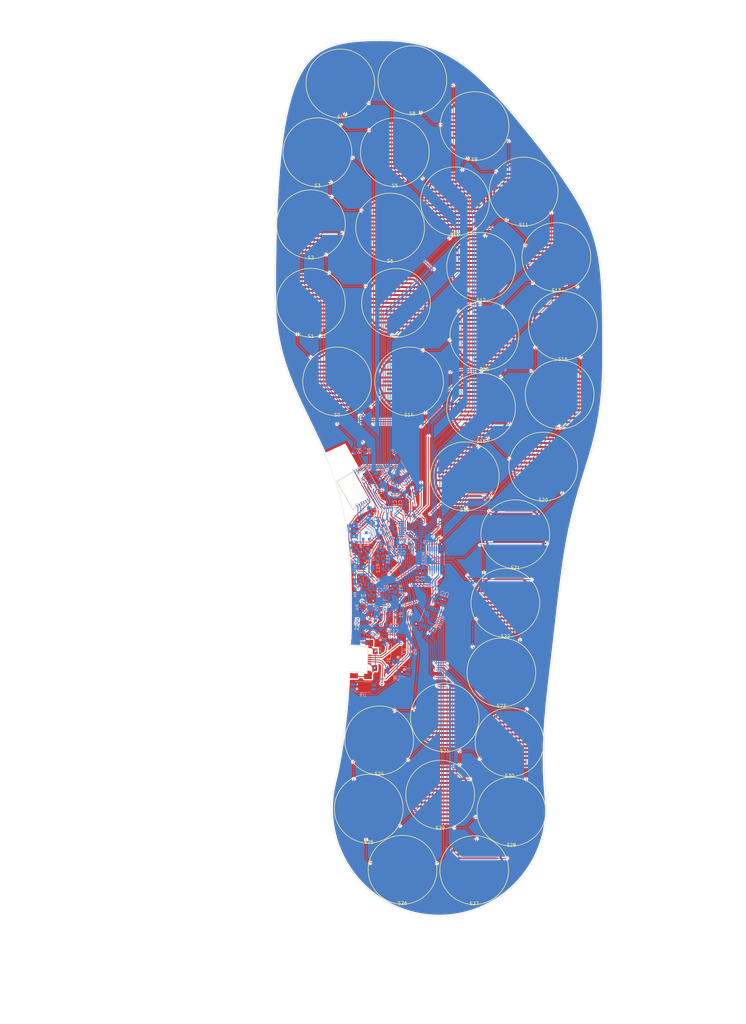
<source format=kicad_pcb>
(kicad_pcb (version 20171130) (host pcbnew "(5.0.0)")
  (layers (0 F.Cu signal) (31 B.Cu signal) (34 B.Paste user hide) (35 F.Paste user hide) (36 B.SilkS user) (37 F.SilkS user) (38 B.Mask user) (39 F.Mask user) (44 Edge.Cuts user))
  (net 0 "")
  (net 1 GND)
  (net 2 +3V3)
  (net 3 +5V)
  (net 4 +BATT)
  (net 5 /U1_A7)
  (net 6 /U1_A6)
  (net 7 /U1_A5)
  (net 8 /U1_A4)
  (net 9 /U1_A3)
  (net 10 /U1_A2)
  (net 11 /U1_A1)
  (net 12 /U1_A0)
  (net 13 /U2_A7)
  (net 14 /U2_A6)
  (net 15 /U2_A5)
  (net 16 /U2_A4)
  (net 17 /U2_A3)
  (net 18 /U2_A2)
  (net 19 /U2_A1)
  (net 20 /U2_A0)
  (net 21 /U1_Data)
  (net 22 /U2_Data)
  (net 23 /U3_Data)
  (net 24 /U4_Data)
  (net 25 /U3_A7)
  (net 26 /U3_A6)
  (net 27 /U3_A5)
  (net 28 /U3_A4)
  (net 29 /U3_A3)
  (net 30 /U3_A2)
  (net 31 /U3_A1)
  (net 32 /U3_A0)
  (net 33 /U4_A7)
  (net 34 /U4_A6)
  (net 35 /U4_A5)
  (net 36 /U4_A4)
  (net 37 /U4_A3)
  (net 38 /U4_A2)
  (net 39 /U4_A1)
  (net 40 /U4_A0)
  (net 41 "Net-(L3-Pad1)")
  (net 42 "Net-(R1-Pad1)")
  (net 43 /S0)
  (net 44 /S1)
  (net 45 /S2)
  (net 46 /MUX_E)
  (net 47 -BATT)
  (net 48 "Net-(C1-Pad1)")
  (net 49 Analog_Batt_Lvl)
  (net 50 Enable_Batt_Lvl)
  (net 51 "Net-(R5-Pad1)")
  (net 52 "Net-(R5-Pad2)")
  (net 53 "Net-(R10-Pad1)")
  (net 54 "Net-(R11-Pad1)")
  (net 55 XRES)
  (net 56 P0.6)
  (net 57 P0.7)
  (net 58 /P0.7_USB)
  (net 59 /P0.6_USB)
  (net 60 /XRES_USB)
  (net 61 "Net-(Q2-Pad3)")
  (net 62 /+3V3_VDDR)
  (net 63 /+3V3_VDD)
  (net 64 /+BATT_CUT)
  (net 65 "Net-(JP2-Pad2)")
  (net 66 "Net-(JP3-Pad1)")
  (net 67 /SCL)
  (net 68 /SDA)
  (net 69 "Net-(JP5-Pad1)")
  (net 70 P4.0)
  (net 71 P4.1)
  (module Connector_PinHeader_1.00mm:PinHeader_1x02_P1.00mm_Vertical (layer F.Cu) (at 186.859453 192.860707 176)
    (fp_text reference J2 (at 0 -1.56 176) (layer F.SilkS))
    (fp_text value 3V7_Battery)
    (pad 2 thru_hole oval (at 0 1 176) (size 0.85 0.85) (drill 0.5) (layers *.Cu *.Mask) (net 4 +BATT))
    (pad 1 thru_hole rect (at 0 0 176) (size 0.85 0.85) (drill 0.5) (layers *.Cu *.Mask) (net 47 -BATT))
  )
  (module Package_LGA:Bosch_LGA-14_3x2.5mm_P0.5mm (layer B.Cu) (at 195.749453 167.210707 180)
    (fp_text reference U2 (at 0 2.5 180) (layer B.SilkS) (effects (justify mirror)))
    (fp_text value ISM330DLC)
    (pad 11 smd rect (at 1.2625 0.75 180) (size 0.675 0.25) (layers B.Cu B.Paste B.Mask))
    (pad 10 smd rect (at 1.2625 0.25 180) (size 0.675 0.25) (layers B.Cu B.Paste B.Mask))
    (pad 9 smd rect (at 1.2625 -0.25 180) (size 0.675 0.25) (layers B.Cu B.Paste B.Mask))
    (pad 8 smd rect (at 1.2625 -0.75 180) (size 0.675 0.25) (layers B.Cu B.Paste B.Mask) (net 2 +3V3))
    (pad 4 smd rect (at -1.2625 -0.75 180) (size 0.675 0.25) (layers B.Cu B.Paste B.Mask))
    (pad 3 smd rect (at -1.2625 -0.25 180) (size 0.675 0.25) (layers B.Cu B.Paste B.Mask) (net 1 GND))
    (pad 2 smd rect (at -1.2625 0.25 180) (size 0.675 0.25) (layers B.Cu B.Paste B.Mask) (net 1 GND))
    (pad 1 smd rect (at -1.2625 0.75 180) (size 0.675 0.25) (layers B.Cu B.Paste B.Mask) (net 1 GND))
    (pad 7 smd rect (at 0.5 -1.0125 180) (size 0.25 0.675) (layers B.Cu B.Paste B.Mask) (net 1 GND))
    (pad 6 smd rect (at 0 -1.0125 180) (size 0.25 0.675) (layers B.Cu B.Paste B.Mask) (net 1 GND))
    (pad 5 smd rect (at -0.5 -1.0125 180) (size 0.25 0.675) (layers B.Cu B.Paste B.Mask) (net 2 +3V3))
    (pad 12 smd rect (at 0.5 1.0125 180) (size 0.25 0.675) (layers B.Cu B.Paste B.Mask))
    (pad 14 smd rect (at -0.5 1.0125 180) (size 0.25 0.675) (layers B.Cu B.Paste B.Mask) (net 68 /SDA))
    (pad 13 smd rect (at 0 1.0125 180) (size 0.25 0.675) (layers B.Cu B.Paste B.Mask) (net 67 /SCL))
  )
  (module Capacitor_SMD:C_0603_1608Metric (layer B.Cu) (at 192.449453 192.910707 266)
    (fp_text reference C1 (at 0 1.43 266) (layer B.SilkS) (effects (justify mirror)))
    (fp_text value 0.1uF)
    (pad 2 smd roundrect (at 0.7875 0 266) (size 0.875 0.95) (layers B.Cu B.Paste B.Mask) (net 47 -BATT))
    (pad 1 smd roundrect (at -0.7875 0 266) (size 0.875 0.95) (layers B.Cu B.Paste B.Mask) (net 48 "Net-(C1-Pad1)"))
  )
  (module Capacitor_SMD:C_0603_1608Metric (layer B.Cu) (at 213.399453 186.660707 250)
    (fp_text reference C2 (at -2.498995 0.005009 250) (layer B.SilkS) (effects (justify mirror)))
    (fp_text value 1uF)
    (pad 2 smd roundrect (at 0.7875 0 250) (size 0.875 0.95) (layers B.Cu B.Paste B.Mask) (net 2 +3V3))
    (pad 1 smd roundrect (at -0.7875 0 250) (size 0.875 0.95) (layers B.Cu B.Paste B.Mask) (net 1 GND))
  )
  (module Capacitor_SMD:C_0603_1608Metric (layer B.Cu) (at 191.119453 182.530707 357)
    (fp_text reference C3 (at 2.530154 0.127757 357) (layer B.SilkS) (effects (justify mirror)))
    (fp_text value 4.7uF)
    (pad 1 smd roundrect (at -0.7875 0 357) (size 0.875 0.95) (layers B.Cu B.Paste B.Mask) (net 1 GND))
    (pad 2 smd roundrect (at 0.7875 0 357) (size 0.875 0.95) (layers B.Cu B.Paste B.Mask) (net 64 /+BATT_CUT))
  )
  (module Capacitor_SMD:C_0603_1608Metric (layer B.Cu) (at 187.937453 178.998707 266)
    (fp_text reference C4 (at 2.621054 -0.105091 266) (layer B.SilkS) (effects (justify mirror)))
    (fp_text value 10uF)
    (pad 2 smd roundrect (at 0.7875 0 266) (size 0.875 0.95) (layers B.Cu B.Paste B.Mask) (net 1 GND))
    (pad 1 smd roundrect (at -0.7875 0 266) (size 0.875 0.95) (layers B.Cu B.Paste B.Mask) (net 2 +3V3))
  )
  (module Capacitor_SMD:C_0603_1608Metric (layer B.Cu) (at 211.949453 186.110707 250)
    (fp_text reference C5 (at -2.392243 -0.140264 250) (layer B.SilkS) (effects (justify mirror)))
    (fp_text value 0.1uF)
    (pad 2 smd roundrect (at 0.7875 0 250) (size 0.875 0.95) (layers B.Cu B.Paste B.Mask) (net 2 +3V3))
    (pad 1 smd roundrect (at -0.7875 0 250) (size 0.875 0.95) (layers B.Cu B.Paste B.Mask) (net 1 GND))
  )
  (module Capacitor_SMD:C_0603_1608Metric (layer B.Cu) (at 205.349453 176.898207 90)
    (fp_text reference C6 (at -2.5125 0 90) (layer B.SilkS) (effects (justify mirror)))
    (fp_text value 1uF)
    (pad 2 smd roundrect (at 0.7875 0 90) (size 0.875 0.95) (layers B.Cu B.Paste B.Mask) (net 2 +3V3))
    (pad 1 smd roundrect (at -0.7875 0 90) (size 0.875 0.95) (layers B.Cu B.Paste B.Mask) (net 1 GND))
  )
  (module Capacitor_SMD:C_0603_1608Metric (layer B.Cu) (at 206.949453 176.910707 90)
    (fp_text reference C7 (at -2.5 0 90) (layer B.SilkS) (effects (justify mirror)))
    (fp_text value 0.1uF)
    (pad 2 smd roundrect (at 0.7875 0 90) (size 0.875 0.95) (layers B.Cu B.Paste B.Mask) (net 2 +3V3))
    (pad 1 smd roundrect (at -0.7875 0 90) (size 0.875 0.95) (layers B.Cu B.Paste B.Mask) (net 1 GND))
  )
  (module Capacitor_SMD:C_0603_1608Metric (layer B.Cu) (at 205.561953 169.810707)
    (fp_text reference C8 (at -2.3125 0) (layer B.SilkS) (effects (justify mirror)))
    (fp_text value 1uF)
    (pad 2 smd roundrect (at 0.7875 0) (size 0.875 0.95) (layers B.Cu B.Paste B.Mask) (net 2 +3V3))
    (pad 1 smd roundrect (at -0.7875 0) (size 0.875 0.95) (layers B.Cu B.Paste B.Mask) (net 1 GND))
  )
  (module Capacitor_SMD:C_0603_1608Metric (layer B.Cu) (at 205.561953 168.210707)
    (fp_text reference C9 (at 2.3875 0) (layer B.SilkS) (effects (justify mirror)))
    (fp_text value 0.1uF)
    (pad 2 smd roundrect (at 0.7875 0) (size 0.875 0.95) (layers B.Cu B.Paste B.Mask) (net 2 +3V3))
    (pad 1 smd roundrect (at -0.7875 0) (size 0.875 0.95) (layers B.Cu B.Paste B.Mask) (net 1 GND))
  )
  (module Capacitor_SMD:C_0603_1608Metric (layer B.Cu) (at 199.974453 153.773207 90)
    (fp_text reference C10 (at -2.9375 0.075 90) (layer B.SilkS) (effects (justify mirror)))
    (fp_text value 1uF)
    (pad 2 smd roundrect (at 0.7875 0 90) (size 0.875 0.95) (layers B.Cu B.Paste B.Mask) (net 2 +3V3))
    (pad 1 smd roundrect (at -0.7875 0 90) (size 0.875 0.95) (layers B.Cu B.Paste B.Mask) (net 1 GND))
  )
  (module Capacitor_SMD:C_0603_1608Metric (layer B.Cu) (at 198.349453 153.785707 90)
    (fp_text reference C11 (at -2.95 0.075 90) (layer B.SilkS) (effects (justify mirror)))
    (fp_text value 0.1uF)
    (pad 2 smd roundrect (at 0.7875 0 90) (size 0.875 0.95) (layers B.Cu B.Paste B.Mask) (net 2 +3V3))
    (pad 1 smd roundrect (at -0.7875 0 90) (size 0.875 0.95) (layers B.Cu B.Paste B.Mask) (net 1 GND))
  )
  (module Capacitor_SMD:C_0603_1608Metric (layer B.Cu) (at 197.436953 171.310707 180)
    (fp_text reference C12 (at -2.9125 -0.1 180) (layer B.SilkS) (effects (justify mirror)))
    (fp_text value 1uF)
    (pad 2 smd roundrect (at 0.7875 0 180) (size 0.875 0.95) (layers B.Cu B.Paste B.Mask) (net 2 +3V3))
    (pad 1 smd roundrect (at -0.7875 0 180) (size 0.875 0.95) (layers B.Cu B.Paste B.Mask) (net 1 GND))
  )
  (module Capacitor_SMD:C_0603_1608Metric (layer B.Cu) (at 197.436953 169.710707 180)
    (fp_text reference C13 (at -2.9225 -0.03 180) (layer B.SilkS) (effects (justify mirror)))
    (fp_text value 0.1uF)
    (pad 2 smd roundrect (at 0.7875 0 180) (size 0.875 0.95) (layers B.Cu B.Paste B.Mask) (net 2 +3V3))
    (pad 1 smd roundrect (at -0.7875 0 180) (size 0.875 0.95) (layers B.Cu B.Paste B.Mask) (net 1 GND))
  )
  (module Capacitor_SMD:C_0603_1608Metric (layer B.Cu) (at 193.949453 170.910707)
    (fp_text reference C14 (at 0.22 -1.35) (layer B.SilkS) (effects (justify mirror)))
    (fp_text value 0.1uF)
    (pad 2 smd roundrect (at 0.7875 0) (size 0.875 0.95) (layers B.Cu B.Paste B.Mask) (net 1 GND))
    (pad 1 smd roundrect (at -0.7875 0) (size 0.875 0.95) (layers B.Cu B.Paste B.Mask) (net 49 Analog_Batt_Lvl))
  )
  (module Inductor_SMD:L_0805_2012Metric_Pad1.15x1.40mm_HandSolder (layer B.Cu) (at 190.619453 158.855707 90)
    (fp_text reference L1 (at 0 1.65 90) (layer B.SilkS) (effects (justify mirror)))
    (fp_text value "300ohm 100MHz")
    (pad 2 smd roundrect (at 1.025 0 90) (size 1.15 1.4) (layers B.Cu B.Paste B.Mask) (roundrect_rratio 0.217391) (net 62 /+3V3_VDDR))
    (pad 1 smd roundrect (at -1.025 0 90) (size 1.15 1.4) (layers B.Cu B.Paste B.Mask) (roundrect_rratio 0.217391) (net 2 +3V3))
  )
  (module Inductor_SMD:L_0805_2012Metric_Pad1.15x1.40mm_HandSolder (layer B.Cu) (at 193.299453 148.020707 120)
    (fp_text reference L2 (at 0 1.65 120) (layer B.SilkS) (effects (justify mirror)))
    (fp_text value "300ohm 100MHz")
    (pad 2 smd roundrect (at 1.025 0 120) (size 1.15 1.4) (layers B.Cu B.Paste B.Mask) (roundrect_rratio 0.217391) (net 63 /+3V3_VDD))
    (pad 1 smd roundrect (at -1.025 0 120) (size 1.15 1.4) (layers B.Cu B.Paste B.Mask) (roundrect_rratio 0.217391) (net 2 +3V3))
  )
  (module Package_SO:TSSOP-16_4.4x5mm_P0.65mm (layer B.Cu) (at 198.849453 146.410707 300)
    (fp_text reference MUX1 (at 0 3.55 300) (layer B.SilkS) (effects (justify mirror)))
    (fp_text value CD74HC4051)
    (pad 16 smd rect (at 2.95 2.275 300) (size 1.5 0.45) (layers B.Cu B.Paste B.Mask) (net 2 +3V3))
    (pad 15 smd rect (at 2.95 1.625 300) (size 1.5 0.45) (layers B.Cu B.Paste B.Mask) (net 10 /U1_A2))
    (pad 14 smd rect (at 2.95 0.975 300) (size 1.5 0.45) (layers B.Cu B.Paste B.Mask) (net 11 /U1_A1))
    (pad 13 smd rect (at 2.95 0.325 300) (size 1.5 0.45) (layers B.Cu B.Paste B.Mask) (net 12 /U1_A0))
    (pad 12 smd rect (at 2.95 -0.325 300) (size 1.5 0.45) (layers B.Cu B.Paste B.Mask) (net 9 /U1_A3))
    (pad 11 smd rect (at 2.95 -0.975 300) (size 1.5 0.45) (layers B.Cu B.Paste B.Mask) (net 43 /S0))
    (pad 10 smd rect (at 2.95 -1.625 300) (size 1.5 0.45) (layers B.Cu B.Paste B.Mask) (net 44 /S1))
    (pad 9 smd rect (at 2.95 -2.275 300) (size 1.5 0.45) (layers B.Cu B.Paste B.Mask) (net 45 /S2))
    (pad 8 smd rect (at -2.95 -2.275 300) (size 1.5 0.45) (layers B.Cu B.Paste B.Mask) (net 1 GND))
    (pad 7 smd rect (at -2.95 -1.625 300) (size 1.5 0.45) (layers B.Cu B.Paste B.Mask) (net 1 GND))
    (pad 6 smd rect (at -2.95 -0.975 300) (size 1.5 0.45) (layers B.Cu B.Paste B.Mask) (net 46 /MUX_E))
    (pad 5 smd rect (at -2.95 -0.325 300) (size 1.5 0.45) (layers B.Cu B.Paste B.Mask) (net 7 /U1_A5))
    (pad 4 smd rect (at -2.95 0.325 300) (size 1.5 0.45) (layers B.Cu B.Paste B.Mask) (net 5 /U1_A7))
    (pad 3 smd rect (at -2.95 0.975 300) (size 1.5 0.45) (layers B.Cu B.Paste B.Mask) (net 2 +3V3))
    (pad 2 smd rect (at -2.95 1.625 300) (size 1.5 0.45) (layers B.Cu B.Paste B.Mask) (net 6 /U1_A6))
    (pad 1 smd rect (at -2.95 2.275 300) (size 1.5 0.45) (layers B.Cu B.Paste B.Mask) (net 8 /U1_A4))
  )
  (module Package_SO:TSSOP-16_4.4x5mm_P0.65mm (layer B.Cu) (at 203.449453 164.210707)
    (fp_text reference MUX2 (at -1.7 3.6) (layer B.SilkS) (effects (justify mirror)))
    (fp_text value CD74HC4051)
    (pad 16 smd rect (at 2.95 2.275) (size 1.5 0.45) (layers B.Cu B.Paste B.Mask) (net 2 +3V3))
    (pad 15 smd rect (at 2.95 1.625) (size 1.5 0.45) (layers B.Cu B.Paste B.Mask) (net 18 /U2_A2))
    (pad 14 smd rect (at 2.95 0.975) (size 1.5 0.45) (layers B.Cu B.Paste B.Mask) (net 19 /U2_A1))
    (pad 13 smd rect (at 2.95 0.325) (size 1.5 0.45) (layers B.Cu B.Paste B.Mask) (net 20 /U2_A0))
    (pad 12 smd rect (at 2.95 -0.325) (size 1.5 0.45) (layers B.Cu B.Paste B.Mask) (net 17 /U2_A3))
    (pad 11 smd rect (at 2.95 -0.975) (size 1.5 0.45) (layers B.Cu B.Paste B.Mask) (net 43 /S0))
    (pad 10 smd rect (at 2.95 -1.625) (size 1.5 0.45) (layers B.Cu B.Paste B.Mask) (net 44 /S1))
    (pad 9 smd rect (at 2.95 -2.275) (size 1.5 0.45) (layers B.Cu B.Paste B.Mask) (net 45 /S2))
    (pad 8 smd rect (at -2.95 -2.275) (size 1.5 0.45) (layers B.Cu B.Paste B.Mask) (net 1 GND))
    (pad 7 smd rect (at -2.95 -1.625) (size 1.5 0.45) (layers B.Cu B.Paste B.Mask) (net 1 GND))
    (pad 6 smd rect (at -2.95 -0.975) (size 1.5 0.45) (layers B.Cu B.Paste B.Mask) (net 46 /MUX_E))
    (pad 5 smd rect (at -2.95 -0.325) (size 1.5 0.45) (layers B.Cu B.Paste B.Mask) (net 15 /U2_A5))
    (pad 4 smd rect (at -2.95 0.325) (size 1.5 0.45) (layers B.Cu B.Paste B.Mask) (net 13 /U2_A7))
    (pad 3 smd rect (at -2.95 0.975) (size 1.5 0.45) (layers B.Cu B.Paste B.Mask) (net 2 +3V3))
    (pad 2 smd rect (at -2.95 1.625) (size 1.5 0.45) (layers B.Cu B.Paste B.Mask) (net 14 /U2_A6))
    (pad 1 smd rect (at -2.95 2.275) (size 1.5 0.45) (layers B.Cu B.Paste B.Mask) (net 16 /U2_A4))
  )
  (module Package_SO:TSSOP-16_4.4x5mm_P0.65mm (layer B.Cu) (at 210.749453 173.160707 270)
    (fp_text reference MUX3 (at 0 3.55 270) (layer B.SilkS) (effects (justify mirror)))
    (fp_text value CD74HC4051)
    (pad 16 smd rect (at 2.95 2.275 270) (size 1.5 0.45) (layers B.Cu B.Paste B.Mask) (net 2 +3V3))
    (pad 15 smd rect (at 2.95 1.625 270) (size 1.5 0.45) (layers B.Cu B.Paste B.Mask) (net 30 /U3_A2))
    (pad 14 smd rect (at 2.95 0.975 270) (size 1.5 0.45) (layers B.Cu B.Paste B.Mask) (net 31 /U3_A1))
    (pad 13 smd rect (at 2.95 0.325 270) (size 1.5 0.45) (layers B.Cu B.Paste B.Mask) (net 32 /U3_A0))
    (pad 12 smd rect (at 2.95 -0.325 270) (size 1.5 0.45) (layers B.Cu B.Paste B.Mask) (net 29 /U3_A3))
    (pad 11 smd rect (at 2.95 -0.975 270) (size 1.5 0.45) (layers B.Cu B.Paste B.Mask) (net 43 /S0))
    (pad 10 smd rect (at 2.95 -1.625 270) (size 1.5 0.45) (layers B.Cu B.Paste B.Mask) (net 44 /S1))
    (pad 9 smd rect (at 2.95 -2.275 270) (size 1.5 0.45) (layers B.Cu B.Paste B.Mask) (net 45 /S2))
    (pad 8 smd rect (at -2.95 -2.275 270) (size 1.5 0.45) (layers B.Cu B.Paste B.Mask) (net 1 GND))
    (pad 7 smd rect (at -2.95 -1.625 270) (size 1.5 0.45) (layers B.Cu B.Paste B.Mask) (net 1 GND))
    (pad 6 smd rect (at -2.95 -0.975 270) (size 1.5 0.45) (layers B.Cu B.Paste B.Mask) (net 46 /MUX_E))
    (pad 5 smd rect (at -2.95 -0.325 270) (size 1.5 0.45) (layers B.Cu B.Paste B.Mask) (net 27 /U3_A5))
    (pad 4 smd rect (at -2.95 0.325 270) (size 1.5 0.45) (layers B.Cu B.Paste B.Mask) (net 25 /U3_A7))
    (pad 3 smd rect (at -2.95 0.975 270) (size 1.5 0.45) (layers B.Cu B.Paste B.Mask) (net 2 +3V3))
    (pad 2 smd rect (at -2.95 1.625 270) (size 1.5 0.45) (layers B.Cu B.Paste B.Mask) (net 26 /U3_A6))
    (pad 1 smd rect (at -2.95 2.275 270) (size 1.5 0.45) (layers B.Cu B.Paste B.Mask) (net 28 /U3_A4))
  )
  (module Package_SO:TSSOP-16_4.4x5mm_P0.65mm (layer B.Cu) (at 209.299453 191.460707 70)
    (fp_text reference MUX4 (at 0 3.55 70) (layer B.SilkS) (effects (justify mirror)))
    (fp_text value CD74HC4051)
    (pad 16 smd rect (at 2.95 2.275 70) (size 1.5 0.45) (layers B.Cu B.Paste B.Mask) (net 2 +3V3))
    (pad 15 smd rect (at 2.95 1.625 70) (size 1.5 0.45) (layers B.Cu B.Paste B.Mask) (net 38 /U4_A2))
    (pad 14 smd rect (at 2.95 0.975 70) (size 1.5 0.45) (layers B.Cu B.Paste B.Mask) (net 39 /U4_A1))
    (pad 13 smd rect (at 2.95 0.325 70) (size 1.5 0.45) (layers B.Cu B.Paste B.Mask) (net 40 /U4_A0))
    (pad 12 smd rect (at 2.95 -0.325 70) (size 1.5 0.45) (layers B.Cu B.Paste B.Mask) (net 37 /U4_A3))
    (pad 11 smd rect (at 2.95 -0.975 70) (size 1.5 0.45) (layers B.Cu B.Paste B.Mask) (net 43 /S0))
    (pad 10 smd rect (at 2.95 -1.625 70) (size 1.5 0.45) (layers B.Cu B.Paste B.Mask) (net 44 /S1))
    (pad 9 smd rect (at 2.95 -2.275 70) (size 1.5 0.45) (layers B.Cu B.Paste B.Mask) (net 45 /S2))
    (pad 8 smd rect (at -2.95 -2.275 70) (size 1.5 0.45) (layers B.Cu B.Paste B.Mask) (net 1 GND))
    (pad 7 smd rect (at -2.95 -1.625 70) (size 1.5 0.45) (layers B.Cu B.Paste B.Mask) (net 1 GND))
    (pad 6 smd rect (at -2.95 -0.975 70) (size 1.5 0.45) (layers B.Cu B.Paste B.Mask) (net 46 /MUX_E))
    (pad 5 smd rect (at -2.95 -0.325 70) (size 1.5 0.45) (layers B.Cu B.Paste B.Mask) (net 35 /U4_A5))
    (pad 4 smd rect (at -2.95 0.325 70) (size 1.5 0.45) (layers B.Cu B.Paste B.Mask) (net 33 /U4_A7))
    (pad 3 smd rect (at -2.95 0.975 70) (size 1.5 0.45) (layers B.Cu B.Paste B.Mask) (net 2 +3V3))
    (pad 2 smd rect (at -2.95 1.625 70) (size 1.5 0.45) (layers B.Cu B.Paste B.Mask) (net 34 /U4_A6))
    (pad 1 smd rect (at -2.95 2.275 70) (size 1.5 0.45) (layers B.Cu B.Paste B.Mask) (net 36 /U4_A4))
  )
  (module Package_TO_SOT_SMD:SOT-23 (layer B.Cu) (at 189.649453 166.310707 90)
    (fp_text reference Q2 (at -2.43 0.03 180) (layer B.SilkS) (effects (justify mirror)))
    (fp_text value Q_PMOS_GSD)
    (pad 3 smd rect (at 1 0 90) (size 0.9 0.8) (layers B.Cu B.Paste B.Mask) (net 61 "Net-(Q2-Pad3)"))
    (pad 2 smd rect (at -1 -0.95 90) (size 0.9 0.8) (layers B.Cu B.Paste B.Mask) (net 64 /+BATT_CUT))
    (pad 1 smd rect (at -1 0.95 90) (size 0.9 0.8) (layers B.Cu B.Paste B.Mask) (net 50 Enable_Batt_Lvl))
  )
  (module Resistor_SMD:R_0603_1608Metric (layer B.Cu) (at 198.830668 190.394286 87)
    (fp_text reference R1 (at 0 1.43 87) (layer B.SilkS) (effects (justify mirror)))
    (fp_text value 10k)
    (pad 2 smd roundrect (at 0.7875 0 87) (size 0.875 0.95) (layers B.Cu B.Paste B.Mask) (net 47 -BATT))
    (pad 1 smd roundrect (at -0.7875 0 87) (size 0.875 0.95) (layers B.Cu B.Paste B.Mask) (net 42 "Net-(R1-Pad1)"))
  )
  (module Resistor_SMD:R_0603_1608Metric (layer B.Cu) (at 194.036953 161.610707)
    (fp_text reference R2 (at -2.4875 0.1) (layer B.SilkS) (effects (justify mirror)))
    (fp_text value 10k)
    (pad 2 smd roundrect (at 0.7875 0) (size 0.875 0.95) (layers B.Cu B.Paste B.Mask) (net 68 /SDA))
    (pad 1 smd roundrect (at -0.7875 0) (size 0.875 0.95) (layers B.Cu B.Paste B.Mask) (net 2 +3V3))
  )
  (module Resistor_SMD:R_0603_1608Metric (layer B.Cu) (at 194.049453 163.210707)
    (fp_text reference R3 (at -2.4 0) (layer B.SilkS) (effects (justify mirror)))
    (fp_text value 10k)
    (pad 2 smd roundrect (at 0.7875 0) (size 0.875 0.95) (layers B.Cu B.Paste B.Mask) (net 67 /SCL))
    (pad 1 smd roundrect (at -0.7875 0) (size 0.875 0.95) (layers B.Cu B.Paste B.Mask) (net 2 +3V3))
  )
  (module Resistor_SMD:R_0603_1608Metric (layer B.Cu) (at 188.339453 188.080707 270)
    (fp_text reference R4 (at 0 1.43 270) (layer B.SilkS) (effects (justify mirror)))
    (fp_text value "390 ohm")
    (pad 2 smd roundrect (at 0.7875 0 270) (size 0.875 0.95) (layers B.Cu B.Paste B.Mask) (net 48 "Net-(C1-Pad1)"))
    (pad 1 smd roundrect (at -0.7875 0 270) (size 0.875 0.95) (layers B.Cu B.Paste B.Mask) (net 4 +BATT))
  )
  (module Resistor_SMD:R_0603_1608Metric (layer B.Cu) (at 203.249453 201.610707 86)
    (fp_text reference R5 (at 0 1.43 86) (layer B.SilkS) (effects (justify mirror)))
    (fp_text value 0-1k)
    (pad 2 smd roundrect (at 0.7875 0 86) (size 0.875 0.95) (layers B.Cu B.Paste B.Mask) (net 52 "Net-(R5-Pad2)"))
    (pad 1 smd roundrect (at -0.7875 0 86) (size 0.875 0.95) (layers B.Cu B.Paste B.Mask) (net 51 "Net-(R5-Pad1)"))
  )
  (module Resistor_SMD:R_0603_1608Metric (layer B.Cu) (at 195.636953 176.510707)
    (fp_text reference R6 (at 2.5125 0) (layer B.SilkS) (effects (justify mirror)))
    (fp_text value 10k)
    (pad 2 smd roundrect (at 0.7875 0) (size 0.875 0.95) (layers B.Cu B.Paste B.Mask) (net 24 /U4_Data))
    (pad 1 smd roundrect (at -0.7875 0) (size 0.875 0.95) (layers B.Cu B.Paste B.Mask) (net 1 GND))
  )
  (module Resistor_SMD:R_0603_1608Metric (layer B.Cu) (at 203.549453 160.060707)
    (fp_text reference R7 (at 2.5 0.05) (layer B.SilkS) (effects (justify mirror)))
    (fp_text value 10k)
    (pad 2 smd roundrect (at 0.7875 0) (size 0.875 0.95) (layers B.Cu B.Paste B.Mask) (net 23 /U3_Data))
    (pad 1 smd roundrect (at -0.7875 0) (size 0.875 0.95) (layers B.Cu B.Paste B.Mask) (net 1 GND))
  )
  (module Resistor_SMD:R_0603_1608Metric (layer B.Cu) (at 189.149453 140.298207 90)
    (fp_text reference R8 (at 0 1.43 90) (layer B.SilkS) (effects (justify mirror)))
    (fp_text value 10k)
    (pad 2 smd roundrect (at 0.7875 0 90) (size 0.875 0.95) (layers B.Cu B.Paste B.Mask) (net 22 /U2_Data))
    (pad 1 smd roundrect (at -0.7875 0 90) (size 0.875 0.95) (layers B.Cu B.Paste B.Mask) (net 1 GND))
  )
  (module Resistor_SMD:R_0603_1608Metric (layer B.Cu) (at 186.149453 140.310707 90)
    (fp_text reference R9 (at 0 1.43 90) (layer B.SilkS) (effects (justify mirror)))
    (fp_text value 10k)
    (pad 2 smd roundrect (at 0.7875 0 90) (size 0.875 0.95) (layers B.Cu B.Paste B.Mask) (net 21 /U1_Data))
    (pad 1 smd roundrect (at -0.7875 0 90) (size 0.875 0.95) (layers B.Cu B.Paste B.Mask) (net 1 GND))
  )
  (module Resistor_SMD:R_0603_1608Metric (layer B.Cu) (at 191.183953 184.452707)
    (fp_text reference R10 (at -2.3445 0.038) (layer B.SilkS) (effects (font (size 0.6 0.6)) (justify mirror)))
    (fp_text value 2.7k)
    (pad 2 smd roundrect (at 0.7875 0) (size 0.875 0.95) (layers B.Cu B.Paste B.Mask) (net 1 GND))
    (pad 1 smd roundrect (at -0.7875 0) (size 0.875 0.95) (layers B.Cu B.Paste B.Mask) (net 53 "Net-(R10-Pad1)"))
  )
  (module Resistor_SMD:R_0603_1608Metric (layer B.Cu) (at 189.733956 195.810707 175)
    (fp_text reference R11 (at -2.848361 -0.252711 175) (layer B.SilkS) (effects (justify mirror)))
    (fp_text value "100-500 ohm")
    (pad 2 smd roundrect (at 0.7875 0 175) (size 0.875 0.95) (layers B.Cu B.Paste B.Mask) (net 2 +3V3))
    (pad 1 smd roundrect (at -0.7875 0 175) (size 0.875 0.95) (layers B.Cu B.Paste B.Mask) (net 54 "Net-(R11-Pad1)"))
  )
  (module Resistor_SMD:R_0603_1608Metric (layer B.Cu) (at 193.149453 173.198207 90)
    (fp_text reference R12 (at -2.9125 0.1 90) (layer B.SilkS) (effects (justify mirror)))
    (fp_text value 10k)
    (pad 2 smd roundrect (at 0.7875 0 90) (size 0.875 0.95) (layers B.Cu B.Paste B.Mask) (net 49 Analog_Batt_Lvl))
    (pad 1 smd roundrect (at -0.7875 0 90) (size 0.875 0.95) (layers B.Cu B.Paste B.Mask) (net 61 "Net-(Q2-Pad3)"))
  )
  (module Resistor_SMD:R_0603_1608Metric (layer B.Cu) (at 194.849453 173.210707 270)
    (fp_text reference R13 (at 0.1 -1.4 270) (layer B.SilkS) (effects (justify mirror)))
    (fp_text value 10k)
    (pad 2 smd roundrect (at 0.7875 0 270) (size 0.875 0.95) (layers B.Cu B.Paste B.Mask) (net 1 GND))
    (pad 1 smd roundrect (at -0.7875 0 270) (size 0.875 0.95) (layers B.Cu B.Paste B.Mask) (net 49 Analog_Batt_Lvl))
  )
  (module Resistor_SMD:R_0603_1608Metric (layer B.Cu) (at 190.049453 170.923207 90)
    (fp_text reference R14 (at -0.1375 1.15 90) (layer B.SilkS) (effects (font (size 0.6 0.6)) (justify mirror)))
    (fp_text value 100k)
    (pad 2 smd roundrect (at 0.7875 0 90) (size 0.875 0.95) (layers B.Cu B.Paste B.Mask) (net 50 Enable_Batt_Lvl))
    (pad 1 smd roundrect (at -0.7875 0 90) (size 0.875 0.95) (layers B.Cu B.Paste B.Mask) (net 64 /+BATT_CUT))
  )
  (module Package_TO_SOT_SMD:TSOT-23-5 (layer B.Cu) (at 195.249453 190.110707 267)
    (fp_text reference U1 (at -2.60167 0.036211 357) (layer B.SilkS) (effects (font (size 0.9 0.9)) (justify mirror)))
    (fp_text value STC4054-4.2)
    (pad 5 smd rect (at 1.31 0.95 267) (size 1.22 0.65) (layers B.Cu B.Paste B.Mask) (net 42 "Net-(R1-Pad1)"))
    (pad 4 smd rect (at 1.31 -0.95 267) (size 1.22 0.65) (layers B.Cu B.Paste B.Mask) (net 3 +5V))
    (pad 3 smd rect (at -1.31 -0.95 267) (size 1.22 0.65) (layers B.Cu B.Paste B.Mask) (net 4 +BATT))
    (pad 2 smd rect (at -1.31 0 267) (size 1.22 0.65) (layers B.Cu B.Paste B.Mask) (net 47 -BATT))
    (pad 1 smd rect (at -1.31 0.95 267) (size 1.22 0.65) (layers B.Cu B.Paste B.Mask))
  )
  (module Package_TO_SOT_SMD:TSOT-23-5 (layer B.Cu) (at 190.329453 179.740707 87)
    (fp_text reference U3 (at 0.142354 2.716272 177) (layer B.SilkS) (effects (font (size 0.9 0.9)) (justify mirror)))
    (fp_text value ADP2108AUJ-3.3)
    (pad 5 smd rect (at 1.31 0.95 87) (size 1.22 0.65) (layers B.Cu B.Paste B.Mask) (net 41 "Net-(L3-Pad1)"))
    (pad 4 smd rect (at 1.31 -0.95 87) (size 1.22 0.65) (layers B.Cu B.Paste B.Mask) (net 2 +3V3))
    (pad 3 smd rect (at -1.31 -0.95 87) (size 1.22 0.65) (layers B.Cu B.Paste B.Mask) (net 64 /+BATT_CUT))
    (pad 2 smd rect (at -1.31 0 87) (size 1.22 0.65) (layers B.Cu B.Paste B.Mask) (net 1 GND))
    (pad 1 smd rect (at -1.31 0.95 87) (size 1.22 0.65) (layers B.Cu B.Paste B.Mask) (net 64 /+BATT_CUT))
  )
  (module Digikey_EZ_BLE:CYBLE-222014-01 (layer B.Cu) (at 188.719453 150.550707 300)
    (fp_text reference U4 (at -4 -13 300) (layer B.SilkS) (effects (justify mirror)))
    (fp_text value CYBLE-222014-01)
    (pad 1 smd rect (at 4.89 4.91 300) (size 1 0.41) (layers B.Cu B.Paste B.Mask) (net 1 GND))
    (pad 2 smd rect (at 4.89 4.14 300) (size 1 0.41) (layers B.Cu B.Paste B.Mask) (net 71 P4.1))
    (pad 3 smd rect (at 4.89 3.38 300) (size 1 0.41) (layers B.Cu B.Paste B.Mask) (net 50 Enable_Batt_Lvl))
    (pad 4 smd rect (at 4.89 2.62 300) (size 1 0.41) (layers B.Cu B.Paste B.Mask) (net 49 Analog_Batt_Lvl))
    (pad 5 smd rect (at 4.89 1.86 300) (size 1 0.41) (layers B.Cu B.Paste B.Mask) (net 62 /+3V3_VDDR))
    (pad 7 smd rect (at 4.34 -3.19 210) (size 1 0.41) (layers B.Cu B.Paste B.Mask) (net 46 /MUX_E))
    (pad 8 smd rect (at 3.58 -3.19 210) (size 1 0.41) (layers B.Cu B.Paste B.Mask) (net 57 P0.7))
    (pad 9 smd rect (at 2.81 -3.19 210) (size 1 0.41) (layers B.Cu B.Paste B.Mask) (net 68 /SDA))
    (pad 10 smd rect (at 2.05 -3.19 210) (size 1 0.41) (layers B.Cu B.Paste B.Mask) (net 67 /SCL))
    (pad 11 smd rect (at 1.29 -3.19 210) (size 1 0.41) (layers B.Cu B.Paste B.Mask) (net 1 GND))
    (pad 12 smd rect (at 0.53 -3.19 210) (size 1 0.41) (layers B.Cu B.Paste B.Mask) (net 56 P0.6))
    (pad 13 smd rect (at -0.23 -3.19 210) (size 1 0.41) (layers B.Cu B.Paste B.Mask) (net 24 /U4_Data))
    (pad 14 smd rect (at -1 -3.19 210) (size 1 0.41) (layers B.Cu B.Paste B.Mask) (net 63 /+3V3_VDD))
    (pad 15 smd rect (at -1.76 -3.19 210) (size 1 0.41) (layers B.Cu B.Paste B.Mask) (net 55 XRES))
    (pad 16 smd rect (at -2.52 -3.19 210) (size 1 0.41) (layers B.Cu B.Paste B.Mask) (net 23 /U3_Data))
    (pad 17 smd rect (at -3.28 -3.19 210) (size 1 0.41) (layers B.Cu B.Paste B.Mask) (net 22 /U2_Data))
    (pad 18 smd rect (at -4.04 -3.19 210) (size 1 0.41) (layers B.Cu B.Paste B.Mask) (net 21 /U1_Data))
    (pad 19 smd rect (at -4.6 -1.95 300) (size 1 0.41) (layers B.Cu B.Paste B.Mask) (net 43 /S0))
    (pad 20 smd rect (at -4.6 -1.19 300) (size 1 0.41) (layers B.Cu B.Paste B.Mask) (net 44 /S1))
    (pad 21 smd rect (at -4.6 -0.43 300) (size 1 0.41) (layers B.Cu B.Paste B.Mask) (net 45 /S2))
    (pad 22 smd rect (at -4.6 0.33 300) (size 1 0.41) (layers B.Cu B.Paste B.Mask) (net 70 P4.0))
    (pad 6 smd rect (at 4.89 1.1 300) (size 1 0.41) (layers B.Cu B.Paste B.Mask))
  )
  (module SamacSys_Parts:AP9211SAACHAC7 (layer B.Cu) (at 190.799453 188.260707 176)
    (fp_text reference U5 (at -1.955713 -0.013605 266) (layer B.SilkS) (effects (font (size 0.9 0.9)) (justify mirror)))
    (fp_text value AP9211SA-AN-HAC-7 hide)
    (pad 7 smd rect (at 0 0 86) (size 1.8 1.8) (layers B.Cu B.Paste B.Mask))
    (pad 6 smd rect (at -0.599 1.35 86) (size 0.5 0.75) (layers B.Cu B.Paste B.Mask) (net 1 GND))
    (pad 5 smd rect (at 0.176 1.35 176) (size 0.4 0.5) (layers B.Cu B.Paste B.Mask) (net 53 "Net-(R10-Pad1)"))
    (pad 4 smd rect (at 0.776 1.35 176) (size 0.4 0.5) (layers B.Cu B.Paste B.Mask))
    (pad 3 smd rect (at 0.776 -1.35 176) (size 0.4 0.5) (layers B.Cu B.Paste B.Mask) (net 48 "Net-(C1-Pad1)"))
    (pad 2 smd rect (at 0.176004 -1.35 176) (size 0.4 0.5) (layers B.Cu B.Paste B.Mask) (net 47 -BATT))
    (pad 1 smd rect (at -0.599 -1.35 86) (size 0.5 0.75) (layers B.Cu B.Paste B.Mask) (net 47 -BATT))
  )
  (module Package_SO:SOP-4_4.4x2.8mm_P1.27mm (layer B.Cu) (at 192.049453 198.510707 175)
    (fp_text reference U6 (at -1.521658 -2.476804 175) (layer B.SilkS) (effects (justify mirror)))
    (fp_text value TCMT1100)
    (pad 4 smd rect (at 3.15 0.64 175) (size 1.3 0.8) (layers B.Cu B.Paste B.Mask) (net 2 +3V3))
    (pad 3 smd rect (at 3.15 -0.64 175) (size 1.3 0.8) (layers B.Cu B.Paste B.Mask) (net 52 "Net-(R5-Pad2)"))
    (pad 2 smd rect (at -3.15 -0.64 175) (size 1.3 0.8) (layers B.Cu B.Paste B.Mask) (net 3 +5V))
    (pad 1 smd rect (at -3.15 0.64 175) (size 1.3 0.8) (layers B.Cu B.Paste B.Mask) (net 54 "Net-(R11-Pad1)"))
  )
  (module Package_SO:SOP-4_4.4x2.8mm_P1.27mm (layer B.Cu) (at 198.849453 201.410707 86)
    (fp_text reference U7 (at 0 2.4 86) (layer B.SilkS) (effects (justify mirror)))
    (fp_text value TCMT1100)
    (pad 4 smd rect (at 3.15 0.64 86) (size 1.3 0.8) (layers B.Cu B.Paste B.Mask) (net 60 /XRES_USB))
    (pad 3 smd rect (at 3.15 -0.64 86) (size 1.3 0.8) (layers B.Cu B.Paste B.Mask) (net 55 XRES))
    (pad 2 smd rect (at -3.15 -0.64 86) (size 1.3 0.8) (layers B.Cu B.Paste B.Mask) (net 1 GND))
    (pad 1 smd rect (at -3.15 0.64 86) (size 1.3 0.8) (layers B.Cu B.Paste B.Mask) (net 51 "Net-(R5-Pad1)"))
  )
  (module Package_SO:SOP-4_4.4x2.8mm_P1.27mm (layer B.Cu) (at 199.349453 207.510707 174)
    (fp_text reference U8 (at 0.246393 -2.439117 174) (layer B.SilkS) (effects (justify mirror)))
    (fp_text value TCMT1100)
    (pad 4 smd rect (at 3.15 0.64 174) (size 1.3 0.8) (layers B.Cu B.Paste B.Mask) (net 59 /P0.6_USB))
    (pad 3 smd rect (at 3.15 -0.64 174) (size 1.3 0.8) (layers B.Cu B.Paste B.Mask) (net 56 P0.6))
    (pad 2 smd rect (at -3.15 -0.64 174) (size 1.3 0.8) (layers B.Cu B.Paste B.Mask) (net 1 GND))
    (pad 1 smd rect (at -3.15 0.64 174) (size 1.3 0.8) (layers B.Cu B.Paste B.Mask) (net 51 "Net-(R5-Pad1)"))
  )
  (module Package_SO:SOP-4_4.4x2.8mm_P1.27mm (layer B.Cu) (at 188.719453 212.420707 358)
    (fp_text reference U9 (at 0 2.4 358) (layer B.SilkS) (effects (justify mirror)))
    (fp_text value TCMT1100)
    (pad 4 smd rect (at 3.15 0.64 358) (size 1.3 0.8) (layers B.Cu B.Paste B.Mask) (net 58 /P0.7_USB))
    (pad 3 smd rect (at 3.15 -0.64 358) (size 1.3 0.8) (layers B.Cu B.Paste B.Mask) (net 57 P0.7))
    (pad 2 smd rect (at -3.15 -0.64 358) (size 1.3 0.8) (layers B.Cu B.Paste B.Mask) (net 1 GND))
    (pad 1 smd rect (at -3.15 0.64 358) (size 1.3 0.8) (layers B.Cu B.Paste B.Mask) (net 51 "Net-(R5-Pad1)"))
  )
  (module Capacitor_SMD:C_0603_1608Metric (layer B.Cu) (at 194.935035 194.91564 356)
    (fp_text reference C15 (at 3.094999 0.155001 356) (layer B.SilkS) (effects (justify mirror)))
    (fp_text value 1uF)
    (pad 2 smd roundrect (at 0.7875 0 356) (size 0.875 0.95) (layers B.Cu B.Paste B.Mask) (net 3 +5V))
    (pad 1 smd roundrect (at -0.7875 0 356) (size 0.875 0.95) (layers B.Cu B.Paste B.Mask) (net 47 -BATT))
  )
  (module Capacitor_SMD:C_0603_1608Metric (layer B.Cu) (at 195.054454 193.345706 356)
    (fp_text reference C16 (at 3.044999 0.015001 356) (layer B.SilkS) (effects (justify mirror)))
    (fp_text value 0.1uF)
    (pad 2 smd roundrect (at 0.7875 0 356) (size 0.875 0.95) (layers B.Cu B.Paste B.Mask) (net 3 +5V))
    (pad 1 smd roundrect (at -0.7875 0 356) (size 0.875 0.95) (layers B.Cu B.Paste B.Mask) (net 47 -BATT))
  )
  (module Connector_USB:USB_Micro_CustomV2 (layer F.Cu) (at 187.769453 203.930707 268)
    (fp_text reference J1 (at 0 -8.7 268) (layer F.SilkS))
    (fp_text value Conn_Micro_USB)
    (pad 6 smd custom (at -5.2 -2.6 268) (size 1.6 2.4) (layers F.Cu F.Paste F.Mask) (net 47 -BATT) (options (clearance outline) (anchor rect)) (primitives (gr_poly (pts (xy 0.8 -1.2) (xy 1.025 -1.2) (xy 1.75 -0.6) (xy 1.75 0.2) (xy 0.8 0.2)) (width 0))))
    (pad 6 smd custom (at 5.2 -2.6 268) (size 1.6 2.4) (layers F.Cu F.Paste F.Mask) (net 47 -BATT) (options (clearance outline) (anchor rect)) (primitives (gr_poly (pts (xy -0.8 -1.2) (xy -1.025 -1.2) (xy -1.75 -0.6) (xy -1.75 0.2) (xy -0.8 0.2)) (width 0))))
    (pad 6 smd rect (at 2.55 -4.55 268) (size 1.8 1.5) (layers F.Cu F.Paste F.Mask) (net 47 -BATT))
    (pad 6 smd rect (at -2.55 -4.55 268) (size 1.8 1.5) (layers F.Cu F.Paste F.Mask) (net 47 -BATT))
    (pad 6 smd rect (at 5.15 1.7 268) (size 1.6 2.4) (layers F.Cu F.Paste F.Mask) (net 47 -BATT))
    (pad 6 smd rect (at -5.15 1.7 268) (size 1.6 2.4) (layers F.Cu F.Paste F.Mask) (net 47 -BATT))
    (pad 5 smd rect (at 1.3 -2.925 268) (size 0.4 1.05) (layers F.Cu F.Paste F.Mask) (net 47 -BATT))
    (pad 4 smd rect (at 0.65 -2.925 268) (size 0.4 1.05) (layers F.Cu F.Paste F.Mask) (net 58 /P0.7_USB))
    (pad 3 smd rect (at 0 -2.925 268) (size 0.4 1.05) (layers F.Cu F.Paste F.Mask) (net 59 /P0.6_USB))
    (pad 2 smd rect (at -0.65 -2.925 268) (size 0.4 1.05) (layers F.Cu F.Paste F.Mask) (net 60 /XRES_USB))
    (pad 1 smd rect (at -1.3 -2.925 268) (size 0.4 1.05) (layers F.Cu F.Paste F.Mask) (net 3 +5V))
  )
  (module Capacitor_Tantalum_SMD:CP_EIA-3528-12_Kemet-T (layer B.Cu) (at 185.899453 164.800707 270)
    (fp_text reference C17 (at -0.64 -2.18 270) (layer B.SilkS) (effects (font (size 0.6 0.6)) (justify mirror)))
    (fp_text value 100uF)
    (pad 1 smd roundrect (at -1.5375 0 270) (size 1.325 2.35) (layers B.Cu B.Paste B.Mask) (roundrect_rratio 0.188679) (net 2 +3V3))
    (pad 2 smd roundrect (at 1.5375 0 270) (size 1.325 2.35) (layers B.Cu B.Paste B.Mask) (roundrect_rratio 0.188679) (net 1 GND))
  )
  (module Inductor_SMD:L_1206_3216Metric (layer B.Cu) (at 190.223453 175.950707 177)
    (fp_text reference L3 (at 0.038324 1.610201 177) (layer B.SilkS) (effects (justify mirror)))
    (fp_text value 1uH)
    (pad 1 smd roundrect (at -1.4 0 177) (size 1.25 1.75) (layers B.Cu B.Paste B.Mask) (roundrect_rratio 0.2) (net 41 "Net-(L3-Pad1)"))
    (pad 2 smd roundrect (at 1.4 0 177) (size 1.25 1.75) (layers B.Cu B.Paste B.Mask) (roundrect_rratio 0.2) (net 2 +3V3))
  )
  (module Package_TO_SOT_SMD:SOT-23 (layer B.Cu) (at 195.649453 184.370707 180)
    (fp_text reference Q1 (at 0 2.5 180) (layer B.SilkS) (effects (justify mirror)))
    (fp_text value Q_PMOS_GSD)
    (pad 1 smd rect (at -1 0.95 180) (size 0.9 0.8) (layers B.Cu B.Paste B.Mask) (net 3 +5V))
    (pad 2 smd rect (at -1 -0.95 180) (size 0.9 0.8) (layers B.Cu B.Paste B.Mask) (net 4 +BATT))
    (pad 3 smd rect (at 1 0 180) (size 0.9 0.8) (layers B.Cu B.Paste B.Mask) (net 64 /+BATT_CUT))
  )
  (module Resistor_SMD:R_0805_2012Metric (layer B.Cu) (at 198.439453 182.433207 270)
    (fp_text reference R15 (at 0.1875 -1.79 270) (layer B.SilkS) (effects (justify mirror)))
    (fp_text value 10k)
    (pad 1 smd roundrect (at -0.9375 0 270) (size 0.975 1.4) (layers B.Cu B.Paste B.Mask) (net 1 GND))
    (pad 2 smd roundrect (at 0.9375 0 270) (size 0.975 1.4) (layers B.Cu B.Paste B.Mask) (net 3 +5V))
  )
  (module fsr_footprints:FSR_Circle_9mm (layer F.Cu) (at 180.749453 119.110707)
    (fp_text reference S0 (at 0 10.2 180) (layer F.SilkS))
    (fp_text value FSR)
    (pad 2 smd custom (at 9 0) (size 0.5 0.5) (layers F.Cu F.Mask) (net 12 /U1_A0) (options (clearance outline) (anchor circle)) (primitives (gr_line (start -12 7.2) (end -3.6 7.2) (width 0.6)) (gr_arc (start -9 0) (end -3.6 7.2) (angle -106.2) (width 0.6)) (gr_line (start -15.6 -2.4) (end -0.4 -2.4) (width 0.6)) (gr_line (start -14.2 -4.8) (end -1.5 -4.8) (width 0.6)) (gr_line (start -16.9 0) (end -0.1 0) (width 0.6)) (gr_line (start -14.1 4.8) (end -1.5 4.8) (width 0.6)) (gr_line (start -12.1 -7.2) (end -3.6 -7.2) (width 0.6)) (gr_line (start -15.5 2.4) (end -0.5 2.4) (width 0.6))))
    (pad 1 smd custom (at -9 0) (size 0.5 0.5) (layers F.Cu F.Mask) (net 21 /U1_Data) (options (clearance outline) (anchor circle)) (primitives (gr_line (start 5.8 -8.4) (end 12.1 -8.4) (width 0.6)) (gr_line (start 5.8 8.4) (end 11.9 8.4) (width 0.6)) (gr_line (start 16.7 1.2) (end 0.2 1.2) (width 0.6)) (gr_line (start 15.9 3.6) (end 0.9 3.6) (width 0.6)) (gr_line (start 16.7 -1.2) (end 0.2 -1.2) (width 0.6)) (gr_arc (start 9 0) (end 5.8 -8.4) (angle -138.1) (width 0.6)) (gr_line (start 14 -6) (end 2.4 -6) (width 0.6)) (gr_line (start 13.9 6) (end 2.4 6) (width 0.6)) (gr_line (start 15.9 -3.6) (end 0.9 -3.6) (width 0.6))))
  )
  (module fsr_footprints:FSR_Circle_9mm (layer F.Cu) (at 172.749453 95.060707)
    (fp_text reference S1 (at 0 10.2 180) (layer F.SilkS))
    (fp_text value FSR)
    (pad 1 smd custom (at -9 0) (size 0.5 0.5) (layers F.Cu F.Mask) (net 21 /U1_Data) (options (clearance outline) (anchor circle)) (primitives (gr_line (start 5.8 -8.4) (end 12.1 -8.4) (width 0.6)) (gr_line (start 5.8 8.4) (end 11.9 8.4) (width 0.6)) (gr_line (start 16.7 1.2) (end 0.2 1.2) (width 0.6)) (gr_line (start 15.9 3.6) (end 0.9 3.6) (width 0.6)) (gr_line (start 16.7 -1.2) (end 0.2 -1.2) (width 0.6)) (gr_arc (start 9 0) (end 5.8 -8.4) (angle -138.1) (width 0.6)) (gr_line (start 14 -6) (end 2.4 -6) (width 0.6)) (gr_line (start 13.9 6) (end 2.4 6) (width 0.6)) (gr_line (start 15.9 -3.6) (end 0.9 -3.6) (width 0.6))))
    (pad 2 smd custom (at 9 0) (size 0.5 0.5) (layers F.Cu F.Mask) (net 11 /U1_A1) (options (clearance outline) (anchor circle)) (primitives (gr_line (start -12 7.2) (end -3.6 7.2) (width 0.6)) (gr_arc (start -9 0) (end -3.6 7.2) (angle -106.2) (width 0.6)) (gr_line (start -15.6 -2.4) (end -0.4 -2.4) (width 0.6)) (gr_line (start -14.2 -4.8) (end -1.5 -4.8) (width 0.6)) (gr_line (start -16.9 0) (end -0.1 0) (width 0.6)) (gr_line (start -14.1 4.8) (end -1.5 4.8) (width 0.6)) (gr_line (start -12.1 -7.2) (end -3.6 -7.2) (width 0.6)) (gr_line (start -15.5 2.4) (end -0.5 2.4) (width 0.6))))
  )
  (module fsr_footprints:FSR_Circle_9mm (layer F.Cu) (at 172.749453 71.110707)
    (fp_text reference S2 (at 0 10.2 180) (layer F.SilkS))
    (fp_text value FSR)
    (pad 2 smd custom (at 9 0) (size 0.5 0.5) (layers F.Cu F.Mask) (net 10 /U1_A2) (options (clearance outline) (anchor circle)) (primitives (gr_line (start -12 7.2) (end -3.6 7.2) (width 0.6)) (gr_arc (start -9 0) (end -3.6 7.2) (angle -106.2) (width 0.6)) (gr_line (start -15.6 -2.4) (end -0.4 -2.4) (width 0.6)) (gr_line (start -14.2 -4.8) (end -1.5 -4.8) (width 0.6)) (gr_line (start -16.9 0) (end -0.1 0) (width 0.6)) (gr_line (start -14.1 4.8) (end -1.5 4.8) (width 0.6)) (gr_line (start -12.1 -7.2) (end -3.6 -7.2) (width 0.6)) (gr_line (start -15.5 2.4) (end -0.5 2.4) (width 0.6))))
    (pad 1 smd custom (at -9 0) (size 0.5 0.5) (layers F.Cu F.Mask) (net 21 /U1_Data) (options (clearance outline) (anchor circle)) (primitives (gr_line (start 5.8 -8.4) (end 12.1 -8.4) (width 0.6)) (gr_line (start 5.8 8.4) (end 11.9 8.4) (width 0.6)) (gr_line (start 16.7 1.2) (end 0.2 1.2) (width 0.6)) (gr_line (start 15.9 3.6) (end 0.9 3.6) (width 0.6)) (gr_line (start 16.7 -1.2) (end 0.2 -1.2) (width 0.6)) (gr_arc (start 9 0) (end 5.8 -8.4) (angle -138.1) (width 0.6)) (gr_line (start 14 -6) (end 2.4 -6) (width 0.6)) (gr_line (start 13.9 6) (end 2.4 6) (width 0.6)) (gr_line (start 15.9 -3.6) (end 0.9 -3.6) (width 0.6))))
  )
  (module fsr_footprints:FSR_Circle_9mm (layer F.Cu) (at 174.749453 49.110707)
    (fp_text reference S3 (at 0 10.2 180) (layer F.SilkS))
    (fp_text value FSR)
    (pad 1 smd custom (at -9 0) (size 0.5 0.5) (layers F.Cu F.Mask) (net 21 /U1_Data) (options (clearance outline) (anchor circle)) (primitives (gr_line (start 5.8 -8.4) (end 12.1 -8.4) (width 0.6)) (gr_line (start 5.8 8.4) (end 11.9 8.4) (width 0.6)) (gr_line (start 16.7 1.2) (end 0.2 1.2) (width 0.6)) (gr_line (start 15.9 3.6) (end 0.9 3.6) (width 0.6)) (gr_line (start 16.7 -1.2) (end 0.2 -1.2) (width 0.6)) (gr_arc (start 9 0) (end 5.8 -8.4) (angle -138.1) (width 0.6)) (gr_line (start 14 -6) (end 2.4 -6) (width 0.6)) (gr_line (start 13.9 6) (end 2.4 6) (width 0.6)) (gr_line (start 15.9 -3.6) (end 0.9 -3.6) (width 0.6))))
    (pad 2 smd custom (at 9 0) (size 0.5 0.5) (layers F.Cu F.Mask) (net 9 /U1_A3) (options (clearance outline) (anchor circle)) (primitives (gr_line (start -12 7.2) (end -3.6 7.2) (width 0.6)) (gr_arc (start -9 0) (end -3.6 7.2) (angle -106.2) (width 0.6)) (gr_line (start -15.6 -2.4) (end -0.4 -2.4) (width 0.6)) (gr_line (start -14.2 -4.8) (end -1.5 -4.8) (width 0.6)) (gr_line (start -16.9 0) (end -0.1 0) (width 0.6)) (gr_line (start -14.1 4.8) (end -1.5 4.8) (width 0.6)) (gr_line (start -12.1 -7.2) (end -3.6 -7.2) (width 0.6)) (gr_line (start -15.5 2.4) (end -0.5 2.4) (width 0.6))))
  )
  (module fsr_footprints:FSR_Circle_9mm (layer F.Cu) (at 181.749453 28.110707)
    (fp_text reference S4 (at 0 10.2 180) (layer F.SilkS))
    (fp_text value FSR)
    (pad 2 smd custom (at 9 0) (size 0.5 0.5) (layers F.Cu F.Mask) (net 8 /U1_A4) (options (clearance outline) (anchor circle)) (primitives (gr_line (start -12 7.2) (end -3.6 7.2) (width 0.6)) (gr_arc (start -9 0) (end -3.6 7.2) (angle -106.2) (width 0.6)) (gr_line (start -15.6 -2.4) (end -0.4 -2.4) (width 0.6)) (gr_line (start -14.2 -4.8) (end -1.5 -4.8) (width 0.6)) (gr_line (start -16.9 0) (end -0.1 0) (width 0.6)) (gr_line (start -14.1 4.8) (end -1.5 4.8) (width 0.6)) (gr_line (start -12.1 -7.2) (end -3.6 -7.2) (width 0.6)) (gr_line (start -15.5 2.4) (end -0.5 2.4) (width 0.6))))
    (pad 1 smd custom (at -9 0) (size 0.5 0.5) (layers F.Cu F.Mask) (net 21 /U1_Data) (options (clearance outline) (anchor circle)) (primitives (gr_line (start 5.8 -8.4) (end 12.1 -8.4) (width 0.6)) (gr_line (start 5.8 8.4) (end 11.9 8.4) (width 0.6)) (gr_line (start 16.7 1.2) (end 0.2 1.2) (width 0.6)) (gr_line (start 15.9 3.6) (end 0.9 3.6) (width 0.6)) (gr_line (start 16.7 -1.2) (end 0.2 -1.2) (width 0.6)) (gr_arc (start 9 0) (end 5.8 -8.4) (angle -138.1) (width 0.6)) (gr_line (start 14 -6) (end 2.4 -6) (width 0.6)) (gr_line (start 13.9 6) (end 2.4 6) (width 0.6)) (gr_line (start 15.9 -3.6) (end 0.9 -3.6) (width 0.6))))
  )
  (module fsr_footprints:FSR_Circle_9mm (layer F.Cu) (at 198.399453 49.110707)
    (fp_text reference S5 (at 0 10.2 180) (layer F.SilkS))
    (fp_text value FSR)
    (pad 1 smd custom (at -9 0) (size 0.5 0.5) (layers F.Cu F.Mask) (net 21 /U1_Data) (options (clearance outline) (anchor circle)) (primitives (gr_line (start 5.8 -8.4) (end 12.1 -8.4) (width 0.6)) (gr_line (start 5.8 8.4) (end 11.9 8.4) (width 0.6)) (gr_line (start 16.7 1.2) (end 0.2 1.2) (width 0.6)) (gr_line (start 15.9 3.6) (end 0.9 3.6) (width 0.6)) (gr_line (start 16.7 -1.2) (end 0.2 -1.2) (width 0.6)) (gr_arc (start 9 0) (end 5.8 -8.4) (angle -138.1) (width 0.6)) (gr_line (start 14 -6) (end 2.4 -6) (width 0.6)) (gr_line (start 13.9 6) (end 2.4 6) (width 0.6)) (gr_line (start 15.9 -3.6) (end 0.9 -3.6) (width 0.6))))
    (pad 2 smd custom (at 9 0) (size 0.5 0.5) (layers F.Cu F.Mask) (net 7 /U1_A5) (options (clearance outline) (anchor circle)) (primitives (gr_line (start -12 7.2) (end -3.6 7.2) (width 0.6)) (gr_arc (start -9 0) (end -3.6 7.2) (angle -106.2) (width 0.6)) (gr_line (start -15.6 -2.4) (end -0.4 -2.4) (width 0.6)) (gr_line (start -14.2 -4.8) (end -1.5 -4.8) (width 0.6)) (gr_line (start -16.9 0) (end -0.1 0) (width 0.6)) (gr_line (start -14.1 4.8) (end -1.5 4.8) (width 0.6)) (gr_line (start -12.1 -7.2) (end -3.6 -7.2) (width 0.6)) (gr_line (start -15.5 2.4) (end -0.5 2.4) (width 0.6))))
  )
  (module fsr_footprints:FSR_Circle_9mm (layer F.Cu) (at 196.959453 72.100707)
    (fp_text reference S6 (at 0 10.2 180) (layer F.SilkS))
    (fp_text value FSR)
    (pad 2 smd custom (at 9 0) (size 0.5 0.5) (layers F.Cu F.Mask) (net 6 /U1_A6) (options (clearance outline) (anchor circle)) (primitives (gr_line (start -12 7.2) (end -3.6 7.2) (width 0.6)) (gr_arc (start -9 0) (end -3.6 7.2) (angle -106.2) (width 0.6)) (gr_line (start -15.6 -2.4) (end -0.4 -2.4) (width 0.6)) (gr_line (start -14.2 -4.8) (end -1.5 -4.8) (width 0.6)) (gr_line (start -16.9 0) (end -0.1 0) (width 0.6)) (gr_line (start -14.1 4.8) (end -1.5 4.8) (width 0.6)) (gr_line (start -12.1 -7.2) (end -3.6 -7.2) (width 0.6)) (gr_line (start -15.5 2.4) (end -0.5 2.4) (width 0.6))))
    (pad 1 smd custom (at -9 0) (size 0.5 0.5) (layers F.Cu F.Mask) (net 21 /U1_Data) (options (clearance outline) (anchor circle)) (primitives (gr_line (start 5.8 -8.4) (end 12.1 -8.4) (width 0.6)) (gr_line (start 5.8 8.4) (end 11.9 8.4) (width 0.6)) (gr_line (start 16.7 1.2) (end 0.2 1.2) (width 0.6)) (gr_line (start 15.9 3.6) (end 0.9 3.6) (width 0.6)) (gr_line (start 16.7 -1.2) (end 0.2 -1.2) (width 0.6)) (gr_arc (start 9 0) (end 5.8 -8.4) (angle -138.1) (width 0.6)) (gr_line (start 14 -6) (end 2.4 -6) (width 0.6)) (gr_line (start 13.9 6) (end 2.4 6) (width 0.6)) (gr_line (start 15.9 -3.6) (end 0.9 -3.6) (width 0.6))))
  )
  (module fsr_footprints:FSR_Circle_9mm (layer F.Cu) (at 198.749453 95.110707)
    (fp_text reference S7 (at 0 10.2 180) (layer F.SilkS))
    (fp_text value FSR)
    (pad 1 smd custom (at -9 0) (size 0.5 0.5) (layers F.Cu F.Mask) (net 21 /U1_Data) (options (clearance outline) (anchor circle)) (primitives (gr_line (start 5.8 -8.4) (end 12.1 -8.4) (width 0.6)) (gr_line (start 5.8 8.4) (end 11.9 8.4) (width 0.6)) (gr_line (start 16.7 1.2) (end 0.2 1.2) (width 0.6)) (gr_line (start 15.9 3.6) (end 0.9 3.6) (width 0.6)) (gr_line (start 16.7 -1.2) (end 0.2 -1.2) (width 0.6)) (gr_arc (start 9 0) (end 5.8 -8.4) (angle -138.1) (width 0.6)) (gr_line (start 14 -6) (end 2.4 -6) (width 0.6)) (gr_line (start 13.9 6) (end 2.4 6) (width 0.6)) (gr_line (start 15.9 -3.6) (end 0.9 -3.6) (width 0.6))))
    (pad 2 smd custom (at 9 0) (size 0.5 0.5) (layers F.Cu F.Mask) (net 5 /U1_A7) (options (clearance outline) (anchor circle)) (primitives (gr_line (start -12 7.2) (end -3.6 7.2) (width 0.6)) (gr_arc (start -9 0) (end -3.6 7.2) (angle -106.2) (width 0.6)) (gr_line (start -15.6 -2.4) (end -0.4 -2.4) (width 0.6)) (gr_line (start -14.2 -4.8) (end -1.5 -4.8) (width 0.6)) (gr_line (start -16.9 0) (end -0.1 0) (width 0.6)) (gr_line (start -14.1 4.8) (end -1.5 4.8) (width 0.6)) (gr_line (start -12.1 -7.2) (end -3.6 -7.2) (width 0.6)) (gr_line (start -15.5 2.4) (end -0.5 2.4) (width 0.6))))
  )
  (module fsr_footprints:FSR_Circle_9mm (layer F.Cu) (at 203.749453 27.110707)
    (fp_text reference S8 (at 0 10.2 180) (layer F.SilkS))
    (fp_text value FSR)
    (pad 2 smd custom (at 9 0) (size 0.5 0.5) (layers F.Cu F.Mask) (net 20 /U2_A0) (options (clearance outline) (anchor circle)) (primitives (gr_line (start -12 7.2) (end -3.6 7.2) (width 0.6)) (gr_arc (start -9 0) (end -3.6 7.2) (angle -106.2) (width 0.6)) (gr_line (start -15.6 -2.4) (end -0.4 -2.4) (width 0.6)) (gr_line (start -14.2 -4.8) (end -1.5 -4.8) (width 0.6)) (gr_line (start -16.9 0) (end -0.1 0) (width 0.6)) (gr_line (start -14.1 4.8) (end -1.5 4.8) (width 0.6)) (gr_line (start -12.1 -7.2) (end -3.6 -7.2) (width 0.6)) (gr_line (start -15.5 2.4) (end -0.5 2.4) (width 0.6))))
    (pad 1 smd custom (at -9 0) (size 0.5 0.5) (layers F.Cu F.Mask) (net 22 /U2_Data) (options (clearance outline) (anchor circle)) (primitives (gr_line (start 5.8 -8.4) (end 12.1 -8.4) (width 0.6)) (gr_line (start 5.8 8.4) (end 11.9 8.4) (width 0.6)) (gr_line (start 16.7 1.2) (end 0.2 1.2) (width 0.6)) (gr_line (start 15.9 3.6) (end 0.9 3.6) (width 0.6)) (gr_line (start 16.7 -1.2) (end 0.2 -1.2) (width 0.6)) (gr_arc (start 9 0) (end 5.8 -8.4) (angle -138.1) (width 0.6)) (gr_line (start 14 -6) (end 2.4 -6) (width 0.6)) (gr_line (start 13.9 6) (end 2.4 6) (width 0.6)) (gr_line (start 15.9 -3.6) (end 0.9 -3.6) (width 0.6))))
  )
  (module fsr_footprints:FSR_Circle_9mm (layer F.Cu) (at 222.749453 41.110707)
    (fp_text reference S9 (at 0 10.2 180) (layer F.SilkS))
    (fp_text value FSR)
    (pad 2 smd custom (at 9 0) (size 0.5 0.5) (layers F.Cu F.Mask) (net 19 /U2_A1) (options (clearance outline) (anchor circle)) (primitives (gr_line (start -12 7.2) (end -3.6 7.2) (width 0.6)) (gr_arc (start -9 0) (end -3.6 7.2) (angle -106.2) (width 0.6)) (gr_line (start -15.6 -2.4) (end -0.4 -2.4) (width 0.6)) (gr_line (start -14.2 -4.8) (end -1.5 -4.8) (width 0.6)) (gr_line (start -16.9 0) (end -0.1 0) (width 0.6)) (gr_line (start -14.1 4.8) (end -1.5 4.8) (width 0.6)) (gr_line (start -12.1 -7.2) (end -3.6 -7.2) (width 0.6)) (gr_line (start -15.5 2.4) (end -0.5 2.4) (width 0.6))))
    (pad 1 smd custom (at -9 0) (size 0.5 0.5) (layers F.Cu F.Mask) (net 22 /U2_Data) (options (clearance outline) (anchor circle)) (primitives (gr_line (start 5.8 -8.4) (end 12.1 -8.4) (width 0.6)) (gr_line (start 5.8 8.4) (end 11.9 8.4) (width 0.6)) (gr_line (start 16.7 1.2) (end 0.2 1.2) (width 0.6)) (gr_line (start 15.9 3.6) (end 0.9 3.6) (width 0.6)) (gr_line (start 16.7 -1.2) (end 0.2 -1.2) (width 0.6)) (gr_arc (start 9 0) (end 5.8 -8.4) (angle -138.1) (width 0.6)) (gr_line (start 14 -6) (end 2.4 -6) (width 0.6)) (gr_line (start 13.9 6) (end 2.4 6) (width 0.6)) (gr_line (start 15.9 -3.6) (end 0.9 -3.6) (width 0.6))))
  )
  (module fsr_footprints:FSR_Circle_9mm (layer F.Cu) (at 216.749453 64.110707)
    (fp_text reference S10 (at 0 10.2 180) (layer F.SilkS))
    (fp_text value FSR)
    (pad 2 smd custom (at 9 0) (size 0.5 0.5) (layers F.Cu F.Mask) (net 18 /U2_A2) (options (clearance outline) (anchor circle)) (primitives (gr_line (start -12 7.2) (end -3.6 7.2) (width 0.6)) (gr_arc (start -9 0) (end -3.6 7.2) (angle -106.2) (width 0.6)) (gr_line (start -15.6 -2.4) (end -0.4 -2.4) (width 0.6)) (gr_line (start -14.2 -4.8) (end -1.5 -4.8) (width 0.6)) (gr_line (start -16.9 0) (end -0.1 0) (width 0.6)) (gr_line (start -14.1 4.8) (end -1.5 4.8) (width 0.6)) (gr_line (start -12.1 -7.2) (end -3.6 -7.2) (width 0.6)) (gr_line (start -15.5 2.4) (end -0.5 2.4) (width 0.6))))
    (pad 1 smd custom (at -9 0) (size 0.5 0.5) (layers F.Cu F.Mask) (net 22 /U2_Data) (options (clearance outline) (anchor circle)) (primitives (gr_line (start 5.8 -8.4) (end 12.1 -8.4) (width 0.6)) (gr_line (start 5.8 8.4) (end 11.9 8.4) (width 0.6)) (gr_line (start 16.7 1.2) (end 0.2 1.2) (width 0.6)) (gr_line (start 15.9 3.6) (end 0.9 3.6) (width 0.6)) (gr_line (start 16.7 -1.2) (end 0.2 -1.2) (width 0.6)) (gr_arc (start 9 0) (end 5.8 -8.4) (angle -138.1) (width 0.6)) (gr_line (start 14 -6) (end 2.4 -6) (width 0.6)) (gr_line (start 13.9 6) (end 2.4 6) (width 0.6)) (gr_line (start 15.9 -3.6) (end 0.9 -3.6) (width 0.6))))
  )
  (module fsr_footprints:FSR_Circle_9mm (layer F.Cu) (at 237.749453 61.110707)
    (fp_text reference S11 (at 0 10.2 180) (layer F.SilkS))
    (fp_text value FSR)
    (pad 1 smd custom (at -9 0) (size 0.5 0.5) (layers F.Cu F.Mask) (net 22 /U2_Data) (options (clearance outline) (anchor circle)) (primitives (gr_line (start 5.8 -8.4) (end 12.1 -8.4) (width 0.6)) (gr_line (start 5.8 8.4) (end 11.9 8.4) (width 0.6)) (gr_line (start 16.7 1.2) (end 0.2 1.2) (width 0.6)) (gr_line (start 15.9 3.6) (end 0.9 3.6) (width 0.6)) (gr_line (start 16.7 -1.2) (end 0.2 -1.2) (width 0.6)) (gr_arc (start 9 0) (end 5.8 -8.4) (angle -138.1) (width 0.6)) (gr_line (start 14 -6) (end 2.4 -6) (width 0.6)) (gr_line (start 13.9 6) (end 2.4 6) (width 0.6)) (gr_line (start 15.9 -3.6) (end 0.9 -3.6) (width 0.6))))
    (pad 2 smd custom (at 9 0) (size 0.5 0.5) (layers F.Cu F.Mask) (net 17 /U2_A3) (options (clearance outline) (anchor circle)) (primitives (gr_line (start -12 7.2) (end -3.6 7.2) (width 0.6)) (gr_arc (start -9 0) (end -3.6 7.2) (angle -106.2) (width 0.6)) (gr_line (start -15.6 -2.4) (end -0.4 -2.4) (width 0.6)) (gr_line (start -14.2 -4.8) (end -1.5 -4.8) (width 0.6)) (gr_line (start -16.9 0) (end -0.1 0) (width 0.6)) (gr_line (start -14.1 4.8) (end -1.5 4.8) (width 0.6)) (gr_line (start -12.1 -7.2) (end -3.6 -7.2) (width 0.6)) (gr_line (start -15.5 2.4) (end -0.5 2.4) (width 0.6))))
  )
  (module fsr_footprints:FSR_Circle_9mm (layer F.Cu) (at 224.749453 84.110707)
    (fp_text reference S12 (at 0 10.2 180) (layer F.SilkS))
    (fp_text value FSR)
    (pad 2 smd custom (at 9 0) (size 0.5 0.5) (layers F.Cu F.Mask) (net 16 /U2_A4) (options (clearance outline) (anchor circle)) (primitives (gr_line (start -12 7.2) (end -3.6 7.2) (width 0.6)) (gr_arc (start -9 0) (end -3.6 7.2) (angle -106.2) (width 0.6)) (gr_line (start -15.6 -2.4) (end -0.4 -2.4) (width 0.6)) (gr_line (start -14.2 -4.8) (end -1.5 -4.8) (width 0.6)) (gr_line (start -16.9 0) (end -0.1 0) (width 0.6)) (gr_line (start -14.1 4.8) (end -1.5 4.8) (width 0.6)) (gr_line (start -12.1 -7.2) (end -3.6 -7.2) (width 0.6)) (gr_line (start -15.5 2.4) (end -0.5 2.4) (width 0.6))))
    (pad 1 smd custom (at -9 0) (size 0.5 0.5) (layers F.Cu F.Mask) (net 22 /U2_Data) (options (clearance outline) (anchor circle)) (primitives (gr_line (start 5.8 -8.4) (end 12.1 -8.4) (width 0.6)) (gr_line (start 5.8 8.4) (end 11.9 8.4) (width 0.6)) (gr_line (start 16.7 1.2) (end 0.2 1.2) (width 0.6)) (gr_line (start 15.9 3.6) (end 0.9 3.6) (width 0.6)) (gr_line (start 16.7 -1.2) (end 0.2 -1.2) (width 0.6)) (gr_arc (start 9 0) (end 5.8 -8.4) (angle -138.1) (width 0.6)) (gr_line (start 14 -6) (end 2.4 -6) (width 0.6)) (gr_line (start 13.9 6) (end 2.4 6) (width 0.6)) (gr_line (start 15.9 -3.6) (end 0.9 -3.6) (width 0.6))))
  )
  (module fsr_footprints:FSR_Circle_9mm (layer F.Cu) (at 247.749453 81.110707)
    (fp_text reference S13 (at 0 10.2 180) (layer F.SilkS))
    (fp_text value FSR)
    (pad 1 smd custom (at -9 0) (size 0.5 0.5) (layers F.Cu F.Mask) (net 22 /U2_Data) (options (clearance outline) (anchor circle)) (primitives (gr_line (start 5.8 -8.4) (end 12.1 -8.4) (width 0.6)) (gr_line (start 5.8 8.4) (end 11.9 8.4) (width 0.6)) (gr_line (start 16.7 1.2) (end 0.2 1.2) (width 0.6)) (gr_line (start 15.9 3.6) (end 0.9 3.6) (width 0.6)) (gr_line (start 16.7 -1.2) (end 0.2 -1.2) (width 0.6)) (gr_arc (start 9 0) (end 5.8 -8.4) (angle -138.1) (width 0.6)) (gr_line (start 14 -6) (end 2.4 -6) (width 0.6)) (gr_line (start 13.9 6) (end 2.4 6) (width 0.6)) (gr_line (start 15.9 -3.6) (end 0.9 -3.6) (width 0.6))))
    (pad 2 smd custom (at 9 0) (size 0.5 0.5) (layers F.Cu F.Mask) (net 15 /U2_A5) (options (clearance outline) (anchor circle)) (primitives (gr_line (start -12 7.2) (end -3.6 7.2) (width 0.6)) (gr_arc (start -9 0) (end -3.6 7.2) (angle -106.2) (width 0.6)) (gr_line (start -15.6 -2.4) (end -0.4 -2.4) (width 0.6)) (gr_line (start -14.2 -4.8) (end -1.5 -4.8) (width 0.6)) (gr_line (start -16.9 0) (end -0.1 0) (width 0.6)) (gr_line (start -14.1 4.8) (end -1.5 4.8) (width 0.6)) (gr_line (start -12.1 -7.2) (end -3.6 -7.2) (width 0.6)) (gr_line (start -15.5 2.4) (end -0.5 2.4) (width 0.6))))
  )
  (module fsr_footprints:FSR_Circle_9mm (layer F.Cu) (at 202.749453 119.110707)
    (fp_text reference S14 (at 0 10.2 180) (layer F.SilkS))
    (fp_text value FSR)
    (pad 2 smd custom (at 9 0) (size 0.5 0.5) (layers F.Cu F.Mask) (net 14 /U2_A6) (options (clearance outline) (anchor circle)) (primitives (gr_line (start -12 7.2) (end -3.6 7.2) (width 0.6)) (gr_arc (start -9 0) (end -3.6 7.2) (angle -106.2) (width 0.6)) (gr_line (start -15.6 -2.4) (end -0.4 -2.4) (width 0.6)) (gr_line (start -14.2 -4.8) (end -1.5 -4.8) (width 0.6)) (gr_line (start -16.9 0) (end -0.1 0) (width 0.6)) (gr_line (start -14.1 4.8) (end -1.5 4.8) (width 0.6)) (gr_line (start -12.1 -7.2) (end -3.6 -7.2) (width 0.6)) (gr_line (start -15.5 2.4) (end -0.5 2.4) (width 0.6))))
    (pad 1 smd custom (at -9 0) (size 0.5 0.5) (layers F.Cu F.Mask) (net 22 /U2_Data) (options (clearance outline) (anchor circle)) (primitives (gr_line (start 5.8 -8.4) (end 12.1 -8.4) (width 0.6)) (gr_line (start 5.8 8.4) (end 11.9 8.4) (width 0.6)) (gr_line (start 16.7 1.2) (end 0.2 1.2) (width 0.6)) (gr_line (start 15.9 3.6) (end 0.9 3.6) (width 0.6)) (gr_line (start 16.7 -1.2) (end 0.2 -1.2) (width 0.6)) (gr_arc (start 9 0) (end 5.8 -8.4) (angle -138.1) (width 0.6)) (gr_line (start 14 -6) (end 2.4 -6) (width 0.6)) (gr_line (start 13.9 6) (end 2.4 6) (width 0.6)) (gr_line (start 15.9 -3.6) (end 0.9 -3.6) (width 0.6))))
  )
  (module fsr_footprints:FSR_Circle_9mm (layer F.Cu) (at 225.749453 105.110707)
    (fp_text reference S15 (at 0 10.2 180) (layer F.SilkS))
    (fp_text value FSR)
    (pad 1 smd custom (at -9 0) (size 0.5 0.5) (layers F.Cu F.Mask) (net 22 /U2_Data) (options (clearance outline) (anchor circle)) (primitives (gr_line (start 5.8 -8.4) (end 12.1 -8.4) (width 0.6)) (gr_line (start 5.8 8.4) (end 11.9 8.4) (width 0.6)) (gr_line (start 16.7 1.2) (end 0.2 1.2) (width 0.6)) (gr_line (start 15.9 3.6) (end 0.9 3.6) (width 0.6)) (gr_line (start 16.7 -1.2) (end 0.2 -1.2) (width 0.6)) (gr_arc (start 9 0) (end 5.8 -8.4) (angle -138.1) (width 0.6)) (gr_line (start 14 -6) (end 2.4 -6) (width 0.6)) (gr_line (start 13.9 6) (end 2.4 6) (width 0.6)) (gr_line (start 15.9 -3.6) (end 0.9 -3.6) (width 0.6))))
    (pad 2 smd custom (at 9 0) (size 0.5 0.5) (layers F.Cu F.Mask) (net 13 /U2_A7) (options (clearance outline) (anchor circle)) (primitives (gr_line (start -12 7.2) (end -3.6 7.2) (width 0.6)) (gr_arc (start -9 0) (end -3.6 7.2) (angle -106.2) (width 0.6)) (gr_line (start -15.6 -2.4) (end -0.4 -2.4) (width 0.6)) (gr_line (start -14.2 -4.8) (end -1.5 -4.8) (width 0.6)) (gr_line (start -16.9 0) (end -0.1 0) (width 0.6)) (gr_line (start -14.1 4.8) (end -1.5 4.8) (width 0.6)) (gr_line (start -12.1 -7.2) (end -3.6 -7.2) (width 0.6)) (gr_line (start -15.5 2.4) (end -0.5 2.4) (width 0.6))))
  )
  (module fsr_footprints:FSR_Circle_9mm (layer F.Cu) (at 249.749453 102.110707)
    (fp_text reference S16 (at 0 10.2 180) (layer F.SilkS))
    (fp_text value FSR)
    (pad 1 smd custom (at -9 0) (size 0.5 0.5) (layers F.Cu F.Mask) (net 23 /U3_Data) (options (clearance outline) (anchor circle)) (primitives (gr_line (start 5.8 -8.4) (end 12.1 -8.4) (width 0.6)) (gr_line (start 5.8 8.4) (end 11.9 8.4) (width 0.6)) (gr_line (start 16.7 1.2) (end 0.2 1.2) (width 0.6)) (gr_line (start 15.9 3.6) (end 0.9 3.6) (width 0.6)) (gr_line (start 16.7 -1.2) (end 0.2 -1.2) (width 0.6)) (gr_arc (start 9 0) (end 5.8 -8.4) (angle -138.1) (width 0.6)) (gr_line (start 14 -6) (end 2.4 -6) (width 0.6)) (gr_line (start 13.9 6) (end 2.4 6) (width 0.6)) (gr_line (start 15.9 -3.6) (end 0.9 -3.6) (width 0.6))))
    (pad 2 smd custom (at 9 0) (size 0.5 0.5) (layers F.Cu F.Mask) (net 32 /U3_A0) (options (clearance outline) (anchor circle)) (primitives (gr_line (start -12 7.2) (end -3.6 7.2) (width 0.6)) (gr_arc (start -9 0) (end -3.6 7.2) (angle -106.2) (width 0.6)) (gr_line (start -15.6 -2.4) (end -0.4 -2.4) (width 0.6)) (gr_line (start -14.2 -4.8) (end -1.5 -4.8) (width 0.6)) (gr_line (start -16.9 0) (end -0.1 0) (width 0.6)) (gr_line (start -14.1 4.8) (end -1.5 4.8) (width 0.6)) (gr_line (start -12.1 -7.2) (end -3.6 -7.2) (width 0.6)) (gr_line (start -15.5 2.4) (end -0.5 2.4) (width 0.6))))
  )
  (module fsr_footprints:FSR_Circle_9mm (layer F.Cu) (at 248.749453 123.110707)
    (fp_text reference S17 (at 0 10.2 180) (layer F.SilkS))
    (fp_text value FSR)
    (pad 2 smd custom (at 9 0) (size 0.5 0.5) (layers F.Cu F.Mask) (net 31 /U3_A1) (options (clearance outline) (anchor circle)) (primitives (gr_line (start -12 7.2) (end -3.6 7.2) (width 0.6)) (gr_arc (start -9 0) (end -3.6 7.2) (angle -106.2) (width 0.6)) (gr_line (start -15.6 -2.4) (end -0.4 -2.4) (width 0.6)) (gr_line (start -14.2 -4.8) (end -1.5 -4.8) (width 0.6)) (gr_line (start -16.9 0) (end -0.1 0) (width 0.6)) (gr_line (start -14.1 4.8) (end -1.5 4.8) (width 0.6)) (gr_line (start -12.1 -7.2) (end -3.6 -7.2) (width 0.6)) (gr_line (start -15.5 2.4) (end -0.5 2.4) (width 0.6))))
    (pad 1 smd custom (at -9 0) (size 0.5 0.5) (layers F.Cu F.Mask) (net 23 /U3_Data) (options (clearance outline) (anchor circle)) (primitives (gr_line (start 5.8 -8.4) (end 12.1 -8.4) (width 0.6)) (gr_line (start 5.8 8.4) (end 11.9 8.4) (width 0.6)) (gr_line (start 16.7 1.2) (end 0.2 1.2) (width 0.6)) (gr_line (start 15.9 3.6) (end 0.9 3.6) (width 0.6)) (gr_line (start 16.7 -1.2) (end 0.2 -1.2) (width 0.6)) (gr_arc (start 9 0) (end 5.8 -8.4) (angle -138.1) (width 0.6)) (gr_line (start 14 -6) (end 2.4 -6) (width 0.6)) (gr_line (start 13.9 6) (end 2.4 6) (width 0.6)) (gr_line (start 15.9 -3.6) (end 0.9 -3.6) (width 0.6))))
  )
  (module fsr_footprints:FSR_Circle_9mm (layer F.Cu) (at 224.749453 127.110707)
    (fp_text reference S18 (at 0 10.2 180) (layer F.SilkS))
    (fp_text value FSR)
    (pad 1 smd custom (at -9 0) (size 0.5 0.5) (layers F.Cu F.Mask) (net 23 /U3_Data) (options (clearance outline) (anchor circle)) (primitives (gr_line (start 5.8 -8.4) (end 12.1 -8.4) (width 0.6)) (gr_line (start 5.8 8.4) (end 11.9 8.4) (width 0.6)) (gr_line (start 16.7 1.2) (end 0.2 1.2) (width 0.6)) (gr_line (start 15.9 3.6) (end 0.9 3.6) (width 0.6)) (gr_line (start 16.7 -1.2) (end 0.2 -1.2) (width 0.6)) (gr_arc (start 9 0) (end 5.8 -8.4) (angle -138.1) (width 0.6)) (gr_line (start 14 -6) (end 2.4 -6) (width 0.6)) (gr_line (start 13.9 6) (end 2.4 6) (width 0.6)) (gr_line (start 15.9 -3.6) (end 0.9 -3.6) (width 0.6))))
    (pad 2 smd custom (at 9 0) (size 0.5 0.5) (layers F.Cu F.Mask) (net 30 /U3_A2) (options (clearance outline) (anchor circle)) (primitives (gr_line (start -12 7.2) (end -3.6 7.2) (width 0.6)) (gr_arc (start -9 0) (end -3.6 7.2) (angle -106.2) (width 0.6)) (gr_line (start -15.6 -2.4) (end -0.4 -2.4) (width 0.6)) (gr_line (start -14.2 -4.8) (end -1.5 -4.8) (width 0.6)) (gr_line (start -16.9 0) (end -0.1 0) (width 0.6)) (gr_line (start -14.1 4.8) (end -1.5 4.8) (width 0.6)) (gr_line (start -12.1 -7.2) (end -3.6 -7.2) (width 0.6)) (gr_line (start -15.5 2.4) (end -0.5 2.4) (width 0.6))))
  )
  (module fsr_footprints:FSR_Circle_9mm (layer F.Cu) (at 219.749453 148.110707)
    (fp_text reference S19 (at 0 10.2 180) (layer F.SilkS))
    (fp_text value FSR)
    (pad 2 smd custom (at 9 0) (size 0.5 0.5) (layers F.Cu F.Mask) (net 29 /U3_A3) (options (clearance outline) (anchor circle)) (primitives (gr_line (start -12 7.2) (end -3.6 7.2) (width 0.6)) (gr_arc (start -9 0) (end -3.6 7.2) (angle -106.2) (width 0.6)) (gr_line (start -15.6 -2.4) (end -0.4 -2.4) (width 0.6)) (gr_line (start -14.2 -4.8) (end -1.5 -4.8) (width 0.6)) (gr_line (start -16.9 0) (end -0.1 0) (width 0.6)) (gr_line (start -14.1 4.8) (end -1.5 4.8) (width 0.6)) (gr_line (start -12.1 -7.2) (end -3.6 -7.2) (width 0.6)) (gr_line (start -15.5 2.4) (end -0.5 2.4) (width 0.6))))
    (pad 1 smd custom (at -9 0) (size 0.5 0.5) (layers F.Cu F.Mask) (net 23 /U3_Data) (options (clearance outline) (anchor circle)) (primitives (gr_line (start 5.8 -8.4) (end 12.1 -8.4) (width 0.6)) (gr_line (start 5.8 8.4) (end 11.9 8.4) (width 0.6)) (gr_line (start 16.7 1.2) (end 0.2 1.2) (width 0.6)) (gr_line (start 15.9 3.6) (end 0.9 3.6) (width 0.6)) (gr_line (start 16.7 -1.2) (end 0.2 -1.2) (width 0.6)) (gr_arc (start 9 0) (end 5.8 -8.4) (angle -138.1) (width 0.6)) (gr_line (start 14 -6) (end 2.4 -6) (width 0.6)) (gr_line (start 13.9 6) (end 2.4 6) (width 0.6)) (gr_line (start 15.9 -3.6) (end 0.9 -3.6) (width 0.6))))
  )
  (module fsr_footprints:FSR_Circle_9mm (layer F.Cu) (at 243.749453 145.110707)
    (fp_text reference S20 (at 0 10.2 180) (layer F.SilkS))
    (fp_text value FSR)
    (pad 1 smd custom (at -9 0) (size 0.5 0.5) (layers F.Cu F.Mask) (net 23 /U3_Data) (options (clearance outline) (anchor circle)) (primitives (gr_line (start 5.8 -8.4) (end 12.1 -8.4) (width 0.6)) (gr_line (start 5.8 8.4) (end 11.9 8.4) (width 0.6)) (gr_line (start 16.7 1.2) (end 0.2 1.2) (width 0.6)) (gr_line (start 15.9 3.6) (end 0.9 3.6) (width 0.6)) (gr_line (start 16.7 -1.2) (end 0.2 -1.2) (width 0.6)) (gr_arc (start 9 0) (end 5.8 -8.4) (angle -138.1) (width 0.6)) (gr_line (start 14 -6) (end 2.4 -6) (width 0.6)) (gr_line (start 13.9 6) (end 2.4 6) (width 0.6)) (gr_line (start 15.9 -3.6) (end 0.9 -3.6) (width 0.6))))
    (pad 2 smd custom (at 9 0) (size 0.5 0.5) (layers F.Cu F.Mask) (net 28 /U3_A4) (options (clearance outline) (anchor circle)) (primitives (gr_line (start -12 7.2) (end -3.6 7.2) (width 0.6)) (gr_arc (start -9 0) (end -3.6 7.2) (angle -106.2) (width 0.6)) (gr_line (start -15.6 -2.4) (end -0.4 -2.4) (width 0.6)) (gr_line (start -14.2 -4.8) (end -1.5 -4.8) (width 0.6)) (gr_line (start -16.9 0) (end -0.1 0) (width 0.6)) (gr_line (start -14.1 4.8) (end -1.5 4.8) (width 0.6)) (gr_line (start -12.1 -7.2) (end -3.6 -7.2) (width 0.6)) (gr_line (start -15.5 2.4) (end -0.5 2.4) (width 0.6))))
  )
  (module fsr_footprints:FSR_Circle_9mm (layer F.Cu) (at 235.199453 165.760707)
    (fp_text reference S21 (at 0 10.2 180) (layer F.SilkS))
    (fp_text value FSR)
    (pad 2 smd custom (at 9 0) (size 0.5 0.5) (layers F.Cu F.Mask) (net 27 /U3_A5) (options (clearance outline) (anchor circle)) (primitives (gr_line (start -12 7.2) (end -3.6 7.2) (width 0.6)) (gr_arc (start -9 0) (end -3.6 7.2) (angle -106.2) (width 0.6)) (gr_line (start -15.6 -2.4) (end -0.4 -2.4) (width 0.6)) (gr_line (start -14.2 -4.8) (end -1.5 -4.8) (width 0.6)) (gr_line (start -16.9 0) (end -0.1 0) (width 0.6)) (gr_line (start -14.1 4.8) (end -1.5 4.8) (width 0.6)) (gr_line (start -12.1 -7.2) (end -3.6 -7.2) (width 0.6)) (gr_line (start -15.5 2.4) (end -0.5 2.4) (width 0.6))))
    (pad 1 smd custom (at -9 0) (size 0.5 0.5) (layers F.Cu F.Mask) (net 23 /U3_Data) (options (clearance outline) (anchor circle)) (primitives (gr_line (start 5.8 -8.4) (end 12.1 -8.4) (width 0.6)) (gr_line (start 5.8 8.4) (end 11.9 8.4) (width 0.6)) (gr_line (start 16.7 1.2) (end 0.2 1.2) (width 0.6)) (gr_line (start 15.9 3.6) (end 0.9 3.6) (width 0.6)) (gr_line (start 16.7 -1.2) (end 0.2 -1.2) (width 0.6)) (gr_arc (start 9 0) (end 5.8 -8.4) (angle -138.1) (width 0.6)) (gr_line (start 14 -6) (end 2.4 -6) (width 0.6)) (gr_line (start 13.9 6) (end 2.4 6) (width 0.6)) (gr_line (start 15.9 -3.6) (end 0.9 -3.6) (width 0.6))))
  )
  (module fsr_footprints:FSR_Circle_9mm (layer F.Cu) (at 232.169453 186.740707)
    (fp_text reference S22 (at 0 10.2 180) (layer F.SilkS))
    (fp_text value FSR)
    (pad 1 smd custom (at -9 0) (size 0.5 0.5) (layers F.Cu F.Mask) (net 23 /U3_Data) (options (clearance outline) (anchor circle)) (primitives (gr_line (start 5.8 -8.4) (end 12.1 -8.4) (width 0.6)) (gr_line (start 5.8 8.4) (end 11.9 8.4) (width 0.6)) (gr_line (start 16.7 1.2) (end 0.2 1.2) (width 0.6)) (gr_line (start 15.9 3.6) (end 0.9 3.6) (width 0.6)) (gr_line (start 16.7 -1.2) (end 0.2 -1.2) (width 0.6)) (gr_arc (start 9 0) (end 5.8 -8.4) (angle -138.1) (width 0.6)) (gr_line (start 14 -6) (end 2.4 -6) (width 0.6)) (gr_line (start 13.9 6) (end 2.4 6) (width 0.6)) (gr_line (start 15.9 -3.6) (end 0.9 -3.6) (width 0.6))))
    (pad 2 smd custom (at 9 0) (size 0.5 0.5) (layers F.Cu F.Mask) (net 26 /U3_A6) (options (clearance outline) (anchor circle)) (primitives (gr_line (start -12 7.2) (end -3.6 7.2) (width 0.6)) (gr_arc (start -9 0) (end -3.6 7.2) (angle -106.2) (width 0.6)) (gr_line (start -15.6 -2.4) (end -0.4 -2.4) (width 0.6)) (gr_line (start -14.2 -4.8) (end -1.5 -4.8) (width 0.6)) (gr_line (start -16.9 0) (end -0.1 0) (width 0.6)) (gr_line (start -14.1 4.8) (end -1.5 4.8) (width 0.6)) (gr_line (start -12.1 -7.2) (end -3.6 -7.2) (width 0.6)) (gr_line (start -15.5 2.4) (end -0.5 2.4) (width 0.6))))
  )
  (module fsr_footprints:FSR_Circle_9mm (layer F.Cu) (at 230.949453 207.990707)
    (fp_text reference S23 (at 0 10.2 180) (layer F.SilkS))
    (fp_text value FSR)
    (pad 2 smd custom (at 9 0) (size 0.5 0.5) (layers F.Cu F.Mask) (net 25 /U3_A7) (options (clearance outline) (anchor circle)) (primitives (gr_line (start -12 7.2) (end -3.6 7.2) (width 0.6)) (gr_arc (start -9 0) (end -3.6 7.2) (angle -106.2) (width 0.6)) (gr_line (start -15.6 -2.4) (end -0.4 -2.4) (width 0.6)) (gr_line (start -14.2 -4.8) (end -1.5 -4.8) (width 0.6)) (gr_line (start -16.9 0) (end -0.1 0) (width 0.6)) (gr_line (start -14.1 4.8) (end -1.5 4.8) (width 0.6)) (gr_line (start -12.1 -7.2) (end -3.6 -7.2) (width 0.6)) (gr_line (start -15.5 2.4) (end -0.5 2.4) (width 0.6))))
    (pad 1 smd custom (at -9 0) (size 0.5 0.5) (layers F.Cu F.Mask) (net 23 /U3_Data) (options (clearance outline) (anchor circle)) (primitives (gr_line (start 5.8 -8.4) (end 12.1 -8.4) (width 0.6)) (gr_line (start 5.8 8.4) (end 11.9 8.4) (width 0.6)) (gr_line (start 16.7 1.2) (end 0.2 1.2) (width 0.6)) (gr_line (start 15.9 3.6) (end 0.9 3.6) (width 0.6)) (gr_line (start 16.7 -1.2) (end 0.2 -1.2) (width 0.6)) (gr_arc (start 9 0) (end 5.8 -8.4) (angle -138.1) (width 0.6)) (gr_line (start 14 -6) (end 2.4 -6) (width 0.6)) (gr_line (start 13.9 6) (end 2.4 6) (width 0.6)) (gr_line (start 15.9 -3.6) (end 0.9 -3.6) (width 0.6))))
  )
  (module fsr_footprints:FSR_Circle_9mm (layer F.Cu) (at 193.629453 228.730707)
    (fp_text reference S24 (at 0 10.2 180) (layer F.SilkS))
    (fp_text value FSR)
    (pad 1 smd custom (at -9 0) (size 0.5 0.5) (layers F.Cu F.Mask) (net 24 /U4_Data) (options (clearance outline) (anchor circle)) (primitives (gr_line (start 5.8 -8.4) (end 12.1 -8.4) (width 0.6)) (gr_line (start 5.8 8.4) (end 11.9 8.4) (width 0.6)) (gr_line (start 16.7 1.2) (end 0.2 1.2) (width 0.6)) (gr_line (start 15.9 3.6) (end 0.9 3.6) (width 0.6)) (gr_line (start 16.7 -1.2) (end 0.2 -1.2) (width 0.6)) (gr_arc (start 9 0) (end 5.8 -8.4) (angle -138.1) (width 0.6)) (gr_line (start 14 -6) (end 2.4 -6) (width 0.6)) (gr_line (start 13.9 6) (end 2.4 6) (width 0.6)) (gr_line (start 15.9 -3.6) (end 0.9 -3.6) (width 0.6))))
    (pad 2 smd custom (at 9 0) (size 0.5 0.5) (layers F.Cu F.Mask) (net 40 /U4_A0) (options (clearance outline) (anchor circle)) (primitives (gr_line (start -12 7.2) (end -3.6 7.2) (width 0.6)) (gr_arc (start -9 0) (end -3.6 7.2) (angle -106.2) (width 0.6)) (gr_line (start -15.6 -2.4) (end -0.4 -2.4) (width 0.6)) (gr_line (start -14.2 -4.8) (end -1.5 -4.8) (width 0.6)) (gr_line (start -16.9 0) (end -0.1 0) (width 0.6)) (gr_line (start -14.1 4.8) (end -1.5 4.8) (width 0.6)) (gr_line (start -12.1 -7.2) (end -3.6 -7.2) (width 0.6)) (gr_line (start -15.5 2.4) (end -0.5 2.4) (width 0.6))))
  )
  (module fsr_footprints:FSR_Circle_9mm (layer F.Cu) (at 190.419453 249.600707)
    (fp_text reference S25 (at 0 10.2 180) (layer F.SilkS))
    (fp_text value FSR)
    (pad 2 smd custom (at 9 0) (size 0.5 0.5) (layers F.Cu F.Mask) (net 39 /U4_A1) (options (clearance outline) (anchor circle)) (primitives (gr_line (start -12 7.2) (end -3.6 7.2) (width 0.6)) (gr_arc (start -9 0) (end -3.6 7.2) (angle -106.2) (width 0.6)) (gr_line (start -15.6 -2.4) (end -0.4 -2.4) (width 0.6)) (gr_line (start -14.2 -4.8) (end -1.5 -4.8) (width 0.6)) (gr_line (start -16.9 0) (end -0.1 0) (width 0.6)) (gr_line (start -14.1 4.8) (end -1.5 4.8) (width 0.6)) (gr_line (start -12.1 -7.2) (end -3.6 -7.2) (width 0.6)) (gr_line (start -15.5 2.4) (end -0.5 2.4) (width 0.6))))
    (pad 1 smd custom (at -9 0) (size 0.5 0.5) (layers F.Cu F.Mask) (net 24 /U4_Data) (options (clearance outline) (anchor circle)) (primitives (gr_line (start 5.8 -8.4) (end 12.1 -8.4) (width 0.6)) (gr_line (start 5.8 8.4) (end 11.9 8.4) (width 0.6)) (gr_line (start 16.7 1.2) (end 0.2 1.2) (width 0.6)) (gr_line (start 15.9 3.6) (end 0.9 3.6) (width 0.6)) (gr_line (start 16.7 -1.2) (end 0.2 -1.2) (width 0.6)) (gr_arc (start 9 0) (end 5.8 -8.4) (angle -138.1) (width 0.6)) (gr_line (start 14 -6) (end 2.4 -6) (width 0.6)) (gr_line (start 13.9 6) (end 2.4 6) (width 0.6)) (gr_line (start 15.9 -3.6) (end 0.9 -3.6) (width 0.6))))
  )
  (module fsr_footprints:FSR_Circle_9mm (layer F.Cu) (at 200.749453 268.260707)
    (fp_text reference S26 (at 0 10.2 180) (layer F.SilkS))
    (fp_text value FSR)
    (pad 1 smd custom (at -9 0) (size 0.5 0.5) (layers F.Cu F.Mask) (net 24 /U4_Data) (options (clearance outline) (anchor circle)) (primitives (gr_line (start 5.8 -8.4) (end 12.1 -8.4) (width 0.6)) (gr_line (start 5.8 8.4) (end 11.9 8.4) (width 0.6)) (gr_line (start 16.7 1.2) (end 0.2 1.2) (width 0.6)) (gr_line (start 15.9 3.6) (end 0.9 3.6) (width 0.6)) (gr_line (start 16.7 -1.2) (end 0.2 -1.2) (width 0.6)) (gr_arc (start 9 0) (end 5.8 -8.4) (angle -138.1) (width 0.6)) (gr_line (start 14 -6) (end 2.4 -6) (width 0.6)) (gr_line (start 13.9 6) (end 2.4 6) (width 0.6)) (gr_line (start 15.9 -3.6) (end 0.9 -3.6) (width 0.6))))
    (pad 2 smd custom (at 9 0) (size 0.5 0.5) (layers F.Cu F.Mask) (net 38 /U4_A2) (options (clearance outline) (anchor circle)) (primitives (gr_line (start -12 7.2) (end -3.6 7.2) (width 0.6)) (gr_arc (start -9 0) (end -3.6 7.2) (angle -106.2) (width 0.6)) (gr_line (start -15.6 -2.4) (end -0.4 -2.4) (width 0.6)) (gr_line (start -14.2 -4.8) (end -1.5 -4.8) (width 0.6)) (gr_line (start -16.9 0) (end -0.1 0) (width 0.6)) (gr_line (start -14.1 4.8) (end -1.5 4.8) (width 0.6)) (gr_line (start -12.1 -7.2) (end -3.6 -7.2) (width 0.6)) (gr_line (start -15.5 2.4) (end -0.5 2.4) (width 0.6))))
  )
  (module fsr_footprints:FSR_Circle_9mm (layer F.Cu) (at 222.649453 268.360707)
    (fp_text reference S27 (at 0 10.2 180) (layer F.SilkS))
    (fp_text value FSR)
    (pad 2 smd custom (at 9 0) (size 0.5 0.5) (layers F.Cu F.Mask) (net 37 /U4_A3) (options (clearance outline) (anchor circle)) (primitives (gr_line (start -12 7.2) (end -3.6 7.2) (width 0.6)) (gr_arc (start -9 0) (end -3.6 7.2) (angle -106.2) (width 0.6)) (gr_line (start -15.6 -2.4) (end -0.4 -2.4) (width 0.6)) (gr_line (start -14.2 -4.8) (end -1.5 -4.8) (width 0.6)) (gr_line (start -16.9 0) (end -0.1 0) (width 0.6)) (gr_line (start -14.1 4.8) (end -1.5 4.8) (width 0.6)) (gr_line (start -12.1 -7.2) (end -3.6 -7.2) (width 0.6)) (gr_line (start -15.5 2.4) (end -0.5 2.4) (width 0.6))))
    (pad 1 smd custom (at -9 0) (size 0.5 0.5) (layers F.Cu F.Mask) (net 24 /U4_Data) (options (clearance outline) (anchor circle)) (primitives (gr_line (start 5.8 -8.4) (end 12.1 -8.4) (width 0.6)) (gr_line (start 5.8 8.4) (end 11.9 8.4) (width 0.6)) (gr_line (start 16.7 1.2) (end 0.2 1.2) (width 0.6)) (gr_line (start 15.9 3.6) (end 0.9 3.6) (width 0.6)) (gr_line (start 16.7 -1.2) (end 0.2 -1.2) (width 0.6)) (gr_arc (start 9 0) (end 5.8 -8.4) (angle -138.1) (width 0.6)) (gr_line (start 14 -6) (end 2.4 -6) (width 0.6)) (gr_line (start 13.9 6) (end 2.4 6) (width 0.6)) (gr_line (start 15.9 -3.6) (end 0.9 -3.6) (width 0.6))))
  )
  (module fsr_footprints:FSR_Circle_9mm (layer F.Cu) (at 233.999453 250.480707)
    (fp_text reference S28 (at 0 10.2 180) (layer F.SilkS))
    (fp_text value FSR)
    (pad 1 smd custom (at -9 0) (size 0.5 0.5) (layers F.Cu F.Mask) (net 24 /U4_Data) (options (clearance outline) (anchor circle)) (primitives (gr_line (start 5.8 -8.4) (end 12.1 -8.4) (width 0.6)) (gr_line (start 5.8 8.4) (end 11.9 8.4) (width 0.6)) (gr_line (start 16.7 1.2) (end 0.2 1.2) (width 0.6)) (gr_line (start 15.9 3.6) (end 0.9 3.6) (width 0.6)) (gr_line (start 16.7 -1.2) (end 0.2 -1.2) (width 0.6)) (gr_arc (start 9 0) (end 5.8 -8.4) (angle -138.1) (width 0.6)) (gr_line (start 14 -6) (end 2.4 -6) (width 0.6)) (gr_line (start 13.9 6) (end 2.4 6) (width 0.6)) (gr_line (start 15.9 -3.6) (end 0.9 -3.6) (width 0.6))))
    (pad 2 smd custom (at 9 0) (size 0.5 0.5) (layers F.Cu F.Mask) (net 36 /U4_A4) (options (clearance outline) (anchor circle)) (primitives (gr_line (start -12 7.2) (end -3.6 7.2) (width 0.6)) (gr_arc (start -9 0) (end -3.6 7.2) (angle -106.2) (width 0.6)) (gr_line (start -15.6 -2.4) (end -0.4 -2.4) (width 0.6)) (gr_line (start -14.2 -4.8) (end -1.5 -4.8) (width 0.6)) (gr_line (start -16.9 0) (end -0.1 0) (width 0.6)) (gr_line (start -14.1 4.8) (end -1.5 4.8) (width 0.6)) (gr_line (start -12.1 -7.2) (end -3.6 -7.2) (width 0.6)) (gr_line (start -15.5 2.4) (end -0.5 2.4) (width 0.6))))
  )
  (module fsr_footprints:FSR_Circle_9mm (layer F.Cu) (at 212.249453 245.310707)
    (fp_text reference S29 (at 0 10.2 180) (layer F.SilkS))
    (fp_text value FSR)
    (pad 1 smd custom (at -9 0) (size 0.5 0.5) (layers F.Cu F.Mask) (net 24 /U4_Data) (options (clearance outline) (anchor circle)) (primitives (gr_line (start 5.8 -8.4) (end 12.1 -8.4) (width 0.6)) (gr_line (start 5.8 8.4) (end 11.9 8.4) (width 0.6)) (gr_line (start 16.7 1.2) (end 0.2 1.2) (width 0.6)) (gr_line (start 15.9 3.6) (end 0.9 3.6) (width 0.6)) (gr_line (start 16.7 -1.2) (end 0.2 -1.2) (width 0.6)) (gr_arc (start 9 0) (end 5.8 -8.4) (angle -138.1) (width 0.6)) (gr_line (start 14 -6) (end 2.4 -6) (width 0.6)) (gr_line (start 13.9 6) (end 2.4 6) (width 0.6)) (gr_line (start 15.9 -3.6) (end 0.9 -3.6) (width 0.6))))
    (pad 2 smd custom (at 9 0) (size 0.5 0.5) (layers F.Cu F.Mask) (net 35 /U4_A5) (options (clearance outline) (anchor circle)) (primitives (gr_line (start -12 7.2) (end -3.6 7.2) (width 0.6)) (gr_arc (start -9 0) (end -3.6 7.2) (angle -106.2) (width 0.6)) (gr_line (start -15.6 -2.4) (end -0.4 -2.4) (width 0.6)) (gr_line (start -14.2 -4.8) (end -1.5 -4.8) (width 0.6)) (gr_line (start -16.9 0) (end -0.1 0) (width 0.6)) (gr_line (start -14.1 4.8) (end -1.5 4.8) (width 0.6)) (gr_line (start -12.1 -7.2) (end -3.6 -7.2) (width 0.6)) (gr_line (start -15.5 2.4) (end -0.5 2.4) (width 0.6))))
  )
  (module fsr_footprints:FSR_Circle_9mm (layer F.Cu) (at 233.449453 229.310707)
    (fp_text reference S30 (at 0 10.2 180) (layer F.SilkS))
    (fp_text value FSR)
    (pad 1 smd custom (at -9 0) (size 0.5 0.5) (layers F.Cu F.Mask) (net 24 /U4_Data) (options (clearance outline) (anchor circle)) (primitives (gr_line (start 5.8 -8.4) (end 12.1 -8.4) (width 0.6)) (gr_line (start 5.8 8.4) (end 11.9 8.4) (width 0.6)) (gr_line (start 16.7 1.2) (end 0.2 1.2) (width 0.6)) (gr_line (start 15.9 3.6) (end 0.9 3.6) (width 0.6)) (gr_line (start 16.7 -1.2) (end 0.2 -1.2) (width 0.6)) (gr_arc (start 9 0) (end 5.8 -8.4) (angle -138.1) (width 0.6)) (gr_line (start 14 -6) (end 2.4 -6) (width 0.6)) (gr_line (start 13.9 6) (end 2.4 6) (width 0.6)) (gr_line (start 15.9 -3.6) (end 0.9 -3.6) (width 0.6))))
    (pad 2 smd custom (at 9 0) (size 0.5 0.5) (layers F.Cu F.Mask) (net 34 /U4_A6) (options (clearance outline) (anchor circle)) (primitives (gr_line (start -12 7.2) (end -3.6 7.2) (width 0.6)) (gr_arc (start -9 0) (end -3.6 7.2) (angle -106.2) (width 0.6)) (gr_line (start -15.6 -2.4) (end -0.4 -2.4) (width 0.6)) (gr_line (start -14.2 -4.8) (end -1.5 -4.8) (width 0.6)) (gr_line (start -16.9 0) (end -0.1 0) (width 0.6)) (gr_line (start -14.1 4.8) (end -1.5 4.8) (width 0.6)) (gr_line (start -12.1 -7.2) (end -3.6 -7.2) (width 0.6)) (gr_line (start -15.5 2.4) (end -0.5 2.4) (width 0.6))))
  )
  (module fsr_footprints:FSR_Circle_9mm (layer F.Cu) (at 213.669453 221.710707)
    (fp_text reference S31 (at 0 10.2 180) (layer F.SilkS))
    (fp_text value FSR)
    (pad 2 smd custom (at 9 0) (size 0.5 0.5) (layers F.Cu F.Mask) (net 33 /U4_A7) (options (clearance outline) (anchor circle)) (primitives (gr_line (start -12 7.2) (end -3.6 7.2) (width 0.6)) (gr_arc (start -9 0) (end -3.6 7.2) (angle -106.2) (width 0.6)) (gr_line (start -15.6 -2.4) (end -0.4 -2.4) (width 0.6)) (gr_line (start -14.2 -4.8) (end -1.5 -4.8) (width 0.6)) (gr_line (start -16.9 0) (end -0.1 0) (width 0.6)) (gr_line (start -14.1 4.8) (end -1.5 4.8) (width 0.6)) (gr_line (start -12.1 -7.2) (end -3.6 -7.2) (width 0.6)) (gr_line (start -15.5 2.4) (end -0.5 2.4) (width 0.6))))
    (pad 1 smd custom (at -9 0) (size 0.5 0.5) (layers F.Cu F.Mask) (net 24 /U4_Data) (options (clearance outline) (anchor circle)) (primitives (gr_line (start 5.8 -8.4) (end 12.1 -8.4) (width 0.6)) (gr_line (start 5.8 8.4) (end 11.9 8.4) (width 0.6)) (gr_line (start 16.7 1.2) (end 0.2 1.2) (width 0.6)) (gr_line (start 15.9 3.6) (end 0.9 3.6) (width 0.6)) (gr_line (start 16.7 -1.2) (end 0.2 -1.2) (width 0.6)) (gr_arc (start 9 0) (end 5.8 -8.4) (angle -138.1) (width 0.6)) (gr_line (start 14 -6) (end 2.4 -6) (width 0.6)) (gr_line (start 13.9 6) (end 2.4 6) (width 0.6)) (gr_line (start 15.9 -3.6) (end 0.9 -3.6) (width 0.6))))
  )
  (module Resistor_SMD:R_0603_1608Metric (layer B.Cu) (at 189.819453 173.050707 180)
    (fp_text reference JP2 (at -2.05 -0.11 270) (layer B.SilkS) (effects (font (size 0.6 0.6)) (justify mirror)))
    (fp_text value Jumper)
    (pad 1 smd roundrect (at -0.7875 0 180) (size 0.875 0.95) (layers B.Cu B.Paste B.Mask) (net 64 /+BATT_CUT))
    (pad 2 smd roundrect (at 0.7875 0 180) (size 0.875 0.95) (layers B.Cu B.Paste B.Mask) (net 65 "Net-(JP2-Pad2)"))
  )
  (module Resistor_SMD:R_0603_1608Metric (layer B.Cu) (at 185.079453 169.140707 90)
    (fp_text reference JP3 (at -2.26 -0.07 90) (layer B.SilkS) (effects (font (size 0.6 0.6)) (justify mirror)))
    (fp_text value Jumper)
    (pad 1 smd roundrect (at -0.7875 0 90) (size 0.875 0.95) (layers B.Cu B.Paste B.Mask) (net 66 "Net-(JP3-Pad1)"))
    (pad 2 smd roundrect (at 0.7875 0 90) (size 0.875 0.95) (layers B.Cu B.Paste B.Mask) (net 67 /SCL))
  )
  (module Resistor_SMD:R_0603_1608Metric (layer B.Cu) (at 186.569453 169.160707 90)
    (fp_text reference JP5 (at 0 1.43 90) (layer B.SilkS) (effects (font (size 0.6 0.6)) (justify mirror)))
    (fp_text value Jumper)
    (pad 2 smd roundrect (at 0.7875 0 90) (size 0.875 0.95) (layers B.Cu B.Paste B.Mask) (net 68 /SDA))
    (pad 1 smd roundrect (at -0.7875 0 90) (size 0.875 0.95) (layers B.Cu B.Paste B.Mask) (net 69 "Net-(JP5-Pad1)"))
  )
  (module Resistor_SMD:R_0603_1608Metric (layer B.Cu) (at 186.169453 181.730707 270)
    (fp_text reference R16 (at 2.48 -0.07 270) (layer B.SilkS) (effects (font (size 0.6 0.6)) (justify mirror)))
    (fp_text value 10k)
    (pad 1 smd roundrect (at -0.7875 0 270) (size 0.875 0.95) (layers B.Cu B.Paste B.Mask) (net 2 +3V3))
    (pad 2 smd roundrect (at 0.7875 0 270) (size 0.875 0.95) (layers B.Cu B.Paste B.Mask) (net 70 P4.0))
  )
  (module Resistor_SMD:R_0603_1608Metric (layer B.Cu) (at 186.159453 178.870707 90)
    (fp_text reference R17 (at 2.91 0.14 90) (layer B.SilkS) (effects (font (size 0.6 0.6)) (justify mirror)))
    (fp_text value 10k)
    (pad 2 smd roundrect (at 0.7875 0 90) (size 0.875 0.95) (layers B.Cu B.Paste B.Mask) (net 56 P0.6))
    (pad 1 smd roundrect (at -0.7875 0 90) (size 0.875 0.95) (layers B.Cu B.Paste B.Mask) (net 2 +3V3))
  )
  (module SamacSys_Parts:RV-8803-C7 (layer B.Cu) (at 186.839453 172.480707 270)
    (fp_text reference U10 (at 1.36 1.68 270) (layer B.SilkS) (effects (font (size 0.6 0.6)) (justify mirror)))
    (fp_text value RV8803 hide)
    (pad 1 smd rect (at -1.35 -0.6 270) (size 0.5 0.8) (layers B.Cu B.Paste B.Mask) (net 69 "Net-(JP5-Pad1)"))
    (pad 2 smd rect (at -0.45 -0.6 270) (size 0.5 0.8) (layers B.Cu B.Paste B.Mask) (net 71 P4.1))
    (pad 3 smd rect (at 0.45 -0.6 270) (size 0.5 0.8) (layers B.Cu B.Paste B.Mask) (net 65 "Net-(JP2-Pad2)"))
    (pad 4 smd rect (at 1.35 -0.6 270) (size 0.5 0.8) (layers B.Cu B.Paste B.Mask) (net 65 "Net-(JP2-Pad2)"))
    (pad 5 smd rect (at 1.35 0.6 270) (size 0.5 0.8) (layers B.Cu B.Paste B.Mask) (net 1 GND))
    (pad 6 smd rect (at 0.45 0.6 270) (size 0.5 0.8) (layers B.Cu B.Paste B.Mask) (net 70 P4.0))
    (pad 7 smd rect (at -0.45 0.6 270) (size 0.5 0.8) (layers B.Cu B.Paste B.Mask) (net 56 P0.6))
    (pad 8 smd rect (at -1.35 0.6 270) (size 0.5 0.8) (layers B.Cu B.Paste B.Mask) (net 66 "Net-(JP3-Pad1)"))
  )
  (gr_line (start 189.889453 207.530707) (end 190.139453 200.400707) (layer Edge.Cuts) (width 0.1))
  (gr_arc (start 189.488391 207.490281) (end 189.443259 207.890707) (angle -90.86524726) (layer Edge.Cuts) (width 0.1))
  (gr_line (start 184.699453 207.720707) (end 189.449453 207.890707) (layer Edge.Cuts) (width 0.1))
  (gr_arc (start 189.832508 200.409145) (end 190.139453 200.390707) (angle -81.56973778) (layer Edge.Cuts) (width 0.1))
  (gr_arc (start 184.669453 208.040707) (end 184.699453 207.720707) (angle -91.0584055) (layer Edge.Cuts) (width 0.1))
  (gr_arc (start 185.019453 199.610207) (end 184.699453 199.580207) (angle -91.0584055) (layer Edge.Cuts) (width 0.1))
  (gr_line (start 184.684613 177.942495) (end 184.766813 180.432475) (layer Edge.Cuts) (width 0.1))
  (gr_line (start 168.899403 124.098413) (end 169.870443 126.190097) (layer Edge.Cuts) (width 0.1))
  (gr_line (start 182.079193 156.240449) (end 182.586203 158.562824) (layer Edge.Cuts) (width 0.1))
  (gr_line (start 163.983403 111.047105) (end 164.653229 113.305871) (layer Edge.Cuts) (width 0.1))
  (gr_line (start 164.653229 113.305871) (end 165.393811 115.52453) (layer Edge.Cuts) (width 0.1))
  (gr_line (start 165.393811 115.52453) (end 166.196957 117.708434) (layer Edge.Cuts) (width 0.1))
  (gr_line (start 163.390187 108.742711) (end 163.983403 111.047105) (layer Edge.Cuts) (width 0.1))
  (gr_line (start 181.504183 153.947558) (end 182.079193 156.240449) (layer Edge.Cuts) (width 0.1))
  (gr_line (start 180.158013 149.450612) (end 180.862323 151.684697) (layer Edge.Cuts) (width 0.1))
  (gr_line (start 183.411883 163.287228) (end 183.738963 165.684945) (layer Edge.Cuts) (width 0.1))
  (gr_line (start 184.014453 168.103467) (end 184.242573 170.540639) (layer Edge.Cuts) (width 0.1))
  (gr_line (start 181.360523 235.538945) (end 180.940713 237.656758) (layer Edge.Cuts) (width 0.1))
  (gr_line (start 183.029033 160.912469) (end 183.411883 163.287228) (layer Edge.Cuts) (width 0.1))
  (gr_line (start 182.586203 158.562824) (end 183.029033 160.912469) (layer Edge.Cuts) (width 0.1))
  (gr_line (start 184.573453 175.462306) (end 184.684613 177.942495) (layer Edge.Cuts) (width 0.1))
  (gr_line (start 183.292913 222.157247) (end 183.035243 224.462224) (layer Edge.Cuts) (width 0.1))
  (gr_line (start 184.349453 208.020707) (end 184.252133 210.273976) (layer Edge.Cuts) (width 0.1))
  (gr_line (start 177.714913 142.90804) (end 178.579853 145.063581) (layer Edge.Cuts) (width 0.1))
  (gr_line (start 179.395703 147.244006) (end 180.158013 149.450612) (layer Edge.Cuts) (width 0.1))
  (gr_line (start 183.035243 224.462224) (end 182.753243 226.7394) (layer Edge.Cuts) (width 0.1))
  (gr_line (start 182.112113 231.203687) (end 181.750783 233.387723) (layer Edge.Cuts) (width 0.1))
  (gr_line (start 169.870443 126.190097) (end 171.868443 130.344083) (layer Edge.Cuts) (width 0.1))
  (gr_line (start 167.957985 121.990695) (end 168.899403 124.098413) (layer Edge.Cuts) (width 0.1))
  (gr_line (start 162.877522 106.389146) (end 163.390187 108.742711) (layer Edge.Cuts) (width 0.1))
  (gr_line (start 184.252133 210.273976) (end 183.930163 215.092282) (layer Edge.Cuts) (width 0.1))
  (gr_line (start 184.427503 172.994302) (end 184.573453 175.462306) (layer Edge.Cuts) (width 0.1))
  (gr_line (start 183.527273 219.826154) (end 183.292913 222.157247) (layer Edge.Cuts) (width 0.1))
  (gr_line (start 184.242573 170.540639) (end 184.427503 172.994302) (layer Edge.Cuts) (width 0.1))
  (gr_line (start 184.862413 185.431997) (end 184.874513 190.443746) (layer Edge.Cuts) (width 0.1))
  (gr_line (start 166.196957 117.708434) (end 167.054425 119.862262) (layer Edge.Cuts) (width 0.1))
  (gr_line (start 180.010363 241.789518) (end 179.607493 243.683381) (layer Edge.Cuts) (width 0.1))
  (gr_line (start 180.490843 239.740499) (end 180.010363 241.789518) (layer Edge.Cuts) (width 0.1))
  (gr_line (start 171.868443 130.344083) (end 173.886113 134.490096) (layer Edge.Cuts) (width 0.1))
  (gr_line (start 183.739343 217.470609) (end 183.527273 219.826154) (layer Edge.Cuts) (width 0.1))
  (gr_line (start 175.857573 138.665579) (end 176.805333 140.776086) (layer Edge.Cuts) (width 0.1))
  (gr_line (start 167.054425 119.862262) (end 167.957985 121.990695) (layer Edge.Cuts) (width 0.1))
  (gr_line (start 173.886113 134.490096) (end 175.857573 138.665579) (layer Edge.Cuts) (width 0.1))
  (gr_line (start 180.940713 237.656758) (end 180.490843 239.740499) (layer Edge.Cuts) (width 0.1))
  (gr_line (start 180.862323 151.684697) (end 181.504183 153.947558) (layer Edge.Cuts) (width 0.1))
  (gr_line (start 181.750783 233.387723) (end 181.360523 235.538945) (layer Edge.Cuts) (width 0.1))
  (gr_line (start 183.738963 165.684945) (end 184.014453 168.103467) (layer Edge.Cuts) (width 0.1))
  (gr_line (start 178.579853 145.063581) (end 179.395703 147.244006) (layer Edge.Cuts) (width 0.1))
  (gr_line (start 176.805333 140.776086) (end 177.714913 142.90804) (layer Edge.Cuts) (width 0.1))
  (gr_line (start 182.445873 228.987111) (end 182.112113 231.203687) (layer Edge.Cuts) (width 0.1))
  (gr_line (start 182.753243 226.7394) (end 182.445873 228.987111) (layer Edge.Cuts) (width 0.1))
  (gr_line (start 183.930163 215.092282) (end 183.739343 217.470609) (layer Edge.Cuts) (width 0.1))
  (gr_line (start 184.999453 199.930707) (end 189.859453 200.100707) (layer Edge.Cuts) (width 0.1))
  (gr_line (start 184.819453 195.050707) (end 184.699453 199.570707) (layer Edge.Cuts) (width 0.1))
  (gr_line (start 184.874513 190.443746) (end 184.819453 195.070707) (layer Edge.Cuts) (width 0.1))
  (gr_line (start 184.766813 180.432475) (end 184.862413 185.431997) (layer Edge.Cuts) (width 0.1))
  (gr_line (start 162.071653 68.770971) (end 161.973493 71.562207) (layer Edge.Cuts) (width 0.1))
  (gr_line (start 177.110693 17.332788) (end 176.405543 17.694858) (layer Edge.Cuts) (width 0.1))
  (gr_line (start 164.104345 43.770228) (end 163.844091 45.635948) (layer Edge.Cuts) (width 0.1))
  (gr_line (start 177.839613 17.000118) (end 177.110693 17.332788) (layer Edge.Cuts) (width 0.1))
  (gr_line (start 163.156389 51.702535) (end 162.957575 53.885747) (layer Edge.Cuts) (width 0.1))
  (gr_line (start 184.640453 15.249088) (end 183.691583 15.388038) (layer Edge.Cuts) (width 0.1))
  (gr_line (start 164.672438 40.265368) (end 164.3804 41.980498) (layer Edge.Cuts) (width 0.1))
  (gr_line (start 173.198323 20.011678) (end 172.612933 20.589428) (layer Edge.Cuts) (width 0.1))
  (gr_line (start 186.624453 15.028538) (end 185.618033 15.129628) (layer Edge.Cuts) (width 0.1))
  (gr_line (start 161.684133 86.930223) (end 161.665293 90.295716) (layer Edge.Cuts) (width 0.1))
  (gr_line (start 163.370294 49.600743) (end 163.156389 51.702535) (layer Edge.Cuts) (width 0.1))
  (gr_line (start 166.374903 32.768498) (end 166.002355 34.128018) (layer Edge.Cuts) (width 0.1))
  (gr_line (start 166.763239 31.475818) (end 166.374903 32.768498) (layer Edge.Cuts) (width 0.1))
  (gr_line (start 174.421873 18.976168) (end 173.800933 19.474538) (layer Edge.Cuts) (width 0.1))
  (gr_line (start 175.062223 18.514688) (end 174.421873 18.976168) (layer Edge.Cuts) (width 0.1))
  (gr_line (start 179.373203 16.415518) (end 178.593413 16.694958) (layer Edge.Cuts) (width 0.1))
  (gr_line (start 183.691583 15.388038) (end 182.771293 15.547648) (layer Edge.Cuts) (width 0.1))
  (gr_line (start 161.715743 83.663839) (end 161.684133 86.930223) (layer Edge.Cuts) (width 0.1))
  (gr_line (start 168.472185 26.941568) (end 168.021845 27.982848) (layer Edge.Cuts) (width 0.1))
  (gr_line (start 161.818003 77.422963) (end 161.760303 80.495206) (layer Edge.Cuts) (width 0.1))
  (gr_line (start 164.3804 41.980498) (end 164.104345 43.770228) (layer Edge.Cuts) (width 0.1))
  (gr_line (start 178.593413 16.694958) (end 177.839613 17.000118) (layer Edge.Cuts) (width 0.1))
  (gr_line (start 161.760303 80.495206) (end 161.715743 83.663839) (layer Edge.Cuts) (width 0.1))
  (gr_line (start 170.424463 23.349198) (end 169.913983 24.164568) (layer Edge.Cuts) (width 0.1))
  (gr_line (start 172.043693 21.209688) (end 171.489503 21.874318) (layer Edge.Cuts) (width 0.1))
  (gr_line (start 176.405543 17.694858) (end 175.723093 18.088198) (layer Edge.Cuts) (width 0.1))
  (gr_line (start 164.980638 38.623478) (end 164.672438 40.265368) (layer Edge.Cuts) (width 0.1))
  (gr_line (start 165.645716 35.555958) (end 165.305105 37.053918) (layer Edge.Cuts) (width 0.1))
  (gr_line (start 162.183657 66.070676) (end 162.071653 68.770971) (layer Edge.Cuts) (width 0.1))
  (gr_line (start 163.844091 45.635948) (end 163.59947 47.579008) (layer Edge.Cuts) (width 0.1))
  (gr_line (start 166.002355 34.128018) (end 165.645716 35.555958) (layer Edge.Cuts) (width 0.1))
  (gr_line (start 172.612933 20.589428) (end 172.043693 21.209688) (layer Edge.Cuts) (width 0.1))
  (gr_line (start 182.771293 15.547648) (end 181.879433 15.729038) (layer Edge.Cuts) (width 0.1))
  (gr_line (start 162.449907 60.937482) (end 162.309683 63.459966) (layer Edge.Cuts) (width 0.1))
  (gr_line (start 180.180533 16.161828) (end 179.373203 16.415518) (layer Edge.Cuts) (width 0.1))
  (gr_line (start 162.449307 103.982919) (end 162.877522 106.389146) (layer Edge.Cuts) (width 0.1))
  (gr_line (start 162.109452 101.520543) (end 162.449307 103.982919) (layer Edge.Cuts) (width 0.1))
  (gr_line (start 162.309683 63.459966) (end 162.183657 66.070676) (layer Edge.Cuts) (width 0.1))
  (gr_line (start 169.418375 25.034018) (end 168.937734 25.959158) (layer Edge.Cuts) (width 0.1))
  (gr_line (start 161.861863 98.998536) (end 162.109452 101.520543) (layer Edge.Cuts) (width 0.1))
  (gr_line (start 161.773883 97.714086) (end 161.861863 98.998536) (layer Edge.Cuts) (width 0.1))
  (gr_line (start 161.710443 96.413415) (end 161.773883 97.714086) (layer Edge.Cuts) (width 0.1))
  (gr_line (start 162.604513 58.501859) (end 162.449907 60.937482) (layer Edge.Cuts) (width 0.1))
  (gr_line (start 161.665293 90.295716) (end 161.659093 93.761689) (layer Edge.Cuts) (width 0.1))
  (gr_line (start 168.021845 27.982848) (end 167.586828 29.084588) (layer Edge.Cuts) (width 0.1))
  (gr_line (start 161.672013 95.096093) (end 161.710443 96.413415) (layer Edge.Cuts) (width 0.1))
  (gr_line (start 167.586828 29.084588) (end 167.167253 30.248378) (layer Edge.Cuts) (width 0.1))
  (gr_line (start 173.800933 19.474538) (end 173.198323 20.011678) (layer Edge.Cuts) (width 0.1))
  (gr_line (start 181.015893 15.933388) (end 180.180533 16.161828) (layer Edge.Cuts) (width 0.1))
  (gr_line (start 168.937734 25.959158) (end 168.472185 26.941568) (layer Edge.Cuts) (width 0.1))
  (gr_line (start 161.973493 71.562207) (end 161.889003 74.445752) (layer Edge.Cuts) (width 0.1))
  (gr_line (start 162.773676 56.151731) (end 162.604513 58.501859) (layer Edge.Cuts) (width 0.1))
  (gr_line (start 162.957575 53.885747) (end 162.773676 56.151731) (layer Edge.Cuts) (width 0.1))
  (gr_line (start 161.889003 74.445752) (end 161.818003 77.422963) (layer Edge.Cuts) (width 0.1))
  (gr_line (start 163.59947 47.579008) (end 163.370294 49.600743) (layer Edge.Cuts) (width 0.1))
  (gr_line (start 167.167253 30.248378) (end 166.763239 31.475818) (layer Edge.Cuts) (width 0.1))
  (gr_line (start 170.949673 22.586318) (end 170.424463 23.349198) (layer Edge.Cuts) (width 0.1))
  (gr_line (start 175.723093 18.088198) (end 175.062223 18.514688) (layer Edge.Cuts) (width 0.1))
  (gr_line (start 165.305105 37.053918) (end 164.980638 38.623478) (layer Edge.Cuts) (width 0.1))
  (gr_line (start 169.913983 24.164568) (end 169.418375 25.034018) (layer Edge.Cuts) (width 0.1))
  (gr_line (start 171.489503 21.874318) (end 170.949673 22.586318) (layer Edge.Cuts) (width 0.1))
  (gr_line (start 185.618033 15.129628) (end 184.640453 15.249088) (layer Edge.Cuts) (width 0.1))
  (gr_line (start 181.879433 15.729038) (end 181.015893 15.933388) (layer Edge.Cuts) (width 0.1))
  (gr_line (start 161.659093 93.761689) (end 161.672013 95.096093) (layer Edge.Cuts) (width 0.1))
  (gr_line (start 259.876893 76.684636) (end 259.433933 75.147313) (layer Edge.Cuts) (width 0.1))
  (gr_line (start 241.293133 45.555668) (end 238.984073 42.670278) (layer Edge.Cuts) (width 0.1))
  (gr_line (start 254.317143 63.879216) (end 253.490353 62.501317) (layer Edge.Cuts) (width 0.1))
  (gr_line (start 255.105653 65.25636) (end 254.317143 63.879216) (layer Edge.Cuts) (width 0.1))
  (gr_line (start 258.416343 72.212224) (end 257.841653 70.79527) (layer Edge.Cuts) (width 0.1))
  (gr_line (start 220.975813 23.411668) (end 219.429233 22.243548) (layer Edge.Cuts) (width 0.1))
  (gr_line (start 225.285743 27.182658) (end 223.897143 25.886438) (layer Edge.Cuts) (width 0.1))
  (gr_line (start 203.394513 15.458428) (end 202.059103 15.246378) (layer Edge.Cuts) (width 0.1))
  (gr_line (start 205.911283 15.977428) (end 204.677543 15.702748) (layer Edge.Cuts) (width 0.1))
  (gr_line (start 197.707653 14.823238) (end 196.131803 14.759638) (layer Edge.Cuts) (width 0.1))
  (gr_line (start 238.984073 42.670278) (end 236.631093 39.780338) (layer Edge.Cuts) (width 0.1))
  (gr_line (start 190.941193 14.784738) (end 189.818083 14.823938) (layer Edge.Cuts) (width 0.1))
  (gr_line (start 199.218753 14.926838) (end 197.707653 14.823238) (layer Edge.Cuts) (width 0.1))
  (gr_line (start 200.668213 15.068538) (end 199.218753 14.926838) (layer Edge.Cuts) (width 0.1))
  (gr_line (start 227.953503 29.866758) (end 226.635553 28.511168) (layer Edge.Cuts) (width 0.1))
  (gr_line (start 187.659843 14.944638) (end 186.624453 15.028538) (layer Edge.Cuts) (width 0.1))
  (gr_line (start 188.724343 14.876838) (end 187.659843 14.944638) (layer Edge.Cuts) (width 0.1))
  (gr_line (start 189.818083 14.823938) (end 188.724343 14.876838) (layer Edge.Cuts) (width 0.1))
  (gr_line (start 209.348313 16.965128) (end 208.243793 16.610098) (layer Edge.Cuts) (width 0.1))
  (gr_line (start 207.098883 16.280478) (end 205.911283 15.977428) (layer Edge.Cuts) (width 0.1))
  (gr_line (start 250.799013 58.347661) (end 249.837843 56.951306) (layer Edge.Cuts) (width 0.1))
  (gr_line (start 255.854003 66.634305) (end 255.105653 65.25636) (layer Edge.Cuts) (width 0.1))
  (gr_line (start 192.093813 14.758138) (end 190.941193 14.784738) (layer Edge.Cuts) (width 0.1))
  (gr_line (start 193.276083 14.743038) (end 192.093813 14.758138) (layer Edge.Cuts) (width 0.1))
  (gr_line (start 194.488113 14.738038) (end 193.276083 14.743038) (layer Edge.Cuts) (width 0.1))
  (gr_line (start 214.338203 19.084238) (end 213.404303 18.618098) (layer Edge.Cuts) (width 0.1))
  (gr_line (start 245.730073 51.29266) (end 243.546153 48.431428) (layer Edge.Cuts) (width 0.1))
  (gr_line (start 216.124493 20.072518) (end 215.244233 19.569388) (layer Edge.Cuts) (width 0.1))
  (gr_line (start 260.276013 78.28127) (end 259.876893 76.684636) (layer Edge.Cuts) (width 0.1))
  (gr_line (start 226.635553 28.511168) (end 225.285743 27.182658) (layer Edge.Cuts) (width 0.1))
  (gr_line (start 249.837843 56.951306) (end 247.831813 54.134465) (layer Edge.Cuts) (width 0.1))
  (gr_line (start 247.831813 54.134465) (end 245.730073 51.29266) (layer Edge.Cuts) (width 0.1))
  (gr_line (start 196.131803 14.759638) (end 194.488113 14.738038) (layer Edge.Cuts) (width 0.1))
  (gr_line (start 202.059103 15.246378) (end 200.668213 15.068538) (layer Edge.Cuts) (width 0.1))
  (gr_line (start 204.677543 15.702748) (end 203.394513 15.458428) (layer Edge.Cuts) (width 0.1))
  (gr_line (start 208.243793 16.610098) (end 207.098883 16.280478) (layer Edge.Cuts) (width 0.1))
  (gr_line (start 210.414543 17.344508) (end 209.348313 16.965128) (layer Edge.Cuts) (width 0.1))
  (gr_line (start 211.444553 17.747168) (end 210.414543 17.344508) (layer Edge.Cuts) (width 0.1))
  (gr_line (start 212.440443 18.172068) (end 211.444553 17.747168) (layer Edge.Cuts) (width 0.1))
  (gr_line (start 213.404303 18.618098) (end 212.440443 18.172068) (layer Edge.Cuts) (width 0.1))
  (gr_line (start 219.429233 22.243548) (end 217.816003 21.128418) (layer Edge.Cuts) (width 0.1))
  (gr_line (start 215.244233 19.569388) (end 214.338203 19.084238) (layer Edge.Cuts) (width 0.1))
  (gr_line (start 229.246493 31.244218) (end 227.953503 29.866758) (layer Edge.Cuts) (width 0.1))
  (gr_line (start 243.546153 48.431428) (end 241.293133 45.555668) (layer Edge.Cuts) (width 0.1))
  (gr_line (start 261.336583 84.548367) (end 261.215703 83.569668) (layer Edge.Cuts) (width 0.1))
  (gr_line (start 260.944083 81.705243) (end 260.631373 79.948826) (layer Edge.Cuts) (width 0.1))
  (gr_line (start 261.447773 85.561249) (end 261.336583 84.548367) (layer Edge.Cuts) (width 0.1))
  (gr_line (start 234.231213 36.899798) (end 231.773373 34.047968) (layer Edge.Cuts) (width 0.1))
  (gr_line (start 217.816003 21.128418) (end 216.124493 20.072518) (layer Edge.Cuts) (width 0.1))
  (gr_line (start 222.462803 24.627698) (end 220.975813 23.411668) (layer Edge.Cuts) (width 0.1))
  (gr_line (start 252.627153 61.121121) (end 251.729413 59.737088) (layer Edge.Cuts) (width 0.1))
  (gr_line (start 261.084933 82.622761) (end 260.944083 81.705243) (layer Edge.Cuts) (width 0.1))
  (gr_line (start 236.631093 39.780338) (end 234.231213 36.899798) (layer Edge.Cuts) (width 0.1))
  (gr_line (start 257.222993 69.399251) (end 256.560323 68.014592) (layer Edge.Cuts) (width 0.1))
  (gr_line (start 257.841653 70.79527) (end 257.222993 69.399251) (layer Edge.Cuts) (width 0.1))
  (gr_line (start 251.729413 59.737088) (end 250.799013 58.347661) (layer Edge.Cuts) (width 0.1))
  (gr_line (start 256.560323 68.014592) (end 255.854003 66.634305) (layer Edge.Cuts) (width 0.1))
  (gr_line (start 261.215703 83.569668) (end 261.084933 82.622761) (layer Edge.Cuts) (width 0.1))
  (gr_line (start 259.433933 75.147313) (end 258.947093 73.659703) (layer Edge.Cuts) (width 0.1))
  (gr_line (start 223.897143 25.886438) (end 222.462803 24.627698) (layer Edge.Cuts) (width 0.1))
  (gr_line (start 231.773373 34.047968) (end 229.246493 31.244218) (layer Edge.Cuts) (width 0.1))
  (gr_line (start 253.490353 62.501317) (end 252.627153 61.121121) (layer Edge.Cuts) (width 0.1))
  (gr_line (start 258.947093 73.659703) (end 258.416343 72.212224) (layer Edge.Cuts) (width 0.1))
  (gr_line (start 260.631373 79.948826) (end 260.276013 78.28127) (layer Edge.Cuts) (width 0.1))
  (gr_line (start 220.174163 281.345788) (end 222.033063 280.802828) (layer Edge.Cuts) (width 0.1))
  (gr_line (start 179.957893 257.140638) (end 180.459533 259.011108) (layer Edge.Cuts) (width 0.1))
  (gr_line (start 227.373033 278.531438) (end 229.053473 277.568918) (layer Edge.Cuts) (width 0.1))
  (gr_line (start 179.567413 255.243838) (end 179.957893 257.140638) (layer Edge.Cuts) (width 0.1))
  (gr_line (start 240.867363 265.030068) (end 241.728213 263.295348) (layer Edge.Cuts) (width 0.1))
  (gr_line (start 216.376583 282.098518) (end 218.286473 281.778178) (layer Edge.Cuts) (width 0.1))
  (gr_line (start 184.560913 267.745268) (end 185.679833 269.325878) (layer Edge.Cuts) (width 0.1))
  (gr_line (start 225.638773 279.393208) (end 227.373033 278.531438) (layer Edge.Cuts) (width 0.1))
  (gr_line (start 243.135953 259.688898) (end 243.677933 257.829708) (layer Edge.Cuts) (width 0.1))
  (gr_line (start 204.825433 281.632668) (end 206.727953 281.994238) (layer Edge.Cuts) (width 0.1))
  (gr_line (start 238.846623 268.332308) (end 239.905713 266.710998) (layer Edge.Cuts) (width 0.1))
  (gr_line (start 182.612073 264.400088) (end 183.537143 266.101428) (layer Edge.Cuts) (width 0.1))
  (gr_line (start 206.727953 281.994238) (end 208.648483 282.243008) (layer Edge.Cuts) (width 0.1))
  (gr_line (start 181.788933 262.647158) (end 182.612073 264.400088) (layer Edge.Cuts) (width 0.1))
  (gr_line (start 197.526443 279.089248) (end 199.291693 279.885618) (layer Edge.Cuts) (width 0.1))
  (gr_line (start 237.693773 269.888348) (end 238.846623 268.332308) (layer Edge.Cuts) (width 0.1))
  (gr_line (start 218.286473 281.778178) (end 220.174163 281.345788) (layer Edge.Cuts) (width 0.1))
  (gr_line (start 214.451123 282.305688) (end 216.376583 282.098518) (layer Edge.Cuts) (width 0.1))
  (gr_line (start 179.289463 253.327308) (end 179.567413 255.243838) (layer Edge.Cuts) (width 0.1))
  (gr_line (start 210.580343 282.378088) (end 212.516793 282.398988) (layer Edge.Cuts) (width 0.1))
  (gr_line (start 186.890003 270.837758) (end 188.187223 272.275648) (layer Edge.Cuts) (width 0.1))
  (gr_line (start 180.459533 259.011108) (end 181.070583 260.848738) (layer Edge.Cuts) (width 0.1))
  (gr_line (start 191.024433 274.909748) (end 192.554553 276.096778) (layer Edge.Cuts) (width 0.1))
  (gr_line (start 241.728213 263.295348) (end 242.485293 261.512888) (layer Edge.Cuts) (width 0.1))
  (gr_line (start 222.033063 280.802828) (end 223.856713 280.151218) (layer Edge.Cuts) (width 0.1))
  (gr_line (start 208.648483 282.243008) (end 210.580343 282.378088) (layer Edge.Cuts) (width 0.1))
  (gr_line (start 236.451183 271.373698) (end 237.693773 269.888348) (layer Edge.Cuts) (width 0.1))
  (gr_line (start 185.679833 269.325878) (end 186.890003 270.837758) (layer Edge.Cuts) (width 0.1))
  (gr_line (start 233.714363 274.111948) (end 235.123173 272.783208) (layer Edge.Cuts) (width 0.1))
  (gr_line (start 244.224563 242.162243) (end 244.107083 240.126858) (layer Edge.Cuts) (width 0.1))
  (gr_line (start 244.569043 246.30359) (end 244.378133 244.220402) (layer Edge.Cuts) (width 0.1))
  (gr_line (start 235.123173 272.783208) (end 236.451183 271.373698) (layer Edge.Cuts) (width 0.1))
  (gr_line (start 194.152003 277.191528) (end 195.811223 278.190168) (layer Edge.Cuts) (width 0.1))
  (gr_line (start 244.378133 244.220402) (end 244.224563 242.162243) (layer Edge.Cuts) (width 0.1))
  (gr_line (start 244.705143 248.235364) (end 244.569043 246.30359) (layer Edge.Cuts) (width 0.1))
  (gr_line (start 232.229663 275.355318) (end 233.714363 274.111948) (layer Edge.Cuts) (width 0.1))
  (gr_line (start 244.727143 250.171808) (end 244.705143 248.235364) (layer Edge.Cuts) (width 0.1))
  (gr_line (start 199.291693 279.885618) (end 201.100823 280.576518) (layer Edge.Cuts) (width 0.1))
  (gr_line (start 244.634843 252.106178) (end 244.727143 250.171808) (layer Edge.Cuts) (width 0.1))
  (gr_line (start 201.100823 280.576518) (end 202.947543 281.159558) (layer Edge.Cuts) (width 0.1))
  (gr_line (start 244.428673 254.031748) (end 244.634843 252.106178) (layer Edge.Cuts) (width 0.1))
  (gr_line (start 195.811223 278.190168) (end 197.526443 279.089248) (layer Edge.Cuts) (width 0.1))
  (gr_line (start 183.537143 266.101428) (end 184.560913 267.745268) (layer Edge.Cuts) (width 0.1))
  (gr_line (start 244.109333 255.941798) (end 244.428673 254.031748) (layer Edge.Cuts) (width 0.1))
  (gr_line (start 230.674223 276.508978) (end 232.229663 275.355318) (layer Edge.Cuts) (width 0.1))
  (gr_line (start 229.053473 277.568918) (end 230.674223 276.508978) (layer Edge.Cuts) (width 0.1))
  (gr_line (start 243.677933 257.829708) (end 244.109333 255.941798) (layer Edge.Cuts) (width 0.1))
  (gr_line (start 223.856713 280.151218) (end 225.638773 279.393208) (layer Edge.Cuts) (width 0.1))
  (gr_line (start 202.947543 281.159558) (end 204.825433 281.632668) (layer Edge.Cuts) (width 0.1))
  (gr_line (start 189.566963 273.634558) (end 191.024433 274.909748) (layer Edge.Cuts) (width 0.1))
  (gr_line (start 181.070583 260.848738) (end 181.788933 262.647158) (layer Edge.Cuts) (width 0.1))
  (gr_line (start 242.485293 261.512888) (end 243.135953 259.688898) (layer Edge.Cuts) (width 0.1))
  (gr_line (start 188.187223 272.275648) (end 189.566963 273.634558) (layer Edge.Cuts) (width 0.1))
  (gr_line (start 212.516793 282.398988) (end 214.451123 282.305688) (layer Edge.Cuts) (width 0.1))
  (gr_line (start 239.905713 266.710998) (end 240.867363 265.030068) (layer Edge.Cuts) (width 0.1))
  (gr_line (start 192.554553 276.096778) (end 194.152003 277.191528) (layer Edge.Cuts) (width 0.1))
  (gr_line (start 179.124993 251.397738) (end 179.289463 253.327308) (layer Edge.Cuts) (width 0.1))
  (gr_line (start 179.074593 249.461818) (end 179.124993 251.397738) (layer Edge.Cuts) (width 0.1))
  (gr_line (start 179.138393 247.526307) (end 179.074593 249.461818) (layer Edge.Cuts) (width 0.1))
  (gr_line (start 179.316243 245.59792) (end 179.138393 247.526307) (layer Edge.Cuts) (width 0.1))
  (gr_line (start 179.607493 243.683381) (end 179.316243 245.59792) (layer Edge.Cuts) (width 0.1))
  (gr_line (start 244.107083 240.126858) (end 244.024483 238.112019) (layer Edge.Cuts) (width 0.1))
  (gr_line (start 250.807463 169.331627) (end 251.211173 167.098506) (layer Edge.Cuts) (width 0.1))
  (gr_line (start 246.913713 199.784997) (end 247.174183 197.540589) (layer Edge.Cuts) (width 0.1))
  (gr_line (start 246.656233 201.995328) (end 246.913713 199.784997) (layer Edge.Cuts) (width 0.1))
  (gr_line (start 245.210483 214.551518) (end 245.665483 210.489724) (layer Edge.Cuts) (width 0.1))
  (gr_line (start 256.806023 145.77476) (end 257.872423 142.278834) (layer Edge.Cuts) (width 0.1))
  (gr_line (start 254.616953 152.931978) (end 255.161623 151.102404) (layer Edge.Cuts) (width 0.1))
  (gr_line (start 262.140623 114.135151) (end 262.146623 112.789628) (layer Edge.Cuts) (width 0.1))
  (gr_line (start 262.088823 116.744357) (end 262.121123 115.453251) (layer Edge.Cuts) (width 0.1))
  (gr_line (start 261.922153 92.49041) (end 261.865053 91.222176) (layer Edge.Cuts) (width 0.1))
  (gr_line (start 251.211173 167.098506) (end 251.638503 164.917418) (layer Edge.Cuts) (width 0.1))
  (gr_line (start 261.970953 93.809964) (end 261.922153 92.49041) (layer Edge.Cuts) (width 0.1))
  (gr_line (start 262.144253 108.616189) (end 262.141253 106.66507) (layer Edge.Cuts) (width 0.1))
  (gr_line (start 262.146253 110.656441) (end 262.144253 108.616189) (layer Edge.Cuts) (width 0.1))
  (gr_line (start 253.556173 156.718763) (end 254.080453 154.801464) (layer Edge.Cuts) (width 0.1))
  (gr_line (start 262.012153 95.184517) (end 261.970953 93.809964) (layer Edge.Cuts) (width 0.1))
  (gr_line (start 262.046353 96.617867) (end 262.012153 95.184517) (layer Edge.Cuts) (width 0.1))
  (gr_line (start 262.074253 98.113808) (end 262.046353 96.617867) (layer Edge.Cuts) (width 0.1))
  (gr_line (start 261.741303 122.81029) (end 261.916753 120.460087) (layer Edge.Cuts) (width 0.1))
  (gr_line (start 262.043823 118.008906) (end 262.088823 116.744357) (layer Edge.Cuts) (width 0.1))
  (gr_line (start 248.240483 188.238068) (end 248.802423 183.453454) (layer Edge.Cuts) (width 0.1))
  (gr_line (start 246.402143 204.171101) (end 246.656233 201.995328) (layer Edge.Cuts) (width 0.1))
  (gr_line (start 262.096453 99.676125) (end 262.074253 98.113808) (layer Edge.Cuts) (width 0.1))
  (gr_line (start 262.113553 101.308621) (end 262.096453 99.676125) (layer Edge.Cuts) (width 0.1))
  (gr_line (start 262.126253 103.01508) (end 262.113553 101.308621) (layer Edge.Cuts) (width 0.1))
  (gr_line (start 260.210853 133.239754) (end 260.594353 131.302443) (layer Edge.Cuts) (width 0.1))
  (gr_line (start 250.068513 173.934594) (end 250.427353 171.613234) (layer Edge.Cuts) (width 0.1))
  (gr_line (start 259.349953 136.956203) (end 259.794993 135.121253) (layer Edge.Cuts) (width 0.1))
  (gr_line (start 244.017783 230.213582) (end 244.190123 226.32758) (layer Edge.Cuts) (width 0.1))
  (gr_line (start 254.080453 154.801464) (end 254.616953 152.931978) (layer Edge.Cuts) (width 0.1))
  (gr_line (start 248.802423 183.453454) (end 249.405973 178.66375) (layer Edge.Cuts) (width 0.1))
  (gr_line (start 249.405973 178.66375) (end 250.068513 173.934594) (layer Edge.Cuts) (width 0.1))
  (gr_line (start 262.135253 104.799302) (end 262.126253 103.01508) (layer Edge.Cuts) (width 0.1))
  (gr_line (start 262.141253 106.66507) (end 262.135253 104.799302) (layer Edge.Cuts) (width 0.1))
  (gr_line (start 262.146623 112.789628) (end 262.146253 110.656441) (layer Edge.Cuts) (width 0.1))
  (gr_line (start 262.121123 115.453251) (end 262.140623 114.135151) (layer Edge.Cuts) (width 0.1))
  (gr_line (start 261.916753 120.460087) (end 262.043823 118.008906) (layer Edge.Cuts) (width 0.1))
  (gr_line (start 261.518903 125.063006) (end 261.741303 122.81029) (layer Edge.Cuts) (width 0.1))
  (gr_line (start 261.251553 127.223332) (end 261.518903 125.063006) (layer Edge.Cuts) (width 0.1))
  (gr_line (start 260.942313 129.300057) (end 261.251553 127.223332) (layer Edge.Cuts) (width 0.1))
  (gr_line (start 257.872423 142.278834) (end 258.878893 138.753868) (layer Edge.Cuts) (width 0.1))
  (gr_line (start 260.594353 131.302443) (end 260.942313 129.300057) (layer Edge.Cuts) (width 0.1))
  (gr_line (start 253.048273 158.689036) (end 253.556173 156.718763) (layer Edge.Cuts) (width 0.1))
  (gr_line (start 259.794993 135.121253) (end 260.210853 133.239754) (layer Edge.Cuts) (width 0.1))
  (gr_line (start 250.427353 171.613234) (end 250.807463 169.331627) (layer Edge.Cuts) (width 0.1))
  (gr_line (start 258.878893 138.753868) (end 259.349953 136.956203) (layer Edge.Cuts) (width 0.1))
  (gr_line (start 243.958883 234.135083) (end 243.973383 232.168515) (layer Edge.Cuts) (width 0.1))
  (gr_line (start 252.088043 162.788631) (end 252.558433 160.712414) (layer Edge.Cuts) (width 0.1))
  (gr_line (start 255.710583 149.304903) (end 256.806023 145.77476) (layer Edge.Cuts) (width 0.1))
  (gr_line (start 255.161623 151.102404) (end 255.710583 149.304903) (layer Edge.Cuts) (width 0.1))
  (gr_line (start 247.437253 195.262585) (end 247.702523 192.95147) (layer Edge.Cuts) (width 0.1))
  (gr_line (start 243.975483 236.115506) (end 243.958883 234.135083) (layer Edge.Cuts) (width 0.1))
  (gr_line (start 251.638503 164.917418) (end 252.088043 162.788631) (layer Edge.Cuts) (width 0.1))
  (gr_line (start 245.905753 208.41718) (end 246.151833 206.311833) (layer Edge.Cuts) (width 0.1))
  (gr_line (start 245.665483 210.489724) (end 245.905753 208.41718) (layer Edge.Cuts) (width 0.1))
  (gr_line (start 247.702523 192.95147) (end 248.240483 188.238068) (layer Edge.Cuts) (width 0.1))
  (gr_line (start 246.151833 206.311833) (end 246.402143 204.171101) (layer Edge.Cuts) (width 0.1))
  (gr_line (start 244.024483 238.112019) (end 243.975483 236.115506) (layer Edge.Cuts) (width 0.1))
  (gr_line (start 244.457213 222.441891) (end 244.802533 218.526059) (layer Edge.Cuts) (width 0.1))
  (gr_line (start 252.558433 160.712414) (end 253.048273 158.689036) (layer Edge.Cuts) (width 0.1))
  (gr_line (start 247.174183 197.540589) (end 247.437253 195.262585) (layer Edge.Cuts) (width 0.1))
  (gr_line (start 244.802533 218.526059) (end 245.210483 214.551518) (layer Edge.Cuts) (width 0.1))
  (gr_line (start 244.190123 226.32758) (end 244.457213 222.441891) (layer Edge.Cuts) (width 0.1))
  (gr_line (start 243.973383 232.168515) (end 244.017783 230.213582) (layer Edge.Cuts) (width 0.1))
  (gr_line (start 261.641853 87.699135) (end 261.549453 86.610707) (layer Edge.Cuts) (width 0.1))
  (gr_line (start 261.725153 88.828927) (end 261.641853 87.699135) (layer Edge.Cuts) (width 0.1))
  (gr_line (start 261.865053 91.222176) (end 261.799453 90.002476) (layer Edge.Cuts) (width 0.1))
  (gr_line (start 261.799453 90.002476) (end 261.725153 88.828927) (layer Edge.Cuts) (width 0.1))
  (gr_line (start 261.549453 86.610707) (end 261.447773 85.561249) (layer Edge.Cuts) (width 0.1))
  (via (at 197.849453 205.460707) (size 0.8) (drill 0.4) (layers F.Cu B.Cu) (net 1))
  (segment (start 197.991279 204.50839) (end 197.991279 205.318881) (width 0.25) (layer B.Cu) (net 1))
  (segment (start 197.991279 205.318881) (end 197.849453 205.460707) (width 0.25) (layer B.Cu) (net 1))
  (via (at 200.549453 207.810707) (size 0.8) (drill 0.4) (layers F.Cu B.Cu) (net 1))
  (segment (start 201.365212 208.476466) (end 202.415299 208.476466) (width 0.25) (layer B.Cu) (net 1))
  (segment (start 200.549453 207.810707) (end 201.365212 208.476466) (width 0.25) (layer B.Cu) (net 1))
  (via (at 191.799453 186.060707) (size 0.8) (drill 0.4) (layers F.Cu B.Cu) (net 1))
  (segment (start 191.491165 186.95578) (end 191.491165 186.368995) (width 0.25) (layer B.Cu) (net 1))
  (segment (start 191.491165 186.368995) (end 191.799453 186.060707) (width 0.25) (layer B.Cu) (net 1))
  (segment (start 191.971453 185.888707) (end 191.799453 186.060707) (width 0.16) (layer B.Cu) (net 1))
  (segment (start 191.971453 184.452707) (end 191.971453 185.888707) (width 0.16) (layer B.Cu) (net 1))
  (via (at 194.849453 175.010707) (size 0.5) (drill 0.37) (layers F.Cu B.Cu) (net 1))
  (segment (start 194.849453 173.998207) (end 194.849453 175.010707) (width 0.16) (layer B.Cu) (net 1))
  (segment (start 212.949453 185.660707) (end 212.218794 185.370699) (width 0.25) (layer B.Cu) (net 1))
  (segment (start 213.668794 185.920699) (end 212.949453 185.660707) (width 0.25) (layer B.Cu) (net 1))
  (via (at 212.949453 185.660707) (size 0.5) (drill 0.37) (layers F.Cu B.Cu) (net 1))
  (segment (start 205.849453 194.310707) (end 206.149453 193.460707) (width 0.25) (layer B.Cu) (net 1))
  (segment (start 205.749453 194.560707) (end 205.849453 194.310707) (width 0.25) (layer B.Cu) (net 1))
  (segment (start 205.949453 194.910707) (end 205.749453 194.560707) (width 0.25) (layer B.Cu) (net 1))
  (segment (start 206.749453 193.710707) (end 206.349453 194.760707) (width 0.25) (layer B.Cu) (net 1))
  (segment (start 206.349453 194.760707) (end 205.949453 194.910707) (width 0.25) (layer B.Cu) (net 1))
  (via (at 204.899453 193.110707) (size 0.8) (drill 0.4) (layers F.Cu B.Cu) (net 1))
  (segment (start 205.449453 193.260707) (end 204.899453 193.110707) (width 0.25) (layer B.Cu) (net 1))
  (segment (start 206.152692 193.454704) (end 205.449453 193.260707) (width 0.25) (layer B.Cu) (net 1))
  (segment (start 205.361953 177.698207) (end 205.349453 177.685707) (width 0.25) (layer B.Cu) (net 1))
  (via (at 206.149453 177.698207) (size 0.5) (drill 0.37) (layers F.Cu B.Cu) (net 1))
  (segment (start 206.149453 177.698207) (end 205.361953 177.698207) (width 0.25) (layer B.Cu) (net 1))
  (segment (start 206.949453 177.698207) (end 206.149453 177.698207) (width 0.25) (layer B.Cu) (net 1))
  (segment (start 212.374453 169.160707) (end 212.374453 170.210707) (width 0.25) (layer B.Cu) (net 1))
  (segment (start 212.699453 168.810707) (end 212.374453 169.160707) (width 0.25) (layer B.Cu) (net 1))
  (segment (start 213.024453 170.210707) (end 213.024453 169.210707) (width 0.25) (layer B.Cu) (net 1))
  (segment (start 213.024453 169.210707) (end 212.699453 168.810707) (width 0.25) (layer B.Cu) (net 1))
  (via (at 212.699453 168.810707) (size 0.5) (drill 0.37) (layers F.Cu B.Cu) (net 1))
  (segment (start 204.774453 169.810707) (end 204.774453 168.210707) (width 0.25) (layer B.Cu) (net 1))
  (via (at 204.749453 170.660707) (size 0.5) (drill 0.37) (layers F.Cu B.Cu) (net 1))
  (segment (start 204.774453 169.810707) (end 204.774453 170.635707) (width 0.25) (layer B.Cu) (net 1))
  (segment (start 204.774453 170.635707) (end 204.749453 170.660707) (width 0.25) (layer B.Cu) (net 1))
  (segment (start 199.961953 154.573207) (end 199.974453 154.560707) (width 0.25) (layer B.Cu) (net 1))
  (segment (start 198.349453 154.573207) (end 199.961953 154.573207) (width 0.25) (layer B.Cu) (net 1))
  (via (at 200.799453 154.510707) (size 0.5) (drill 0.37) (layers F.Cu B.Cu) (net 1))
  (segment (start 199.974453 154.560707) (end 200.749453 154.560707) (width 0.25) (layer B.Cu) (net 1))
  (segment (start 200.749453 154.560707) (end 200.799453 154.510707) (width 0.25) (layer B.Cu) (net 1))
  (via (at 185.449453 141.110707) (size 0.8) (drill 0.4) (layers F.Cu B.Cu) (net 1))
  (segment (start 186.149453 141.098207) (end 185.461953 141.098207) (width 0.25) (layer B.Cu) (net 1))
  (segment (start 185.461953 141.098207) (end 185.449453 141.110707) (width 0.25) (layer B.Cu) (net 1))
  (segment (start 190.024453 141.085707) (end 189.149453 141.085707) (width 0.25) (layer B.Cu) (net 1))
  (via (at 189.949453 141.110707) (size 0.8) (drill 0.4) (layers F.Cu B.Cu) (net 1))
  (segment (start 198.249453 142.010707) (end 198.749453 143.010707) (width 0.25) (layer B.Cu) (net 1))
  (segment (start 198.249453 141.510707) (end 198.249453 142.010707) (width 0.25) (layer B.Cu) (net 1))
  (segment (start 199.344662 142.718432) (end 198.749453 141.710707) (width 0.25) (layer B.Cu) (net 1))
  (segment (start 198.749453 141.710707) (end 198.249453 141.510707) (width 0.25) (layer B.Cu) (net 1))
  (via (at 198.249453 141.510707) (size 0.5) (drill 0.37) (layers F.Cu B.Cu) (net 1))
  (segment (start 197.599453 167.460707) (end 197.011953 167.460707) (width 0.25) (layer B.Cu) (net 1))
  (segment (start 197.949453 167.310707) (end 197.599453 167.460707) (width 0.25) (layer B.Cu) (net 1))
  (segment (start 198.224453 170.510707) (end 198.224453 171.310707) (width 0.25) (layer B.Cu) (net 1))
  (segment (start 198.224453 169.710707) (end 198.224453 170.510707) (width 0.25) (layer B.Cu) (net 1))
  (segment (start 194.849453 176.510707) (end 194.849453 175.010707) (width 0.25) (layer B.Cu) (net 1))
  (segment (start 198.224453 167.585707) (end 197.949453 167.310707) (width 0.25) (layer B.Cu) (net 1))
  (segment (start 198.224453 169.710707) (end 198.224453 167.585707) (width 0.25) (layer B.Cu) (net 1))
  (via (at 198.699453 162.400707) (size 0.5) (drill 0.37) (layers F.Cu B.Cu) (net 1))
  (segment (start 199.499453 161.935707) (end 200.499453 161.935707) (width 0.25) (layer B.Cu) (net 1))
  (segment (start 198.709453 162.400707) (end 199.499453 161.935707) (width 0.25) (layer B.Cu) (net 1))
  (segment (start 200.499453 162.585707) (end 199.499453 162.585707) (width 0.25) (layer B.Cu) (net 1))
  (segment (start 199.499453 162.585707) (end 198.709453 162.400707) (width 0.25) (layer B.Cu) (net 1))
  (segment (start 198.179453 166.890707) (end 197.899453 166.960707) (width 0.25) (layer B.Cu) (net 1))
  (segment (start 197.899453 166.960707) (end 197.011953 166.960707) (width 0.25) (layer B.Cu) (net 1))
  (segment (start 198.179453 166.890707) (end 197.949453 167.310707) (width 0.25) (layer B.Cu) (net 1))
  (segment (start 197.699453 166.460707) (end 197.011953 166.460707) (width 0.25) (layer B.Cu) (net 1))
  (segment (start 198.179453 166.890707) (end 197.949453 166.610707) (width 0.25) (layer B.Cu) (net 1))
  (segment (start 197.949453 166.610707) (end 197.699453 166.460707) (width 0.25) (layer B.Cu) (net 1))
  (via (at 198.179453 166.890707) (size 0.5) (drill 0.37) (layers F.Cu B.Cu) (net 1))
  (segment (start 194.736953 169.823207) (end 194.736953 170.910707) (width 0.25) (layer B.Cu) (net 1))
  (segment (start 195.149453 169.440707) (end 194.736953 169.823207) (width 0.25) (layer B.Cu) (net 1))
  (segment (start 195.749453 168.910707) (end 195.749453 168.223207) (width 0.25) (layer B.Cu) (net 1))
  (segment (start 195.149453 169.440707) (end 195.649453 169.110707) (width 0.25) (layer B.Cu) (net 1))
  (segment (start 195.649453 169.110707) (end 195.749453 168.910707) (width 0.25) (layer B.Cu) (net 1))
  (via (at 195.149453 169.440707) (size 0.5) (drill 0.37) (layers F.Cu B.Cu) (net 1))
  (segment (start 195.249453 168.910707) (end 195.249453 168.223207) (width 0.25) (layer B.Cu) (net 1))
  (segment (start 195.149453 169.440707) (end 195.249453 168.910707) (width 0.25) (layer B.Cu) (net 1))
  (via (at 201.769453 159.620707) (size 0.5) (drill 0.37) (layers F.Cu B.Cu) (net 1))
  (segment (start 201.924453 160.060707) (end 202.761953 160.060707) (width 0.25) (layer B.Cu) (net 1))
  (segment (start 201.769453 159.620707) (end 201.924453 160.060707) (width 0.25) (layer B.Cu) (net 1))
  (via (at 186.919453 211.620707) (size 0.8) (drill 0.4) (layers F.Cu B.Cu) (net 1))
  (segment (start 185.593708 211.671163) (end 186.868997 211.671163) (width 0.25) (layer B.Cu) (net 1))
  (segment (start 186.868997 211.671163) (end 186.919453 211.620707) (width 0.25) (layer B.Cu) (net 1))
  (segment (start 192.127074 150.07288) (end 191.169453 150.610707) (width 0.25) (layer B.Cu) (net 1))
  (via (at 191.169453 150.610707) (size 0.6) (drill 0.37) (layers F.Cu B.Cu) (net 1))
  (via (at 185.899453 166.338207) (size 0.8) (drill 0.4) (layers F.Cu B.Cu) (net 1))
  (segment (start 190.333032 182.814286) (end 190.333032 182.489492) (width 0.25) (layer B.Cu) (net 1))
  (segment (start 191.971453 184.452707) (end 190.333032 182.814286) (width 0.25) (layer B.Cu) (net 1))
  (segment (start 190.333032 181.121051) (end 190.260893 181.048912) (width 0.25) (layer B.Cu) (net 1))
  (segment (start 190.333032 182.489492) (end 190.333032 181.121051) (width 0.25) (layer B.Cu) (net 1))
  (segment (start 189.794933 182.489492) (end 190.333032 182.489492) (width 0.25) (layer B.Cu) (net 1))
  (segment (start 188.749453 182.350707) (end 189.794933 182.489492) (width 0.25) (layer B.Cu) (net 1))
  (segment (start 187.88252 179.784289) (end 188.119453 181.610707) (width 0.25) (layer B.Cu) (net 1))
  (segment (start 188.119453 181.610707) (end 188.749453 182.350707) (width 0.25) (layer B.Cu) (net 1))
  (segment (start 187.179453 157.710707) (end 186.920282 157.244833) (width 0.25) (layer B.Cu) (net 1))
  (via (at 187.039453 161.480707) (size 0.5) (drill 0.37) (layers F.Cu B.Cu) (net 1))
  (segment (start 187.039453 161.480707) (end 187.179453 157.710707) (width 0.25) (layer B.Cu) (net 1))
  (via (at 189.249453 174.420707) (size 0.5) (drill 0.37) (layers F.Cu B.Cu) (net 1))
  (segment (start 186.979453 174.420707) (end 189.249453 174.420707) (width 0.25) (layer B.Cu) (net 1))
  (segment (start 186.239453 173.830707) (end 186.389453 173.830707) (width 0.25) (layer B.Cu) (net 1))
  (segment (start 186.389453 173.830707) (end 186.979453 174.420707) (width 0.25) (layer B.Cu) (net 1))
  (via (at 197.129453 181.570707) (size 0.8) (drill 0.4) (layers F.Cu B.Cu) (net 1))
  (segment (start 198.439453 181.380707) (end 198.439453 181.495707) (width 0.25) (layer B.Cu) (net 1))
  (segment (start 197.129453 181.570707) (end 198.439453 181.380707) (width 0.25) (layer B.Cu) (net 1))
  (segment (start 188.967219 195.759838) (end 188.949453 195.742072) (width 0.25) (layer B.Cu) (net 2))
  (segment (start 188.967219 197.598602) (end 188.967219 195.759838) (width 0.25) (layer B.Cu) (net 2))
  (segment (start 212.399453 187.110707) (end 213.130112 187.400715) (width 0.25) (layer B.Cu) (net 2))
  (segment (start 211.680112 186.850715) (end 212.399453 187.110707) (width 0.25) (layer B.Cu) (net 2))
  (segment (start 212.799453 188.510707) (end 213.130112 187.400715) (width 0.25) (layer B.Cu) (net 2))
  (segment (start 212.446214 189.46671) (end 212.799453 188.510707) (width 0.25) (layer B.Cu) (net 2))
  (segment (start 208.649453 196.010707) (end 209.249453 194.460707) (width 0.25) (layer B.Cu) (net 2))
  (via (at 208.649453 196.010707) (size 0.5) (drill 0.37) (layers F.Cu B.Cu) (net 2))
  (segment (start 211.899453 191.110707) (end 212.849453 188.260707) (width 0.25) (layer F.Cu) (net 2))
  (segment (start 208.649453 196.010707) (end 211.149453 193.510707) (width 0.25) (layer F.Cu) (net 2))
  (segment (start 211.149453 193.510707) (end 211.899453 191.110707) (width 0.25) (layer F.Cu) (net 2))
  (via (at 212.849453 188.260707) (size 0.5) (drill 0.37) (layers F.Cu B.Cu) (net 2))
  (segment (start 206.936953 176.110707) (end 206.949453 176.123207) (width 0.25) (layer B.Cu) (net 2))
  (segment (start 205.349453 176.110707) (end 206.936953 176.110707) (width 0.25) (layer B.Cu) (net 2))
  (segment (start 206.961953 176.110707) (end 206.949453 176.123207) (width 0.25) (layer B.Cu) (net 2))
  (segment (start 208.474453 176.110707) (end 206.961953 176.110707) (width 0.25) (layer B.Cu) (net 2))
  (segment (start 206.349453 169.810707) (end 206.349453 168.210707) (width 0.25) (layer B.Cu) (net 2))
  (segment (start 206.349453 166.535707) (end 206.399453 166.485707) (width 0.25) (layer B.Cu) (net 2))
  (segment (start 206.349453 168.210707) (end 206.349453 166.535707) (width 0.25) (layer B.Cu) (net 2))
  (via (at 209.799453 173.660707) (size 0.5) (drill 0.37) (layers F.Cu B.Cu) (net 2))
  (segment (start 206.949453 176.123207) (end 209.411953 173.660707) (width 0.25) (layer B.Cu) (net 2))
  (segment (start 209.411953 173.660707) (end 209.799453 173.660707) (width 0.25) (layer B.Cu) (net 2))
  (via (at 209.749453 171.685707) (size 0.5) (drill 0.37) (layers F.Cu B.Cu) (net 2))
  (segment (start 209.799453 171.860707) (end 209.799453 173.660707) (width 0.25) (layer F.Cu) (net 2))
  (segment (start 209.749453 171.685707) (end 209.799453 171.860707) (width 0.25) (layer F.Cu) (net 2))
  (segment (start 209.774453 170.785707) (end 209.774453 170.210707) (width 0.25) (layer B.Cu) (net 2))
  (segment (start 209.749453 171.685707) (end 209.774453 170.785707) (width 0.25) (layer B.Cu) (net 2))
  (via (at 201.574453 165.185707) (size 0.5) (drill 0.37) (layers F.Cu B.Cu) (net 2))
  (segment (start 200.499453 165.185707) (end 201.574453 165.185707) (width 0.25) (layer B.Cu) (net 2))
  (via (at 204.699453 166.510707) (size 0.5) (drill 0.37) (layers F.Cu B.Cu) (net 2))
  (segment (start 201.574453 165.185707) (end 203.374453 165.185707) (width 0.25) (layer F.Cu) (net 2))
  (segment (start 203.374453 165.185707) (end 204.699453 166.510707) (width 0.25) (layer F.Cu) (net 2))
  (segment (start 206.374453 166.510707) (end 206.399453 166.485707) (width 0.25) (layer B.Cu) (net 2))
  (segment (start 204.699453 166.510707) (end 206.374453 166.510707) (width 0.25) (layer B.Cu) (net 2))
  (segment (start 198.361953 152.985707) (end 198.349453 152.998207) (width 0.25) (layer B.Cu) (net 2))
  (segment (start 199.974453 152.985707) (end 198.361953 152.985707) (width 0.25) (layer B.Cu) (net 2))
  (segment (start 198.118823 150.338403) (end 198.118823 151.455077) (width 0.25) (layer B.Cu) (net 2))
  (segment (start 198.354244 150.102982) (end 198.118823 150.338403) (width 0.25) (layer B.Cu) (net 2))
  (segment (start 198.349453 151.685707) (end 198.349453 152.998207) (width 0.25) (layer B.Cu) (net 2))
  (segment (start 198.118823 151.455077) (end 198.349453 151.685707) (width 0.25) (layer B.Cu) (net 2))
  (segment (start 196.649453 171.310707) (end 196.649453 169.710707) (width 0.25) (layer B.Cu) (net 2))
  (segment (start 196.649453 169.710707) (end 196.649453 169.510707) (width 0.25) (layer B.Cu) (net 2))
  (segment (start 196.249453 169.110707) (end 196.249453 168.223207) (width 0.25) (layer B.Cu) (net 2))
  (segment (start 196.649453 169.510707) (end 196.249453 169.110707) (width 0.25) (layer B.Cu) (net 2))
  (segment (start 193.249453 163.198207) (end 193.261953 163.210707) (width 0.25) (layer B.Cu) (net 2))
  (segment (start 193.249453 161.610707) (end 193.249453 163.198207) (width 0.25) (layer B.Cu) (net 2))
  (segment (start 193.259453 167.383001) (end 193.308181 167.679435) (width 0.25) (layer B.Cu) (net 2))
  (segment (start 193.589453 167.960707) (end 194.486953 167.960707) (width 0.25) (layer B.Cu) (net 2))
  (segment (start 206.349453 172.340707) (end 206.349453 169.810707) (width 0.25) (layer B.Cu) (net 2))
  (segment (start 205.349453 173.340707) (end 206.349453 172.340707) (width 0.25) (layer B.Cu) (net 2))
  (segment (start 199.973452 167.535706) (end 199.499453 168.009705) (width 0.25) (layer B.Cu) (net 2))
  (segment (start 201.009456 167.535706) (end 199.973452 167.535706) (width 0.25) (layer B.Cu) (net 2))
  (segment (start 201.824452 166.72071) (end 201.009456 167.535706) (width 0.25) (layer B.Cu) (net 2))
  (segment (start 201.574453 165.185707) (end 201.824452 165.435706) (width 0.25) (layer B.Cu) (net 2))
  (segment (start 201.824452 165.435706) (end 201.824452 166.72071) (width 0.25) (layer B.Cu) (net 2))
  (segment (start 199.499453 168.009705) (end 199.499453 171.860707) (width 0.25) (layer B.Cu) (net 2))
  (segment (start 199.499453 171.860707) (end 198.999453 172.360707) (width 0.25) (layer B.Cu) (net 2))
  (segment (start 198.999453 172.360707) (end 197.699453 172.360707) (width 0.25) (layer B.Cu) (net 2))
  (segment (start 197.699453 172.360707) (end 196.649453 171.310707) (width 0.25) (layer B.Cu) (net 2))
  (segment (start 205.349453 175.190707) (end 205.349453 173.340707) (width 0.25) (layer B.Cu) (net 2))
  (segment (start 205.349453 176.110707) (end 205.349453 175.190707) (width 0.25) (layer B.Cu) (net 2))
  (segment (start 209.559453 193.640707) (end 209.189453 194.590707) (width 0.25) (layer B.Cu) (net 2))
  (segment (start 205.829453 187.720707) (end 208.459453 191.540707) (width 0.25) (layer B.Cu) (net 2))
  (segment (start 208.459453 191.540707) (end 209.419453 192.960707) (width 0.25) (layer B.Cu) (net 2))
  (segment (start 209.419453 192.960707) (end 209.559453 193.640707) (width 0.25) (layer B.Cu) (net 2))
  (segment (start 205.479453 186.230707) (end 205.829453 187.720707) (width 0.25) (layer B.Cu) (net 2))
  (via (at 205.479453 186.230707) (size 0.5) (drill 0.37) (layers F.Cu B.Cu) (net 2))
  (via (at 200.979453 187.550707) (size 0.5) (drill 0.37) (layers F.Cu B.Cu) (net 2))
  (segment (start 200.979453 187.550707) (end 205.479453 186.230707) (width 0.25) (layer F.Cu) (net 2))
  (via (at 189.259453 195.230707) (size 0.5) (drill 0.37) (layers F.Cu B.Cu) (net 2))
  (segment (start 188.949453 195.742072) (end 188.949453 195.540707) (width 0.25) (layer B.Cu) (net 2))
  (segment (start 188.949453 195.540707) (end 189.259453 195.230707) (width 0.25) (layer B.Cu) (net 2))
  (segment (start 193.359453 183.700707) (end 193.349453 183.110707) (width 0.25) (layer F.Cu) (net 2))
  (segment (start 201.574453 164.832154) (end 201.574453 165.185707) (width 0.25) (layer F.Cu) (net 2))
  (segment (start 201.559453 161.820707) (end 201.574453 164.832154) (width 0.25) (layer F.Cu) (net 2))
  (segment (start 201.909453 153.930707) (end 201.114453 152.985707) (width 0.25) (layer B.Cu) (net 2))
  (segment (start 201.114453 152.985707) (end 199.974453 152.985707) (width 0.25) (layer B.Cu) (net 2))
  (segment (start 201.909453 153.930707) (end 203.199453 155.070707) (width 0.25) (layer F.Cu) (net 2))
  (segment (start 203.199453 155.070707) (end 203.209453 159.210707) (width 0.25) (layer F.Cu) (net 2))
  (via (at 201.909453 153.930707) (size 0.5) (drill 0.37) (layers F.Cu B.Cu) (net 2))
  (segment (start 203.209453 159.210707) (end 201.559453 161.820707) (width 0.25) (layer F.Cu) (net 2))
  (segment (start 193.261953 163.210707) (end 193.261953 163.785707) (width 0.25) (layer B.Cu) (net 2))
  (segment (start 193.259453 163.788207) (end 193.259453 167.383001) (width 0.25) (layer B.Cu) (net 2))
  (segment (start 193.261953 163.785707) (end 193.259453 163.788207) (width 0.25) (layer B.Cu) (net 2))
  (via (at 193.455984 167.80799) (size 0.5) (drill 0.37) (layers F.Cu B.Cu) (net 2))
  (segment (start 193.308181 167.679435) (end 193.455984 167.80799) (width 0.25) (layer B.Cu) (net 2))
  (segment (start 193.455984 167.80799) (end 193.589453 167.960707) (width 0.25) (layer B.Cu) (net 2))
  (segment (start 193.469453 167.800707) (end 190.679453 172.750707) (width 0.25) (layer F.Cu) (net 2))
  (segment (start 190.939453 161.610707) (end 193.249453 161.610707) (width 0.25) (layer B.Cu) (net 2))
  (segment (start 190.619453 159.880707) (end 190.619453 161.290707) (width 0.25) (layer B.Cu) (net 2))
  (segment (start 190.619453 161.290707) (end 190.939453 161.610707) (width 0.25) (layer B.Cu) (net 2))
  (via (at 193.811953 148.908383) (size 0.5) (drill 0.37) (layers F.Cu B.Cu) (net 2))
  (via (at 195.959225 146.496507) (size 0.5) (drill 0.37) (layers F.Cu B.Cu) (net 2))
  (segment (start 193.811953 148.908383) (end 195.959225 146.761111) (width 0.25) (layer F.Cu) (net 2))
  (segment (start 195.959225 146.761111) (end 195.959225 146.496507) (width 0.25) (layer F.Cu) (net 2))
  (segment (start 196.939453 145.010707) (end 196.529453 144.340707) (width 0.25) (layer B.Cu) (net 2))
  (segment (start 195.959225 146.496507) (end 196.889453 145.530707) (width 0.25) (layer B.Cu) (net 2))
  (segment (start 196.889453 145.530707) (end 196.939453 145.010707) (width 0.25) (layer B.Cu) (net 2))
  (segment (start 198.354245 150.102982) (end 195.959453 146.480707) (width 0.25) (layer B.Cu) (net 2))
  (via (at 205.349453 175.190707) (size 0.5) (drill 0.37) (layers F.Cu B.Cu) (net 2))
  (segment (start 189.279657 178.213125) (end 189.449315 178.382783) (width 0.25) (layer B.Cu) (net 2))
  (segment (start 187.992386 178.213125) (end 189.279657 178.213125) (width 0.25) (layer B.Cu) (net 2))
  (segment (start 188.825372 177.75884) (end 188.825372 175.877437) (width 0.25) (layer B.Cu) (net 2))
  (segment (start 189.449315 178.382783) (end 188.825372 177.75884) (width 0.25) (layer B.Cu) (net 2))
  (segment (start 193.349453 180.210707) (end 190.649453 177.510707) (width 0.25) (layer F.Cu) (net 2))
  (segment (start 193.349453 183.110707) (end 193.349453 180.210707) (width 0.25) (layer F.Cu) (net 2))
  (segment (start 186.547304 179.658207) (end 187.992386 178.213125) (width 0.25) (layer B.Cu) (net 2))
  (segment (start 186.159453 179.658207) (end 186.547304 179.658207) (width 0.25) (layer B.Cu) (net 2))
  (segment (start 186.169453 179.668207) (end 186.159453 179.658207) (width 0.25) (layer B.Cu) (net 2))
  (segment (start 186.169453 180.943207) (end 186.169453 179.668207) (width 0.25) (layer B.Cu) (net 2))
  (via (at 188.825372 175.877437) (size 0.5) (drill 0.37) (layers F.Cu B.Cu) (net 2))
  (segment (start 190.668171 174.760495) (end 190.668171 174.540707) (width 0.25) (layer F.Cu) (net 2))
  (segment (start 189.551229 175.877437) (end 190.668171 174.760495) (width 0.25) (layer F.Cu) (net 2))
  (segment (start 188.825372 175.877437) (end 189.551229 175.877437) (width 0.25) (layer F.Cu) (net 2))
  (segment (start 190.679453 172.750707) (end 190.668171 174.540707) (width 0.25) (layer F.Cu) (net 2))
  (segment (start 190.668171 174.540707) (end 190.649453 177.510707) (width 0.25) (layer F.Cu) (net 2))
  (via (at 185.899453 163.263207) (size 0.5) (drill 0.37) (layers F.Cu B.Cu) (net 2))
  (via (at 190.619453 159.880707) (size 0.5) (drill 0.37) (layers F.Cu B.Cu) (net 2))
  (segment (start 185.899453 163.263207) (end 187.236953 163.263207) (width 0.25) (layer F.Cu) (net 2))
  (segment (start 187.236953 163.263207) (end 190.619453 159.880707) (width 0.25) (layer F.Cu) (net 2))
  (via (at 198.769453 179.790707) (size 0.5) (drill 0.37) (layers F.Cu B.Cu) (net 2))
  (segment (start 198.769453 179.790707) (end 205.349453 175.170707) (width 0.25) (layer F.Cu) (net 2))
  (segment (start 199.809453 180.750349) (end 198.769453 179.790707) (width 0.25) (layer B.Cu) (net 2))
  (segment (start 199.809453 180.770707) (end 199.809453 180.750349) (width 0.25) (layer B.Cu) (net 2))
  (segment (start 200.979453 187.550707) (end 200.410543 183.670707) (width 0.25) (layer B.Cu) (net 2))
  (segment (start 200.410543 183.670707) (end 199.809453 180.770707) (width 0.25) (layer B.Cu) (net 2))
  (segment (start 193.359453 182.476237) (end 193.359453 183.700707) (width 0.25) (layer F.Cu) (net 2))
  (segment (start 198.769453 179.790707) (end 196.369453 180.290707) (width 0.25) (layer F.Cu) (net 2))
  (segment (start 196.369453 180.290707) (end 193.359453 182.476237) (width 0.25) (layer F.Cu) (net 2))
  (segment (start 193.359453 184.870707) (end 193.359453 183.700707) (width 0.25) (layer F.Cu) (net 2))
  (via (at 193.359453 184.870707) (size 0.5) (drill 0.37) (layers F.Cu B.Cu) (net 2))
  (via (at 192.869453 190.790707) (size 0.5) (drill 0.37) (layers F.Cu B.Cu) (net 2))
  (segment (start 192.869453 190.790707) (end 193.369453 184.860707) (width 0.25) (layer B.Cu) (net 2))
  (segment (start 189.613006 195.230707) (end 189.259453 195.230707) (width 0.25) (layer F.Cu) (net 2))
  (segment (start 192.919453 191.92426) (end 189.613006 195.230707) (width 0.25) (layer F.Cu) (net 2))
  (segment (start 192.869453 190.790707) (end 192.919453 191.92426) (width 0.25) (layer F.Cu) (net 2))
  (via (at 195.949453 199.610707) (size 0.8) (drill 0.4) (layers F.Cu B.Cu) (net 3))
  (segment (start 195.319582 199.610707) (end 195.131687 199.422812) (width 0.25) (layer B.Cu) (net 3))
  (segment (start 195.949453 199.610707) (end 195.319582 199.610707) (width 0.25) (layer B.Cu) (net 3))
  (via (at 196.949453 197.110707) (size 0.5) (drill 0.37) (layers F.Cu B.Cu) (net 3))
  (segment (start 195.949453 199.610707) (end 196.949453 198.610707) (width 0.25) (layer B.Cu) (net 3))
  (segment (start 196.949453 198.610707) (end 196.949453 197.110707) (width 0.25) (layer B.Cu) (net 3))
  (segment (start 196.049453 192.510707) (end 196.129591 191.468631) (width 0.25) (layer B.Cu) (net 3))
  (segment (start 195.840036 193.400639) (end 196.049453 192.510707) (width 0.25) (layer B.Cu) (net 3))
  (segment (start 195.799453 194.210707) (end 195.840036 193.400639) (width 0.25) (layer B.Cu) (net 3))
  (segment (start 195.720617 194.970573) (end 195.799453 194.210707) (width 0.25) (layer B.Cu) (net 3))
  (via (at 196.249453 195.010707) (size 0.5) (drill 0.37) (layers F.Cu B.Cu) (net 3))
  (segment (start 196.949453 195.860707) (end 196.949453 197.110707) (width 0.25) (layer F.Cu) (net 3))
  (segment (start 196.249453 195.010707) (end 196.949453 195.860707) (width 0.25) (layer F.Cu) (net 3))
  (segment (start 196.249453 195.010707) (end 195.720617 194.970573) (width 0.25) (layer B.Cu) (net 3))
  (segment (start 194.049453 202.910707) (end 190.739453 202.730707) (width 0.25) (layer F.Cu) (net 3))
  (segment (start 195.109453 202.170707) (end 194.049453 202.910707) (width 0.25) (layer F.Cu) (net 3))
  (segment (start 195.689453 201.750707) (end 195.109453 202.170707) (width 0.25) (layer F.Cu) (net 3))
  (segment (start 195.949453 199.610707) (end 195.949453 200.310707) (width 0.25) (layer F.Cu) (net 3))
  (segment (start 195.949453 200.310707) (end 195.689453 201.750707) (width 0.25) (layer F.Cu) (net 3))
  (segment (start 198.389453 183.420707) (end 198.439453 183.370707) (width 0.25) (layer B.Cu) (net 3))
  (segment (start 196.649453 183.420707) (end 198.389453 183.420707) (width 0.25) (layer B.Cu) (net 3))
  (segment (start 197.743691 193.400639) (end 197.753623 193.390707) (width 0.25) (layer B.Cu) (net 3))
  (segment (start 195.840036 193.400639) (end 197.743691 193.400639) (width 0.25) (layer B.Cu) (net 3))
  (segment (start 197.753623 193.390707) (end 198.969453 193.390707) (width 0.25) (layer B.Cu) (net 3))
  (segment (start 198.969453 193.390707) (end 200.149453 192.210707) (width 0.25) (layer B.Cu) (net 3))
  (segment (start 200.149453 185.080707) (end 198.439453 183.370707) (width 0.25) (layer B.Cu) (net 3))
  (segment (start 200.149453 192.210707) (end 200.149453 185.080707) (width 0.25) (layer B.Cu) (net 3))
  (via (at 196.371548 187.480707) (size 0.8) (drill 0.4) (layers F.Cu B.Cu) (net 4))
  (segment (start 191.311645 187.480707) (end 196.371548 187.480707) (width 0.25) (layer F.Cu) (net 4))
  (segment (start 186.929209 191.863143) (end 191.311645 187.480707) (width 0.25) (layer F.Cu) (net 4))
  (segment (start 196.266711 188.852221) (end 196.371548 187.480707) (width 0.25) (layer B.Cu) (net 4))
  (segment (start 196.371548 185.598612) (end 196.649453 185.320707) (width 0.25) (layer B.Cu) (net 4))
  (segment (start 196.371548 187.480707) (end 196.371548 185.598612) (width 0.25) (layer B.Cu) (net 4))
  (via (at 188.399453 186.230707) (size 0.8) (drill 0.4) (layers F.Cu B.Cu) (net 4))
  (segment (start 188.339453 187.293207) (end 188.339453 186.290707) (width 0.25) (layer B.Cu) (net 4))
  (segment (start 188.339453 186.290707) (end 188.399453 186.230707) (width 0.25) (layer B.Cu) (net 4))
  (segment (start 190.215138 187.480707) (end 191.311645 187.480707) (width 0.25) (layer F.Cu) (net 4))
  (segment (start 188.965138 186.230707) (end 190.215138 187.480707) (width 0.25) (layer F.Cu) (net 4))
  (segment (start 188.399453 186.230707) (end 188.965138 186.230707) (width 0.25) (layer F.Cu) (net 4))
  (segment (start 196.229453 142.560707) (end 197.129453 144.070707) (width 0.25) (layer B.Cu) (net 5))
  (segment (start 196.309453 141.210707) (end 196.229453 142.560707) (width 0.25) (layer B.Cu) (net 5))
  (via (at 197.549453 105.000707) (size 0.5) (drill 0.37) (layers F.Cu B.Cu) (net 5))
  (segment (start 196.309453 141.210707) (end 196.309453 106.240707) (width 0.25) (layer B.Cu) (net 5))
  (segment (start 196.309453 106.240707) (end 197.549453 105.000707) (width 0.25) (layer B.Cu) (net 5))
  (segment (start 205.689453 103.530707) (end 205.689453 100.810707) (width 0.25) (layer F.Cu) (net 5))
  (segment (start 204.119453 105.100707) (end 205.689453 103.530707) (width 0.25) (layer F.Cu) (net 5))
  (segment (start 198.003006 105.100707) (end 204.119453 105.100707) (width 0.25) (layer F.Cu) (net 5))
  (segment (start 197.549453 105.000707) (end 197.903006 105.000707) (width 0.25) (layer F.Cu) (net 5))
  (segment (start 197.903006 105.000707) (end 198.003006 105.100707) (width 0.25) (layer F.Cu) (net 5))
  (segment (start 195.429453 143.720707) (end 196.019453 144.800707) (width 0.25) (layer B.Cu) (net 6))
  (segment (start 195.429453 142.000707) (end 195.429453 143.720707) (width 0.25) (layer B.Cu) (net 6))
  (via (at 210.339453 84.840707) (size 0.5) (drill 0.37) (layers F.Cu B.Cu) (net 6))
  (segment (start 195.429453 142.000707) (end 195.429453 99.750707) (width 0.25) (layer B.Cu) (net 6))
  (segment (start 195.429453 99.750707) (end 210.339453 84.840707) (width 0.25) (layer B.Cu) (net 6))
  (segment (start 209.9859 84.840707) (end 203.389453 78.310707) (width 0.25) (layer F.Cu) (net 6))
  (segment (start 210.339453 84.840707) (end 209.9859 84.840707) (width 0.25) (layer F.Cu) (net 6))
  (segment (start 196.889453 142.360707) (end 197.679453 143.720707) (width 0.25) (layer B.Cu) (net 7))
  (segment (start 196.949453 141.330707) (end 196.889453 142.360707) (width 0.25) (layer B.Cu) (net 7))
  (segment (start 196.949453 141.330707) (end 196.949453 106.780707) (width 0.25) (layer B.Cu) (net 7))
  (segment (start 196.949453 106.780707) (end 217.759453 85.970707) (width 0.25) (layer B.Cu) (net 7))
  (via (at 206.919453 57.140707) (size 0.5) (drill 0.37) (layers F.Cu B.Cu) (net 7))
  (segment (start 217.759453 85.970707) (end 217.759453 67.980707) (width 0.25) (layer B.Cu) (net 7))
  (segment (start 217.759453 67.980707) (end 206.919453 57.140707) (width 0.25) (layer B.Cu) (net 7))
  (segment (start 206.919453 57.140707) (end 205.199453 55.080707) (width 0.25) (layer F.Cu) (net 7))
  (segment (start 194.829453 143.970707) (end 195.409453 145.010707) (width 0.25) (layer B.Cu) (net 8))
  (segment (start 194.829453 141.470707) (end 194.829453 143.970707) (width 0.25) (layer B.Cu) (net 8))
  (segment (start 194.829453 141.470707) (end 194.829453 98.028707) (width 0.25) (layer B.Cu) (net 8))
  (segment (start 194.829453 98.028707) (end 216.355453 76.502707) (width 0.25) (layer B.Cu) (net 8))
  (segment (start 216.355453 76.502707) (end 216.355453 72.438707) (width 0.25) (layer B.Cu) (net 8))
  (segment (start 216.355453 72.438707) (end 197.305453 53.388707) (width 0.25) (layer B.Cu) (net 8))
  (segment (start 197.305453 53.388707) (end 197.305453 35.608707) (width 0.25) (layer B.Cu) (net 8))
  (via (at 190.447453 34.084707) (size 0.5) (drill 0.37) (layers F.Cu B.Cu) (net 8))
  (segment (start 197.305453 35.608707) (end 195.781453 34.084707) (width 0.25) (layer B.Cu) (net 8))
  (segment (start 195.781453 34.084707) (end 190.447453 34.084707) (width 0.25) (layer B.Cu) (net 8))
  (segment (start 190.447453 34.084707) (end 189.177453 33.068707) (width 0.25) (layer F.Cu) (net 8))
  (segment (start 201.419453 150.180707) (end 200.619453 148.820707) (width 0.25) (layer B.Cu) (net 9))
  (via (at 201.419453 150.180707) (size 0.5) (drill 0.37) (layers F.Cu B.Cu) (net 9))
  (segment (start 201.419453 149.827154) (end 203.959453 147.287154) (width 0.25) (layer F.Cu) (net 9))
  (segment (start 201.419453 150.180707) (end 201.419453 149.827154) (width 0.25) (layer F.Cu) (net 9))
  (segment (start 203.959453 147.287154) (end 203.959453 137.580707) (width 0.25) (layer F.Cu) (net 9))
  (segment (start 203.959453 137.580707) (end 198.479453 132.100707) (width 0.25) (layer F.Cu) (net 9))
  (via (at 191.839453 132.100707) (size 0.5) (drill 0.37) (layers F.Cu B.Cu) (net 9))
  (segment (start 198.479453 132.100707) (end 191.839453 132.100707) (width 0.25) (layer F.Cu) (net 9))
  (via (at 185.509453 50.820707) (size 0.5) (drill 0.37) (layers F.Cu B.Cu) (net 9))
  (segment (start 191.839453 132.100707) (end 191.839453 57.150707) (width 0.25) (layer B.Cu) (net 9))
  (segment (start 191.839453 57.150707) (end 185.509453 50.820707) (width 0.25) (layer B.Cu) (net 9))
  (segment (start 185.459453 50.820707) (end 183.749453 49.110707) (width 0.25) (layer F.Cu) (net 9))
  (segment (start 185.509453 50.820707) (end 185.459453 50.820707) (width 0.25) (layer F.Cu) (net 9))
  (segment (start 198.939453 149.770707) (end 199.779453 151.260707) (width 0.25) (layer B.Cu) (net 10))
  (via (at 199.779453 151.260707) (size 0.5) (drill 0.37) (layers F.Cu B.Cu) (net 10))
  (via (at 182.359453 73.790707) (size 0.5) (drill 0.37) (layers F.Cu B.Cu) (net 10))
  (segment (start 182.109454 74.040706) (end 181.129453 74.040707) (width 0.25) (layer F.Cu) (net 10))
  (segment (start 182.359453 73.790707) (end 182.109454 74.040706) (width 0.25) (layer F.Cu) (net 10))
  (segment (start 170.059453 80.100707) (end 176.369453 73.790707) (width 0.25) (layer B.Cu) (net 10))
  (segment (start 170.059453 88.840707) (end 170.059453 80.100707) (width 0.25) (layer B.Cu) (net 10))
  (segment (start 176.599453 95.380707) (end 170.059453 88.840707) (width 0.25) (layer B.Cu) (net 10))
  (segment (start 199.779453 151.260707) (end 196.959453 150.160707) (width 0.25) (layer F.Cu) (net 10))
  (segment (start 196.959453 150.160707) (end 193.569453 144.500707) (width 0.25) (layer B.Cu) (net 10))
  (segment (start 193.569453 144.500707) (end 193.429453 136.530707) (width 0.25) (layer B.Cu) (net 10))
  (segment (start 193.429453 136.530707) (end 176.599453 119.700707) (width 0.25) (layer B.Cu) (net 10))
  (segment (start 176.369453 73.790707) (end 182.359453 73.790707) (width 0.25) (layer B.Cu) (net 10))
  (segment (start 176.599453 119.700707) (end 176.599453 95.380707) (width 0.25) (layer B.Cu) (net 10))
  (via (at 196.959453 150.160707) (size 0.5) (drill 0.37) (layers F.Cu B.Cu) (net 10))
  (via (at 201.099453 151.880707) (size 0.5) (drill 0.37) (layers F.Cu B.Cu) (net 11))
  (segment (start 200.399453 151.050707) (end 199.489453 149.430707) (width 0.25) (layer B.Cu) (net 11))
  (segment (start 201.099453 151.880707) (end 200.399453 151.060707) (width 0.25) (layer B.Cu) (net 11))
  (segment (start 201.099453 151.880707) (end 199.239453 153.740707) (width 0.25) (layer F.Cu) (net 11))
  (via (at 196.974453 153.250707) (size 0.5) (drill 0.37) (layers F.Cu B.Cu) (net 11))
  (segment (start 199.239453 153.740707) (end 197.464453 153.740707) (width 0.25) (layer F.Cu) (net 11))
  (segment (start 197.464453 153.740707) (end 196.974453 153.250707) (width 0.25) (layer F.Cu) (net 11))
  (via (at 175.649453 105.310707) (size 0.5) (drill 0.37) (layers F.Cu B.Cu) (net 11))
  (segment (start 179.809453 103.580707) (end 179.789453 100.630707) (width 0.25) (layer F.Cu) (net 11))
  (segment (start 175.649453 105.310707) (end 178.079453 105.310707) (width 0.25) (layer F.Cu) (net 11))
  (segment (start 178.079453 105.310707) (end 179.809453 103.580707) (width 0.25) (layer F.Cu) (net 11))
  (segment (start 175.649453 119.387117) (end 175.649453 105.310707) (width 0.25) (layer B.Cu) (net 11))
  (segment (start 192.919453 136.657117) (end 175.649453 119.387117) (width 0.25) (layer B.Cu) (net 11))
  (segment (start 193.079453 144.580707) (end 192.919453 136.657117) (width 0.25) (layer B.Cu) (net 11))
  (segment (start 196.974453 153.250707) (end 196.769453 150.890707) (width 0.25) (layer B.Cu) (net 11))
  (segment (start 196.769453 150.890707) (end 193.079453 144.580707) (width 0.25) (layer B.Cu) (net 11))
  (via (at 200.806547 150.518862) (size 0.5) (drill 0.37) (layers F.Cu B.Cu) (net 12))
  (segment (start 200.824702 150.500707) (end 200.806547 150.518862) (width 0.25) (layer B.Cu) (net 12))
  (segment (start 200.839453 150.500707) (end 200.824702 150.500707) (width 0.25) (layer B.Cu) (net 12))
  (segment (start 200.079453 149.120707) (end 200.806547 150.518862) (width 0.25) (layer B.Cu) (net 12))
  (segment (start 189.959453 130.710707) (end 186.139453 126.260707) (width 0.25) (layer F.Cu) (net 12))
  (segment (start 201.056546 150.768861) (end 201.682301 150.768861) (width 0.25) (layer F.Cu) (net 12))
  (segment (start 200.806547 150.518862) (end 201.056546 150.768861) (width 0.25) (layer F.Cu) (net 12))
  (segment (start 201.682301 150.768861) (end 204.409463 148.041699) (width 0.25) (layer F.Cu) (net 12))
  (segment (start 204.409463 148.041699) (end 204.409463 136.320717) (width 0.25) (layer F.Cu) (net 12))
  (segment (start 204.409463 136.320717) (end 198.799453 130.710707) (width 0.25) (layer F.Cu) (net 12))
  (segment (start 198.799453 130.710707) (end 189.959453 130.710707) (width 0.25) (layer F.Cu) (net 12))
  (segment (start 200.499453 164.535707) (end 202.354453 164.535707) (width 0.25) (layer B.Cu) (net 13))
  (segment (start 202.354453 164.535707) (end 202.909453 163.980707) (width 0.25) (layer B.Cu) (net 13))
  (via (at 203.964703 161.443107) (size 0.5) (drill 0.37) (layers F.Cu B.Cu) (net 13))
  (segment (start 203.969453 161.447857) (end 203.964703 161.443107) (width 0.25) (layer B.Cu) (net 13))
  (segment (start 203.969453 161.450707) (end 203.969453 161.447857) (width 0.25) (layer B.Cu) (net 13))
  (segment (start 202.909453 163.980707) (end 203.964703 161.443107) (width 0.25) (layer B.Cu) (net 13))
  (via (at 208.719453 135.760707) (size 0.5) (drill 0.37) (layers F.Cu B.Cu) (net 13))
  (segment (start 208.639453 135.840707) (end 208.719453 135.760707) (width 0.25) (layer F.Cu) (net 13))
  (segment (start 203.964703 161.443107) (end 208.639453 156.768357) (width 0.25) (layer F.Cu) (net 13))
  (segment (start 208.639453 156.768357) (end 208.639453 135.840707) (width 0.25) (layer F.Cu) (net 13))
  (segment (start 208.719453 135.760707) (end 208.719453 131.170707) (width 0.25) (layer B.Cu) (net 13))
  (via (at 215.359453 116.310707) (size 0.5) (drill 0.37) (layers F.Cu B.Cu) (net 13))
  (segment (start 208.719453 131.170707) (end 215.359453 124.530707) (width 0.25) (layer B.Cu) (net 13))
  (segment (start 215.359453 124.530707) (end 215.359453 116.310707) (width 0.25) (layer B.Cu) (net 13))
  (segment (start 232.829453 114.460707) (end 232.849453 110.720707) (width 0.25) (layer F.Cu) (net 13))
  (segment (start 231.804454 115.485706) (end 232.829453 114.460707) (width 0.25) (layer F.Cu) (net 13))
  (segment (start 215.359453 116.310707) (end 216.184454 115.485706) (width 0.25) (layer F.Cu) (net 13))
  (segment (start 216.184454 115.485706) (end 231.804454 115.485706) (width 0.25) (layer F.Cu) (net 13))
  (via (at 207.749453 128.710707) (size 0.5) (drill 0.37) (layers F.Cu B.Cu) (net 14))
  (segment (start 207.749453 151.061709) (end 207.749453 128.710707) (width 0.25) (layer B.Cu) (net 14))
  (segment (start 197.999463 160.811699) (end 207.749453 151.061709) (width 0.25) (layer B.Cu) (net 14))
  (segment (start 197.999463 164.335717) (end 197.999463 160.811699) (width 0.25) (layer B.Cu) (net 14))
  (segment (start 200.499453 165.835707) (end 199.499453 165.835707) (width 0.25) (layer B.Cu) (net 14))
  (segment (start 199.499453 165.835707) (end 197.999463 164.335717) (width 0.25) (layer B.Cu) (net 14))
  (segment (start 207.749453 128.710707) (end 207.749453 126.310707) (width 0.25) (layer F.Cu) (net 14))
  (segment (start 202.479453 163.390707) (end 203.089453 161.790707) (width 0.25) (layer B.Cu) (net 15))
  (segment (start 200.499453 163.885707) (end 201.984453 163.885707) (width 0.25) (layer B.Cu) (net 15))
  (segment (start 201.984453 163.885707) (end 202.479453 163.390707) (width 0.25) (layer B.Cu) (net 15))
  (via (at 203.089453 161.790707) (size 0.5) (drill 0.37) (layers F.Cu B.Cu) (net 15))
  (segment (start 203.089453 161.790707) (end 203.089453 160.540707) (width 0.25) (layer F.Cu) (net 15))
  (segment (start 203.089453 160.540707) (end 206.459453 157.170707) (width 0.25) (layer F.Cu) (net 15))
  (segment (start 206.459453 157.170707) (end 206.459453 149.980707) (width 0.25) (layer F.Cu) (net 15))
  (segment (start 212.509453 126.850707) (end 212.509453 123.990707) (width 0.25) (layer F.Cu) (net 15))
  (segment (start 212.509453 123.990707) (end 220.399453 116.100707) (width 0.25) (layer F.Cu) (net 15))
  (via (at 224.769453 116.060707) (size 0.5) (drill 0.37) (layers F.Cu B.Cu) (net 15))
  (segment (start 220.399453 116.100707) (end 224.729453 116.100707) (width 0.25) (layer F.Cu) (net 15))
  (segment (start 224.729453 116.100707) (end 224.769453 116.060707) (width 0.25) (layer F.Cu) (net 15))
  (via (at 254.159453 90.130707) (size 0.5) (drill 0.37) (layers F.Cu B.Cu) (net 15))
  (segment (start 224.769453 116.060707) (end 250.699453 90.130707) (width 0.25) (layer B.Cu) (net 15))
  (segment (start 250.699453 90.130707) (end 254.159453 90.130707) (width 0.25) (layer B.Cu) (net 15))
  (segment (start 254.159453 90.130707) (end 254.169453 87.240707) (width 0.25) (layer F.Cu) (net 15))
  (via (at 206.459453 149.980707) (size 0.5) (drill 0.37) (layers F.Cu B.Cu) (net 15))
  (segment (start 206.459453 132.900707) (end 212.509453 126.850707) (width 0.25) (layer F.Cu) (net 15))
  (via (at 206.459453 132.900707) (size 0.5) (drill 0.37) (layers F.Cu B.Cu) (net 15))
  (segment (start 206.459453 132.900707) (end 206.459453 149.980707) (width 0.25) (layer B.Cu) (net 15))
  (via (at 215.049453 75.410707) (size 0.5) (drill 0.37) (layers F.Cu B.Cu) (net 16))
  (segment (start 230.249453 74.010707) (end 230.249453 77.010707) (width 0.25) (layer F.Cu) (net 16))
  (segment (start 228.549453 72.310707) (end 230.249453 74.010707) (width 0.25) (layer F.Cu) (net 16))
  (segment (start 225.449453 72.310707) (end 228.549453 72.310707) (width 0.25) (layer F.Cu) (net 16))
  (segment (start 223.849453 73.910707) (end 225.449453 72.310707) (width 0.25) (layer F.Cu) (net 16))
  (segment (start 215.049453 75.410707) (end 216.549453 73.910707) (width 0.25) (layer F.Cu) (net 16))
  (segment (start 216.549453 73.910707) (end 223.849453 73.910707) (width 0.25) (layer F.Cu) (net 16))
  (segment (start 194.274452 96.185708) (end 215.049453 75.410707) (width 0.25) (layer B.Cu) (net 16))
  (segment (start 197.519453 150.070707) (end 194.069453 144.400707) (width 0.25) (layer B.Cu) (net 16))
  (segment (start 194.069453 144.400707) (end 194.274452 96.185708) (width 0.25) (layer B.Cu) (net 16))
  (segment (start 197.549453 157.859705) (end 197.519453 150.070707) (width 0.25) (layer B.Cu) (net 16))
  (segment (start 197.724454 158.034706) (end 197.549453 157.859705) (width 0.25) (layer B.Cu) (net 16))
  (segment (start 197.724454 158.586708) (end 197.724454 158.034706) (width 0.25) (layer B.Cu) (net 16))
  (segment (start 199.499453 166.485707) (end 197.549453 164.535707) (width 0.25) (layer B.Cu) (net 16))
  (segment (start 200.499453 166.485707) (end 199.499453 166.485707) (width 0.25) (layer B.Cu) (net 16))
  (segment (start 197.549453 164.535707) (end 197.549453 160.211709) (width 0.25) (layer B.Cu) (net 16))
  (segment (start 197.549453 160.211709) (end 197.499452 160.161708) (width 0.25) (layer B.Cu) (net 16))
  (segment (start 197.499452 160.161708) (end 197.499452 158.81171) (width 0.25) (layer B.Cu) (net 16))
  (segment (start 197.499452 158.81171) (end 197.724454 158.586708) (width 0.25) (layer B.Cu) (net 16))
  (segment (start 209.799423 161.395739) (end 209.799423 132.660737) (width 0.25) (layer B.Cu) (net 17))
  (segment (start 206.399453 163.885707) (end 207.309455 163.885707) (width 0.25) (layer B.Cu) (net 17))
  (segment (start 207.309455 163.885707) (end 209.799423 161.395739) (width 0.25) (layer B.Cu) (net 17))
  (segment (start 209.799423 132.660737) (end 218.649453 123.810707) (width 0.25) (layer B.Cu) (net 17))
  (via (at 217.949453 97.610707) (size 0.5) (drill 0.37) (layers F.Cu B.Cu) (net 17))
  (segment (start 218.649453 123.810707) (end 218.649453 98.310707) (width 0.25) (layer B.Cu) (net 17))
  (segment (start 218.649453 98.310707) (end 217.949453 97.610707) (width 0.25) (layer B.Cu) (net 17))
  (via (at 224.449453 95.510707) (size 0.5) (drill 0.37) (layers F.Cu B.Cu) (net 17))
  (segment (start 217.949453 97.610707) (end 220.049453 95.510707) (width 0.25) (layer F.Cu) (net 17))
  (segment (start 220.049453 95.510707) (end 224.449453 95.510707) (width 0.25) (layer F.Cu) (net 17))
  (segment (start 224.449453 95.510707) (end 227.349453 95.510707) (width 0.25) (layer B.Cu) (net 17))
  (via (at 246.249453 67.610707) (size 0.5) (drill 0.37) (layers F.Cu B.Cu) (net 17))
  (segment (start 227.349453 95.510707) (end 246.249453 76.610707) (width 0.25) (layer B.Cu) (net 17))
  (segment (start 246.249453 76.610707) (end 246.249453 67.610707) (width 0.25) (layer B.Cu) (net 17))
  (segment (start 246.249453 67.610707) (end 245.149453 66.010707) (width 0.25) (layer F.Cu) (net 17))
  (segment (start 207.399453 165.835707) (end 211.149453 162.085707) (width 0.25) (layer B.Cu) (net 18))
  (segment (start 206.399453 165.835707) (end 207.399453 165.835707) (width 0.25) (layer B.Cu) (net 18))
  (segment (start 211.149453 162.085707) (end 211.149453 140.410707) (width 0.25) (layer B.Cu) (net 18))
  (via (at 222.749453 72.510707) (size 0.5) (drill 0.37) (layers F.Cu B.Cu) (net 18))
  (segment (start 211.149453 140.410707) (end 222.749453 128.810707) (width 0.25) (layer B.Cu) (net 18))
  (segment (start 222.749453 128.810707) (end 222.749453 72.510707) (width 0.25) (layer B.Cu) (net 18))
  (segment (start 222.749453 72.510707) (end 222.849453 70.710707) (width 0.25) (layer F.Cu) (net 18))
  (segment (start 210.699443 161.795719) (end 210.699443 138.960717) (width 0.25) (layer B.Cu) (net 19))
  (segment (start 206.399453 165.185707) (end 207.309455 165.185707) (width 0.25) (layer B.Cu) (net 19))
  (segment (start 207.309455 165.185707) (end 210.699443 161.795719) (width 0.25) (layer B.Cu) (net 19))
  (segment (start 222.174452 127.485708) (end 222.174452 67.685708) (width 0.25) (layer B.Cu) (net 19))
  (segment (start 210.699443 138.960717) (end 222.174452 127.485708) (width 0.25) (layer B.Cu) (net 19))
  (via (at 233.149453 45.710707) (size 0.5) (drill 0.37) (layers F.Cu B.Cu) (net 19))
  (segment (start 222.174452 67.685708) (end 233.149453 56.710707) (width 0.25) (layer B.Cu) (net 19))
  (segment (start 233.149453 56.710707) (end 233.149453 45.710707) (width 0.25) (layer B.Cu) (net 19))
  (segment (start 233.149453 45.710707) (end 230.449453 45.710707) (width 0.25) (layer F.Cu) (net 19))
  (segment (start 210.249433 161.595729) (end 210.249433 137.410727) (width 0.25) (layer B.Cu) (net 20))
  (segment (start 206.399453 164.535707) (end 207.309455 164.535707) (width 0.25) (layer B.Cu) (net 20))
  (segment (start 207.309455 164.535707) (end 210.249433 161.595729) (width 0.25) (layer B.Cu) (net 20))
  (segment (start 210.249433 137.410727) (end 221.149453 126.510707) (width 0.25) (layer B.Cu) (net 20))
  (segment (start 221.149453 126.510707) (end 221.149453 62.710707) (width 0.25) (layer B.Cu) (net 20))
  (via (at 216.249453 28.710707) (size 0.5) (drill 0.37) (layers F.Cu B.Cu) (net 20))
  (segment (start 221.149453 62.710707) (end 216.249453 57.810707) (width 0.25) (layer B.Cu) (net 20))
  (segment (start 216.249453 57.810707) (end 216.249453 28.710707) (width 0.25) (layer B.Cu) (net 20))
  (segment (start 216.249453 28.710707) (end 212.649453 28.710707) (width 0.25) (layer F.Cu) (net 20))
  (segment (start 189.249453 67.510707) (end 188.149453 66.910707) (width 0.25) (layer F.Cu) (net 21))
  (segment (start 175.849453 62.710707) (end 179.049453 62.710707) (width 0.25) (layer F.Cu) (net 21))
  (segment (start 177.649453 57.510707) (end 178.849453 58.310707) (width 0.25) (layer F.Cu) (net 21))
  (via (at 179.049453 62.710707) (size 0.5) (drill 0.37) (layers F.Cu B.Cu) (net 21))
  (via (at 178.849453 58.310707) (size 0.5) (drill 0.37) (layers F.Cu B.Cu) (net 21))
  (via (at 188.149453 66.910707) (size 0.5) (drill 0.37) (layers F.Cu B.Cu) (net 21))
  (segment (start 183.249453 66.910707) (end 179.049453 62.710707) (width 0.25) (layer B.Cu) (net 21))
  (segment (start 188.149453 66.910707) (end 183.249453 66.910707) (width 0.25) (layer B.Cu) (net 21))
  (segment (start 178.799454 62.460708) (end 179.049453 62.710707) (width 0.25) (layer B.Cu) (net 21))
  (segment (start 178.599454 62.260708) (end 178.799454 62.460708) (width 0.25) (layer B.Cu) (net 21))
  (segment (start 178.599454 58.560706) (end 178.599454 62.260708) (width 0.25) (layer B.Cu) (net 21))
  (segment (start 178.849453 58.310707) (end 178.599454 58.560706) (width 0.25) (layer B.Cu) (net 21))
  (segment (start 190.949453 90.810707) (end 189.449453 90.010707) (width 0.25) (layer F.Cu) (net 21))
  (segment (start 187.449453 142.010707) (end 189.449453 145.410707) (width 0.25) (layer B.Cu) (net 21))
  (segment (start 187.449453 140.248207) (end 187.449453 142.010707) (width 0.25) (layer B.Cu) (net 21))
  (segment (start 186.149453 139.523207) (end 186.724453 139.523207) (width 0.25) (layer B.Cu) (net 21))
  (segment (start 186.724453 139.523207) (end 187.449453 140.248207) (width 0.25) (layer B.Cu) (net 21))
  (segment (start 177.849453 40.710707) (end 181.849453 40.710707) (width 0.25) (layer F.Cu) (net 21))
  (segment (start 183.249453 36.510707) (end 183.249453 37.510707) (width 0.25) (layer F.Cu) (net 21))
  (segment (start 192.449453 42.410707) (end 190.549453 42.410707) (width 0.25) (layer F.Cu) (net 21))
  (via (at 190.549453 42.410707) (size 0.5) (drill 0.37) (layers F.Cu B.Cu) (net 21))
  (via (at 183.249453 37.510707) (size 0.5) (drill 0.37) (layers F.Cu B.Cu) (net 21))
  (via (at 181.849453 40.710707) (size 0.5) (drill 0.37) (layers F.Cu B.Cu) (net 21))
  (segment (start 181.849453 38.910707) (end 183.249453 37.510707) (width 0.25) (layer B.Cu) (net 21))
  (segment (start 181.849453 40.710707) (end 181.849453 38.910707) (width 0.25) (layer B.Cu) (net 21))
  (segment (start 183.549453 42.410707) (end 181.849453 40.710707) (width 0.25) (layer B.Cu) (net 21))
  (segment (start 190.549453 42.410707) (end 183.549453 42.410707) (width 0.25) (layer B.Cu) (net 21))
  (segment (start 175.649453 79.510707) (end 177.349453 80.410707) (width 0.25) (layer F.Cu) (net 21))
  (segment (start 175.849453 86.710707) (end 178.249453 85.910707) (width 0.25) (layer F.Cu) (net 21))
  (via (at 177.349453 80.410707) (size 0.5) (drill 0.37) (layers F.Cu B.Cu) (net 21))
  (via (at 178.249453 85.910707) (size 0.5) (drill 0.37) (layers F.Cu B.Cu) (net 21))
  (via (at 189.449453 90.010707) (size 0.5) (drill 0.37) (layers F.Cu B.Cu) (net 21))
  (segment (start 182.349453 90.010707) (end 178.249453 85.910707) (width 0.25) (layer B.Cu) (net 21))
  (segment (start 189.449453 90.010707) (end 182.349453 90.010707) (width 0.25) (layer B.Cu) (net 21))
  (segment (start 177.349453 85.010707) (end 178.249453 85.910707) (width 0.25) (layer B.Cu) (net 21))
  (segment (start 177.349453 80.410707) (end 177.349453 85.010707) (width 0.25) (layer B.Cu) (net 21))
  (segment (start 174.249453 112.910707) (end 172.649453 111.710707) (width 0.25) (layer F.Cu) (net 21))
  (segment (start 168.649453 103.010707) (end 168.649453 104.710707) (width 0.25) (layer F.Cu) (net 21))
  (via (at 168.649453 104.710707) (size 0.5) (drill 0.37) (layers F.Cu B.Cu) (net 21))
  (via (at 172.649453 111.710707) (size 0.5) (drill 0.37) (layers F.Cu B.Cu) (net 21))
  (segment (start 168.649453 107.710707) (end 172.649453 111.710707) (width 0.25) (layer B.Cu) (net 21))
  (segment (start 168.649453 104.710707) (end 168.649453 107.710707) (width 0.25) (layer B.Cu) (net 21))
  (via (at 180.795453 132.128707) (size 0.5) (drill 0.37) (layers F.Cu B.Cu) (net 21))
  (segment (start 186.149453 139.523207) (end 186.149453 137.482707) (width 0.25) (layer B.Cu) (net 21))
  (segment (start 186.149453 137.482707) (end 180.795453 132.128707) (width 0.25) (layer B.Cu) (net 21))
  (segment (start 180.795453 132.128707) (end 180.795453 127.556707) (width 0.25) (layer F.Cu) (net 21))
  (segment (start 213.749453 40.710707) (end 212.349453 40.710707) (width 0.25) (layer F.Cu) (net 22))
  (segment (start 206.349453 35.610707) (end 206.349453 37.010707) (width 0.25) (layer F.Cu) (net 22))
  (segment (start 219.049453 55.710707) (end 219.049453 54.510707) (width 0.25) (layer F.Cu) (net 22))
  (segment (start 190.749453 145.610707) (end 189.849453 146.110707) (width 0.25) (layer B.Cu) (net 22))
  (segment (start 190.749453 140.610707) (end 190.749453 145.610707) (width 0.25) (layer B.Cu) (net 22))
  (segment (start 189.149453 139.510707) (end 189.724453 139.510707) (width 0.25) (layer B.Cu) (net 22))
  (segment (start 189.724453 139.510707) (end 190.749453 140.610707) (width 0.25) (layer B.Cu) (net 22))
  (segment (start 220.649453 51.010707) (end 220.649453 49.510707) (width 0.25) (layer F.Cu) (net 22))
  (segment (start 229.349453 55.010707) (end 230.449453 55.910707) (width 0.25) (layer F.Cu) (net 22))
  (via (at 219.049453 54.510707) (size 0.5) (drill 0.37) (layers F.Cu B.Cu) (net 22))
  (via (at 220.649453 51.010707) (size 0.5) (drill 0.37) (layers F.Cu B.Cu) (net 22))
  (via (at 229.349453 55.010707) (size 0.5) (drill 0.37) (layers F.Cu B.Cu) (net 22))
  (segment (start 224.649453 55.010707) (end 220.649453 51.010707) (width 0.25) (layer B.Cu) (net 22))
  (segment (start 229.349453 55.010707) (end 224.649453 55.010707) (width 0.25) (layer B.Cu) (net 22))
  (segment (start 219.049453 52.610707) (end 220.649453 51.010707) (width 0.25) (layer B.Cu) (net 22))
  (segment (start 219.049453 54.510707) (end 219.049453 52.610707) (width 0.25) (layer B.Cu) (net 22))
  (segment (start 226.049453 75.610707) (end 226.049453 74.610707) (width 0.25) (layer F.Cu) (net 22))
  (segment (start 239.349453 77.910707) (end 238.249453 77.510707) (width 0.25) (layer F.Cu) (net 22))
  (segment (start 233.049453 68.810707) (end 232.549453 69.810707) (width 0.25) (layer F.Cu) (net 22))
  (via (at 232.549453 69.810707) (size 0.5) (drill 0.37) (layers F.Cu B.Cu) (net 22))
  (via (at 226.049453 74.610707) (size 0.5) (drill 0.37) (layers F.Cu B.Cu) (net 22))
  (via (at 238.249453 77.510707) (size 0.5) (drill 0.37) (layers F.Cu B.Cu) (net 22))
  (segment (start 232.549453 69.810707) (end 229.949453 69.810707) (width 0.25) (layer B.Cu) (net 22))
  (segment (start 229.949453 69.810707) (end 226.349453 73.410707) (width 0.25) (layer B.Cu) (net 22))
  (segment (start 226.349453 74.310707) (end 226.049453 74.610707) (width 0.25) (layer B.Cu) (net 22))
  (segment (start 226.349453 73.410707) (end 226.349453 74.310707) (width 0.25) (layer B.Cu) (net 22))
  (segment (start 238.249453 75.510707) (end 232.549453 69.810707) (width 0.25) (layer B.Cu) (net 22))
  (segment (start 238.249453 77.510707) (end 238.249453 75.510707) (width 0.25) (layer B.Cu) (net 22))
  (via (at 212.349453 40.710707) (size 0.5) (drill 0.37) (layers F.Cu B.Cu) (net 22))
  (via (at 206.349453 37.010707) (size 0.5) (drill 0.37) (layers F.Cu B.Cu) (net 22))
  (segment (start 210.049453 40.710707) (end 206.349453 37.010707) (width 0.25) (layer B.Cu) (net 22))
  (segment (start 212.349453 40.710707) (end 210.049453 40.710707) (width 0.25) (layer B.Cu) (net 22))
  (segment (start 241.649453 87.710707) (end 240.549453 89.010707) (width 0.25) (layer F.Cu) (net 22))
  (segment (start 228.649453 96.710707) (end 231.349453 96.310707) (width 0.25) (layer F.Cu) (net 22))
  (via (at 231.349453 96.310707) (size 0.5) (drill 0.37) (layers F.Cu B.Cu) (net 22))
  (via (at 240.549453 89.010707) (size 0.5) (drill 0.37) (layers F.Cu B.Cu) (net 22))
  (segment (start 238.649453 89.010707) (end 231.349453 96.310707) (width 0.25) (layer B.Cu) (net 22))
  (segment (start 240.549453 89.010707) (end 238.649453 89.010707) (width 0.25) (layer B.Cu) (net 22))
  (segment (start 216.749453 105.510707) (end 215.149453 106.510707) (width 0.25) (layer F.Cu) (net 22))
  (segment (start 205.749453 110.710707) (end 206.949453 109.610707) (width 0.25) (layer F.Cu) (net 22))
  (via (at 206.949453 109.610707) (size 0.5) (drill 0.37) (layers F.Cu B.Cu) (net 22))
  (via (at 215.149453 106.510707) (size 0.5) (drill 0.37) (layers F.Cu B.Cu) (net 22))
  (segment (start 212.049453 109.610707) (end 215.149453 106.510707) (width 0.25) (layer B.Cu) (net 22))
  (segment (start 206.949453 109.610707) (end 212.049453 109.610707) (width 0.25) (layer B.Cu) (net 22))
  (via (at 188.669453 137.716707) (size 0.5) (drill 0.37) (layers F.Cu B.Cu) (net 22))
  (segment (start 189.149453 139.510707) (end 189.149453 138.196707) (width 0.25) (layer B.Cu) (net 22))
  (segment (start 189.149453 138.196707) (end 188.669453 137.716707) (width 0.25) (layer B.Cu) (net 22))
  (via (at 187.653453 129.588707) (size 0.5) (drill 0.37) (layers F.Cu B.Cu) (net 22))
  (segment (start 188.669453 137.716707) (end 187.653453 136.700707) (width 0.25) (layer F.Cu) (net 22))
  (segment (start 187.653453 136.700707) (end 187.653453 129.588707) (width 0.25) (layer F.Cu) (net 22))
  (via (at 191.209453 126.794707) (size 0.5) (drill 0.37) (layers F.Cu B.Cu) (net 22))
  (segment (start 187.653453 129.588707) (end 188.415453 129.588707) (width 0.25) (layer B.Cu) (net 22))
  (segment (start 188.415453 129.588707) (end 191.209453 126.794707) (width 0.25) (layer B.Cu) (net 22))
  (segment (start 191.209453 126.794707) (end 194.765453 123.238707) (width 0.25) (layer F.Cu) (net 22))
  (segment (start 241.229453 118.080707) (end 240.079453 115.940707) (width 0.25) (layer F.Cu) (net 23))
  (segment (start 227.769453 118.670707) (end 230.819453 117.670707) (width 0.25) (layer F.Cu) (net 23))
  (segment (start 222.849453 139.680707) (end 223.899453 139.030707) (width 0.25) (layer F.Cu) (net 23))
  (segment (start 225.609453 180.240707) (end 225.599453 177.470707) (width 0.25) (layer F.Cu) (net 23))
  (via (at 222.169453 200.140707) (size 0.5) (drill 0.37) (layers F.Cu B.Cu) (net 23))
  (via (at 188.092178 149.025133) (size 0.5) (drill 0.37) (layers F.Cu B.Cu) (net 23))
  (segment (start 189.349453 147.285707) (end 190.249453 146.760707) (width 0.25) (layer B.Cu) (net 23))
  (segment (start 188.092178 149.025133) (end 188.342177 148.775134) (width 0.25) (layer B.Cu) (net 23))
  (segment (start 188.342177 148.775134) (end 189.349453 147.285707) (width 0.25) (layer B.Cu) (net 23))
  (segment (start 195.049453 157.810707) (end 199.289453 157.600707) (width 0.25) (layer F.Cu) (net 23))
  (segment (start 193.749453 157.210707) (end 195.049453 157.810707) (width 0.25) (layer F.Cu) (net 23))
  (segment (start 189.174453 149.335707) (end 193.749453 157.210707) (width 0.25) (layer F.Cu) (net 23))
  (segment (start 188.092178 149.025133) (end 188.863879 149.025133) (width 0.25) (layer F.Cu) (net 23))
  (segment (start 188.863879 149.025133) (end 189.174453 149.335707) (width 0.25) (layer F.Cu) (net 23))
  (via (at 223.289453 191.640707) (size 0.5) (drill 0.37) (layers F.Cu B.Cu) (net 23))
  (segment (start 222.169453 200.140707) (end 222.169453 192.760707) (width 0.25) (layer B.Cu) (net 23))
  (segment (start 222.169453 192.760707) (end 223.289453 191.640707) (width 0.25) (layer B.Cu) (net 23))
  (segment (start 223.289453 191.640707) (end 224.429453 190.560707) (width 0.25) (layer F.Cu) (net 23))
  (via (at 225.599453 177.470707) (size 0.5) (drill 0.37) (layers F.Cu B.Cu) (net 23))
  (via (at 224.429453 168.980707) (size 0.5) (drill 0.37) (layers F.Cu B.Cu) (net 23))
  (segment (start 225.599453 177.470707) (end 225.599453 170.150707) (width 0.25) (layer B.Cu) (net 23))
  (segment (start 225.599453 170.150707) (end 224.429453 168.980707) (width 0.25) (layer B.Cu) (net 23))
  (segment (start 224.429453 168.980707) (end 226.779453 168.990707) (width 0.25) (layer F.Cu) (net 23))
  (segment (start 219.639453 156.600707) (end 220.169453 157.770707) (width 0.25) (layer F.Cu) (net 23))
  (via (at 220.169453 157.770707) (size 0.5) (drill 0.37) (layers F.Cu B.Cu) (net 23))
  (via (at 227.159453 158.660707) (size 0.5) (drill 0.37) (layers F.Cu B.Cu) (net 23))
  (segment (start 220.169453 157.770707) (end 226.269453 157.770707) (width 0.25) (layer B.Cu) (net 23))
  (segment (start 226.269453 157.770707) (end 227.159453 158.660707) (width 0.25) (layer B.Cu) (net 23))
  (segment (start 227.159453 158.660707) (end 228.479453 159.850707) (width 0.25) (layer F.Cu) (net 23))
  (segment (start 226.769453 135.600707) (end 226.769453 136.480707) (width 0.25) (layer F.Cu) (net 23))
  (via (at 226.769453 136.480707) (size 0.5) (drill 0.37) (layers F.Cu B.Cu) (net 23))
  (via (at 223.899453 139.030707) (size 0.5) (drill 0.37) (layers F.Cu B.Cu) (net 23))
  (segment (start 226.449453 136.480707) (end 226.769453 136.480707) (width 0.25) (layer B.Cu) (net 23))
  (segment (start 223.899453 139.030707) (end 226.449453 136.480707) (width 0.25) (layer B.Cu) (net 23))
  (via (at 233.329453 142.720707) (size 0.5) (drill 0.37) (layers F.Cu B.Cu) (net 23))
  (segment (start 226.769453 136.480707) (end 233.009453 142.720707) (width 0.25) (layer B.Cu) (net 23))
  (segment (start 233.009453 142.720707) (end 233.329453 142.720707) (width 0.25) (layer B.Cu) (net 23))
  (segment (start 233.579452 142.970706) (end 234.839453 144.170707) (width 0.25) (layer F.Cu) (net 23))
  (segment (start 233.329453 142.720707) (end 233.579452 142.970706) (width 0.25) (layer F.Cu) (net 23))
  (segment (start 242.339453 107.240707) (end 241.319453 108.730707) (width 0.25) (layer F.Cu) (net 23))
  (via (at 241.319453 108.730707) (size 0.5) (drill 0.37) (layers F.Cu B.Cu) (net 23))
  (via (at 240.079453 115.940707) (size 0.5) (drill 0.37) (layers F.Cu B.Cu) (net 23))
  (segment (start 241.319453 108.730707) (end 241.319453 114.700707) (width 0.25) (layer B.Cu) (net 23))
  (segment (start 241.319453 114.700707) (end 240.079453 115.940707) (width 0.25) (layer B.Cu) (net 23))
  (via (at 230.819453 117.670707) (size 0.5) (drill 0.37) (layers F.Cu B.Cu) (net 23))
  (segment (start 240.079453 115.940707) (end 232.549453 115.940707) (width 0.25) (layer B.Cu) (net 23))
  (segment (start 232.549453 115.940707) (end 230.819453 117.670707) (width 0.25) (layer B.Cu) (net 23))
  (via (at 209.149453 159.560707) (size 0.5) (drill 0.37) (layers F.Cu B.Cu) (net 23))
  (segment (start 209.149453 159.560707) (end 213.849453 154.970707) (width 0.25) (layer F.Cu) (net 23))
  (segment (start 204.336953 160.635707) (end 204.336953 160.060707) (width 0.25) (layer B.Cu) (net 23))
  (segment (start 204.571953 160.870707) (end 204.336953 160.635707) (width 0.25) (layer B.Cu) (net 23))
  (segment (start 207.879453 160.870707) (end 204.571953 160.870707) (width 0.25) (layer B.Cu) (net 23))
  (segment (start 209.149453 159.560707) (end 207.879453 160.870707) (width 0.25) (layer B.Cu) (net 23))
  (via (at 200.759453 159.070707) (size 0.5) (drill 0.37) (layers F.Cu B.Cu) (net 23))
  (segment (start 204.336953 159.298207) (end 204.336953 160.060707) (width 0.25) (layer B.Cu) (net 23))
  (segment (start 203.759452 158.720706) (end 204.336953 159.298207) (width 0.25) (layer B.Cu) (net 23))
  (segment (start 202.539452 158.720706) (end 203.759452 158.720706) (width 0.25) (layer B.Cu) (net 23))
  (segment (start 200.759453 159.070707) (end 202.539452 158.720706) (width 0.25) (layer B.Cu) (net 23))
  (segment (start 200.759453 159.070707) (end 199.299453 157.600707) (width 0.25) (layer F.Cu) (net 23))
  (segment (start 224.149453 202.050707) (end 222.169453 200.140707) (width 0.25) (layer F.Cu) (net 23))
  (via (at 198.549453 173.010707) (size 0.5) (drill 0.37) (layers F.Cu B.Cu) (net 24))
  (segment (start 196.424453 175.135707) (end 196.424453 176.510707) (width 0.25) (layer B.Cu) (net 24))
  (segment (start 198.549453 173.010707) (end 196.424453 175.135707) (width 0.25) (layer B.Cu) (net 24))
  (segment (start 196.049453 170.110707) (end 198.549453 173.010707) (width 0.25) (layer F.Cu) (net 24))
  (segment (start 196.049453 168.510707) (end 196.049453 170.110707) (width 0.25) (layer F.Cu) (net 24))
  (segment (start 192.489453 160.050707) (end 196.049453 168.510707) (width 0.25) (layer F.Cu) (net 24))
  (via (at 192.489453 160.050707) (size 0.5) (drill 0.37) (layers F.Cu B.Cu) (net 24))
  (segment (start 189.199453 150.060707) (end 191.375087 148.760783) (width 0.25) (layer B.Cu) (net 24))
  (segment (start 188.999453 150.960707) (end 189.199453 150.060707) (width 0.25) (layer B.Cu) (net 24))
  (segment (start 190.516187 153.627441) (end 188.999453 150.960707) (width 0.25) (layer B.Cu) (net 24))
  (segment (start 192.349453 156.510707) (end 190.516187 153.627441) (width 0.25) (layer B.Cu) (net 24))
  (segment (start 192.489453 160.050707) (end 192.439453 159.120707) (width 0.25) (layer B.Cu) (net 24))
  (segment (start 192.439453 159.120707) (end 192.349453 156.510707) (width 0.25) (layer B.Cu) (net 24))
  (via (at 218.189453 232.070707) (size 0.5) (drill 0.37) (layers F.Cu B.Cu) (net 24))
  (via (at 224.319453 234.380707) (size 0.5) (drill 0.37) (layers F.Cu B.Cu) (net 24))
  (segment (start 218.189453 232.070707) (end 222.009453 232.070707) (width 0.25) (layer B.Cu) (net 24))
  (segment (start 222.009453 232.070707) (end 224.319453 234.380707) (width 0.25) (layer B.Cu) (net 24))
  (via (at 218.169453 236.180707) (size 0.5) (drill 0.37) (layers F.Cu B.Cu) (net 24))
  (segment (start 218.189453 232.070707) (end 218.189453 236.160707) (width 0.25) (layer B.Cu) (net 24))
  (segment (start 218.189453 236.160707) (end 218.169453 236.180707) (width 0.25) (layer B.Cu) (net 24))
  (segment (start 218.169453 236.180707) (end 215.309453 236.890707) (width 0.25) (layer F.Cu) (net 24))
  (segment (start 214.709453 253.730707) (end 216.569453 255.390707) (width 0.25) (layer F.Cu) (net 24))
  (via (at 216.569453 255.390707) (size 0.5) (drill 0.37) (layers F.Cu B.Cu) (net 24))
  (via (at 223.379453 258.800707) (size 0.5) (drill 0.37) (layers F.Cu B.Cu) (net 24))
  (segment (start 216.569453 255.390707) (end 219.969453 255.390707) (width 0.25) (layer B.Cu) (net 24))
  (segment (start 219.969453 255.390707) (end 223.379453 258.800707) (width 0.25) (layer B.Cu) (net 24))
  (segment (start 223.379453 258.800707) (end 223.389453 259.990707) (width 0.25) (layer F.Cu) (net 24))
  (via (at 223.079453 252.150707) (size 0.5) (drill 0.37) (layers F.Cu B.Cu) (net 24))
  (segment (start 219.969453 255.390707) (end 219.969453 255.260707) (width 0.25) (layer B.Cu) (net 24))
  (segment (start 219.969453 255.260707) (end 223.079453 252.150707) (width 0.25) (layer B.Cu) (net 24))
  (via (at 189.619453 259.030707) (size 0.5) (drill 0.37) (layers F.Cu B.Cu) (net 24))
  (via (at 190.899453 266.140707) (size 0.5) (drill 0.37) (layers F.Cu B.Cu) (net 24))
  (segment (start 189.619453 259.030707) (end 189.619453 264.860707) (width 0.25) (layer B.Cu) (net 24))
  (segment (start 189.619453 264.860707) (end 190.899453 266.140707) (width 0.25) (layer B.Cu) (net 24))
  (segment (start 191.253006 266.140707) (end 192.139453 266.140707) (width 0.25) (layer F.Cu) (net 24))
  (segment (start 190.899453 266.140707) (end 191.253006 266.140707) (width 0.25) (layer F.Cu) (net 24))
  (segment (start 185.849453 241.900707) (end 185.849453 240.510707) (width 0.25) (layer F.Cu) (net 24))
  (via (at 185.849453 240.510707) (size 0.5) (drill 0.37) (layers F.Cu B.Cu) (net 24))
  (via (at 185.629453 235.280707) (size 0.5) (drill 0.37) (layers F.Cu B.Cu) (net 24))
  (segment (start 185.849453 240.510707) (end 185.849453 235.500707) (width 0.25) (layer B.Cu) (net 24))
  (segment (start 185.849453 235.500707) (end 185.629453 235.280707) (width 0.25) (layer B.Cu) (net 24))
  (segment (start 185.629453 235.280707) (end 186.619453 234.380707) (width 0.25) (layer F.Cu) (net 24))
  (via (at 198.319453 219.660707) (size 0.5) (drill 0.37) (layers F.Cu B.Cu) (net 24))
  (via (at 204.179453 219.250707) (size 0.5) (drill 0.37) (layers F.Cu B.Cu) (net 24))
  (segment (start 198.319453 219.660707) (end 203.769453 219.660707) (width 0.25) (layer B.Cu) (net 24))
  (segment (start 203.769453 219.660707) (end 204.179453 219.250707) (width 0.25) (layer B.Cu) (net 24))
  (segment (start 200.109453 180.050707) (end 196.419453 176.510707) (width 0.25) (layer B.Cu) (net 24))
  (segment (start 201.509453 186.100707) (end 200.109453 180.050707) (width 0.25) (layer B.Cu) (net 24))
  (segment (start 202.209453 192.040707) (end 201.509453 186.100707) (width 0.25) (layer B.Cu) (net 24))
  (segment (start 204.179453 219.250707) (end 205.689453 201.750707) (width 0.25) (layer B.Cu) (net 24))
  (segment (start 205.689453 201.750707) (end 202.209453 192.040707) (width 0.25) (layer B.Cu) (net 24))
  (segment (start 204.179453 219.250707) (end 205.049453 219.500707) (width 0.25) (layer F.Cu) (net 24))
  (segment (start 216.569453 230.120707) (end 218.189453 232.070707) (width 0.25) (layer F.Cu) (net 24))
  (segment (start 225.399453 233.320707) (end 225.409453 233.320707) (width 0.25) (layer F.Cu) (net 24))
  (segment (start 224.319453 234.380707) (end 225.399453 233.320707) (width 0.25) (layer F.Cu) (net 24))
  (segment (start 223.079453 252.150707) (end 225.209453 252.150707) (width 0.25) (layer F.Cu) (net 24))
  (segment (start 189.609453 258.000707) (end 189.619453 259.030707) (width 0.25) (layer F.Cu) (net 24))
  (segment (start 196.699453 220.310707) (end 198.319453 219.660707) (width 0.25) (layer F.Cu) (net 24))
  (via (at 236.599453 197.990707) (size 0.5) (drill 0.37) (layers F.Cu B.Cu) (net 25))
  (segment (start 211.119462 173.290716) (end 216.319453 173.300707) (width 0.25) (layer B.Cu) (net 25))
  (segment (start 210.424453 170.210707) (end 210.424453 172.595707) (width 0.25) (layer B.Cu) (net 25))
  (segment (start 210.424453 172.595707) (end 211.119462 173.290716) (width 0.25) (layer B.Cu) (net 25))
  (segment (start 216.319453 173.300707) (end 220.483875 178.370707) (width 0.25) (layer B.Cu) (net 25))
  (via (at 220.483875 178.370707) (size 0.5) (drill 0.37) (layers F.Cu B.Cu) (net 25))
  (segment (start 222.81661 181.210707) (end 236.599453 197.990707) (width 0.25) (layer B.Cu) (net 25))
  (via (at 222.81661 181.210707) (size 0.5) (drill 0.37) (layers F.Cu B.Cu) (net 25))
  (segment (start 220.483875 178.370707) (end 222.809453 181.190707) (width 0.25) (layer F.Cu) (net 25))
  (segment (start 236.599453 198.34426) (end 236.599453 200.890707) (width 0.25) (layer F.Cu) (net 25))
  (segment (start 236.599453 197.990707) (end 236.599453 198.34426) (width 0.25) (layer F.Cu) (net 25))
  (segment (start 215.643114 174.110707) (end 220.019453 179.640707) (width 0.25) (layer B.Cu) (net 26))
  (segment (start 211.303043 174.110707) (end 215.643114 174.110707) (width 0.25) (layer B.Cu) (net 26))
  (segment (start 209.124453 170.210707) (end 209.124453 171.932117) (width 0.25) (layer B.Cu) (net 26))
  (segment (start 209.124453 171.932117) (end 211.303043 174.110707) (width 0.25) (layer B.Cu) (net 26))
  (via (at 240.199453 179.650707) (size 0.5) (drill 0.37) (layers F.Cu B.Cu) (net 26))
  (segment (start 220.019453 179.640707) (end 240.189453 179.640707) (width 0.25) (layer B.Cu) (net 26))
  (segment (start 240.189453 179.640707) (end 240.199453 179.650707) (width 0.25) (layer B.Cu) (net 26))
  (segment (start 240.199453 179.650707) (end 237.649453 179.630707) (width 0.25) (layer F.Cu) (net 26))
  (segment (start 211.074453 172.286709) (end 211.628451 172.840707) (width 0.25) (layer B.Cu) (net 27))
  (segment (start 211.074453 170.210707) (end 211.074453 172.286709) (width 0.25) (layer B.Cu) (net 27))
  (via (at 244.879453 168.640707) (size 0.5) (drill 0.37) (layers F.Cu B.Cu) (net 27))
  (segment (start 244.644452 168.405706) (end 244.879453 168.640707) (width 0.25) (layer B.Cu) (net 27))
  (segment (start 224.153452 168.405706) (end 244.644452 168.405706) (width 0.25) (layer B.Cu) (net 27))
  (segment (start 211.628451 172.840707) (end 219.718451 172.840707) (width 0.25) (layer B.Cu) (net 27))
  (segment (start 219.718451 172.840707) (end 224.153452 168.405706) (width 0.25) (layer B.Cu) (net 27))
  (segment (start 244.879453 168.640707) (end 243.669453 168.640707) (width 0.25) (layer F.Cu) (net 27))
  (segment (start 211.91345 168.745708) (end 221.368451 159.290707) (width 0.25) (layer B.Cu) (net 28))
  (segment (start 208.939452 168.745708) (end 211.91345 168.745708) (width 0.25) (layer B.Cu) (net 28))
  (segment (start 208.474453 170.210707) (end 208.474453 169.210707) (width 0.25) (layer B.Cu) (net 28))
  (segment (start 208.474453 169.210707) (end 208.939452 168.745708) (width 0.25) (layer B.Cu) (net 28))
  (segment (start 221.368451 159.290707) (end 243.379453 159.290707) (width 0.25) (layer B.Cu) (net 28))
  (via (at 249.549453 153.230707) (size 0.5) (drill 0.37) (layers F.Cu B.Cu) (net 28))
  (segment (start 243.379453 159.290707) (end 249.439453 153.230707) (width 0.25) (layer B.Cu) (net 28))
  (segment (start 249.439453 153.230707) (end 249.549453 153.230707) (width 0.25) (layer B.Cu) (net 28))
  (segment (start 249.549453 153.230707) (end 249.559453 151.980707) (width 0.25) (layer F.Cu) (net 28))
  (via (at 211.089453 177.580707) (size 0.5) (drill 0.37) (layers F.Cu B.Cu) (net 29))
  (segment (start 211.074453 176.110707) (end 211.074453 177.565707) (width 0.25) (layer B.Cu) (net 29))
  (segment (start 211.074453 177.565707) (end 211.089453 177.580707) (width 0.25) (layer B.Cu) (net 29))
  (via (at 211.369453 168.170707) (size 0.5) (drill 0.37) (layers F.Cu B.Cu) (net 29))
  (segment (start 211.089453 177.580707) (end 211.089453 168.450707) (width 0.25) (layer F.Cu) (net 29))
  (segment (start 211.089453 168.450707) (end 211.369453 168.170707) (width 0.25) (layer F.Cu) (net 29))
  (segment (start 211.369453 168.170707) (end 211.369453 163.570707) (width 0.25) (layer B.Cu) (net 29))
  (via (at 227.749453 154.380707) (size 0.5) (drill 0.37) (layers F.Cu B.Cu) (net 29))
  (segment (start 211.369453 163.570707) (end 220.559453 154.380707) (width 0.25) (layer B.Cu) (net 29))
  (segment (start 220.559453 154.380707) (end 227.749453 154.380707) (width 0.25) (layer B.Cu) (net 29))
  (segment (start 227.749453 154.027154) (end 227.239453 152.930707) (width 0.25) (layer F.Cu) (net 29))
  (segment (start 227.749453 154.380707) (end 227.749453 154.027154) (width 0.25) (layer F.Cu) (net 29))
  (via (at 209.089453 177.940707) (size 0.5) (drill 0.37) (layers F.Cu B.Cu) (net 30))
  (segment (start 209.124453 176.110707) (end 209.124453 177.905707) (width 0.25) (layer B.Cu) (net 30))
  (segment (start 209.124453 177.905707) (end 209.089453 177.940707) (width 0.25) (layer B.Cu) (net 30))
  (segment (start 209.089453 177.940707) (end 209.089453 175.530707) (width 0.25) (layer F.Cu) (net 30))
  (segment (start 209.089453 175.530707) (end 208.309453 174.750707) (width 0.25) (layer F.Cu) (net 30))
  (segment (start 208.309453 174.750707) (end 208.309453 167.300707) (width 0.25) (layer F.Cu) (net 30))
  (via (at 211.899453 161.340707) (size 0.5) (drill 0.37) (layers F.Cu B.Cu) (net 30))
  (segment (start 208.309453 167.300707) (end 211.899453 163.710707) (width 0.25) (layer F.Cu) (net 30))
  (segment (start 211.899453 163.710707) (end 211.899453 161.340707) (width 0.25) (layer F.Cu) (net 30))
  (segment (start 212.149452 161.090708) (end 212.149452 148.390708) (width 0.25) (layer B.Cu) (net 30))
  (segment (start 211.899453 161.340707) (end 212.149452 161.090708) (width 0.25) (layer B.Cu) (net 30))
  (via (at 233.479453 132.160707) (size 0.5) (drill 0.37) (layers F.Cu B.Cu) (net 30))
  (segment (start 212.149452 148.390708) (end 228.379453 132.160707) (width 0.25) (layer B.Cu) (net 30))
  (segment (start 228.379453 132.160707) (end 233.479453 132.160707) (width 0.25) (layer B.Cu) (net 30))
  (segment (start 233.479453 131.807154) (end 233.009453 130.760707) (width 0.25) (layer F.Cu) (net 30))
  (segment (start 233.479453 132.160707) (end 233.479453 131.807154) (width 0.25) (layer F.Cu) (net 30))
  (via (at 209.769453 178.620707) (size 0.5) (drill 0.37) (layers F.Cu B.Cu) (net 31))
  (segment (start 209.774453 176.110707) (end 209.774453 178.615707) (width 0.25) (layer B.Cu) (net 31))
  (segment (start 209.774453 178.615707) (end 209.769453 178.620707) (width 0.25) (layer B.Cu) (net 31))
  (segment (start 209.769453 178.620707) (end 209.769453 178.267154) (width 0.25) (layer F.Cu) (net 31))
  (segment (start 209.769453 178.267154) (end 209.769453 174.870707) (width 0.25) (layer F.Cu) (net 31))
  (segment (start 209.769453 174.870707) (end 209.039453 174.140707) (width 0.25) (layer F.Cu) (net 31))
  (via (at 210.059453 166.510707) (size 0.5) (drill 0.37) (layers F.Cu B.Cu) (net 31))
  (segment (start 209.039453 174.140707) (end 209.039453 167.530707) (width 0.25) (layer F.Cu) (net 31))
  (segment (start 209.039453 167.530707) (end 210.059453 166.510707) (width 0.25) (layer F.Cu) (net 31))
  (segment (start 210.059453 164.140707) (end 220.739453 153.460707) (width 0.25) (layer B.Cu) (net 31))
  (segment (start 210.059453 166.510707) (end 210.059453 164.140707) (width 0.25) (layer B.Cu) (net 31))
  (via (at 248.629453 132.870707) (size 0.5) (drill 0.37) (layers F.Cu B.Cu) (net 31))
  (segment (start 220.739453 153.460707) (end 228.039453 153.460707) (width 0.25) (layer B.Cu) (net 31))
  (segment (start 228.039453 153.460707) (end 248.629453 132.870707) (width 0.25) (layer B.Cu) (net 31))
  (segment (start 254.809453 131.580707) (end 254.819453 129.800707) (width 0.25) (layer F.Cu) (net 31))
  (segment (start 248.629453 132.870707) (end 253.519453 132.870707) (width 0.25) (layer F.Cu) (net 31))
  (segment (start 253.519453 132.870707) (end 254.809453 131.580707) (width 0.25) (layer F.Cu) (net 31))
  (via (at 210.469453 178.030707) (size 0.5) (drill 0.37) (layers F.Cu B.Cu) (net 32))
  (segment (start 210.424453 176.110707) (end 210.424453 177.985707) (width 0.25) (layer B.Cu) (net 32))
  (segment (start 210.424453 177.985707) (end 210.469453 178.030707) (width 0.25) (layer B.Cu) (net 32))
  (via (at 212.349453 166.740707) (size 0.5) (drill 0.37) (layers F.Cu B.Cu) (net 32))
  (segment (start 211.948451 166.740707) (end 212.349453 166.740707) (width 0.25) (layer F.Cu) (net 32))
  (segment (start 210.469453 178.030707) (end 210.469453 168.219705) (width 0.25) (layer F.Cu) (net 32))
  (segment (start 210.469453 168.219705) (end 211.948451 166.740707) (width 0.25) (layer F.Cu) (net 32))
  (segment (start 228.025454 154.955708) (end 254.769453 128.211709) (width 0.25) (layer B.Cu) (net 32))
  (segment (start 220.884452 154.955708) (end 228.025454 154.955708) (width 0.25) (layer B.Cu) (net 32))
  (segment (start 212.599452 163.240708) (end 220.884452 154.955708) (width 0.25) (layer B.Cu) (net 32))
  (segment (start 212.349453 166.740707) (end 212.599452 166.490708) (width 0.25) (layer B.Cu) (net 32))
  (segment (start 212.599452 166.490708) (end 212.599452 163.240708) (width 0.25) (layer B.Cu) (net 32))
  (via (at 255.129453 111.690707) (size 0.5) (drill 0.37) (layers F.Cu B.Cu) (net 32))
  (segment (start 254.769453 128.211709) (end 254.769453 112.050707) (width 0.25) (layer B.Cu) (net 32))
  (segment (start 254.769453 112.050707) (end 255.129453 111.690707) (width 0.25) (layer B.Cu) (net 32))
  (segment (start 255.379452 111.440708) (end 255.379453 109.220707) (width 0.25) (layer F.Cu) (net 32))
  (segment (start 255.129453 111.690707) (end 255.379452 111.440708) (width 0.25) (layer F.Cu) (net 32))
  (segment (start 208.029453 195.840707) (end 207.949453 196.700707) (width 0.25) (layer B.Cu) (net 33))
  (segment (start 208.619453 194.270707) (end 208.029453 195.840707) (width 0.25) (layer B.Cu) (net 33))
  (segment (start 207.949453 196.700707) (end 207.949453 196.830707) (width 0.25) (layer B.Cu) (net 33))
  (segment (start 207.949453 196.830707) (end 207.949453 197.080707) (width 0.25) (layer B.Cu) (net 33))
  (segment (start 207.949453 197.080707) (end 209.809453 198.940707) (width 0.25) (layer B.Cu) (net 33))
  (via (at 210.799453 207.240707) (size 0.5) (drill 0.37) (layers F.Cu B.Cu) (net 33))
  (segment (start 209.809453 198.940707) (end 209.809453 206.250707) (width 0.25) (layer B.Cu) (net 33))
  (segment (start 209.809453 206.250707) (end 210.799453 207.240707) (width 0.25) (layer B.Cu) (net 33))
  (segment (start 219.079453 213.670707) (end 219.089453 214.540707) (width 0.25) (layer F.Cu) (net 33))
  (segment (start 210.799453 207.240707) (end 212.649453 207.240707) (width 0.25) (layer F.Cu) (net 33))
  (segment (start 212.649453 207.240707) (end 219.079453 213.670707) (width 0.25) (layer F.Cu) (net 33))
  (segment (start 209.379453 196.000707) (end 209.339453 197.320707) (width 0.25) (layer B.Cu) (net 34))
  (segment (start 209.829453 194.750707) (end 209.379453 196.000707) (width 0.25) (layer B.Cu) (net 34))
  (segment (start 209.339453 197.320707) (end 209.339453 197.360707) (width 0.25) (layer B.Cu) (net 34))
  (via (at 210.429453 205.030707) (size 0.5) (drill 0.37) (layers F.Cu B.Cu) (net 34))
  (segment (start 209.339453 197.360707) (end 210.429453 198.450707) (width 0.25) (layer B.Cu) (net 34))
  (segment (start 210.429453 198.450707) (end 210.429453 205.030707) (width 0.25) (layer B.Cu) (net 34))
  (via (at 214.259453 205.360707) (size 0.5) (drill 0.37) (layers F.Cu B.Cu) (net 34))
  (segment (start 210.429453 205.030707) (end 213.929453 205.030707) (width 0.25) (layer F.Cu) (net 34))
  (segment (start 213.929453 205.030707) (end 214.259453 205.360707) (width 0.25) (layer F.Cu) (net 34))
  (via (at 238.669453 219.220707) (size 0.5) (drill 0.37) (layers F.Cu B.Cu) (net 34))
  (segment (start 214.259453 205.360707) (end 228.119453 219.220707) (width 0.25) (layer B.Cu) (net 34))
  (segment (start 228.119453 219.220707) (end 238.669453 219.220707) (width 0.25) (layer B.Cu) (net 34))
  (segment (start 238.669453 219.220707) (end 238.669453 222.120707) (width 0.25) (layer F.Cu) (net 34))
  (segment (start 207.309453 197.120707) (end 209.249453 199.200707) (width 0.25) (layer B.Cu) (net 35))
  (segment (start 208.009453 194.080707) (end 207.419453 195.660707) (width 0.25) (layer B.Cu) (net 35))
  (segment (start 207.419453 195.660707) (end 207.309453 197.120707) (width 0.25) (layer B.Cu) (net 35))
  (via (at 210.649453 209.570707) (size 0.5) (drill 0.37) (layers F.Cu B.Cu) (net 35))
  (segment (start 209.249453 199.200707) (end 209.249453 208.170707) (width 0.25) (layer B.Cu) (net 35))
  (segment (start 209.249453 208.170707) (end 210.649453 209.570707) (width 0.25) (layer B.Cu) (net 35))
  (via (at 214.269453 209.800707) (size 0.5) (drill 0.37) (layers F.Cu B.Cu) (net 35))
  (segment (start 210.649453 209.570707) (end 214.039453 209.570707) (width 0.25) (layer F.Cu) (net 35))
  (segment (start 214.039453 209.570707) (end 214.269453 209.800707) (width 0.25) (layer F.Cu) (net 35))
  (segment (start 214.269453 209.800707) (end 216.049453 211.580707) (width 0.25) (layer B.Cu) (net 35))
  (segment (start 216.049453 211.580707) (end 216.049453 237.440707) (width 0.25) (layer B.Cu) (net 35))
  (via (at 221.419453 240.580707) (size 0.5) (drill 0.37) (layers F.Cu B.Cu) (net 35))
  (segment (start 216.049453 237.440707) (end 219.189453 240.580707) (width 0.25) (layer B.Cu) (net 35))
  (segment (start 219.189453 240.580707) (end 221.419453 240.580707) (width 0.25) (layer B.Cu) (net 35))
  (segment (start 221.419453 240.580707) (end 219.899453 240.580707) (width 0.25) (layer F.Cu) (net 35))
  (segment (start 210.469453 194.900707) (end 209.969453 196.210707) (width 0.25) (layer B.Cu) (net 36))
  (segment (start 209.969453 196.210707) (end 209.969453 197.270707) (width 0.25) (layer B.Cu) (net 36))
  (via (at 211.049453 205.840707) (size 0.5) (drill 0.37) (layers F.Cu B.Cu) (net 36))
  (segment (start 209.969453 197.270707) (end 211.049453 198.350707) (width 0.25) (layer B.Cu) (net 36))
  (segment (start 211.049453 198.350707) (end 211.049453 205.840707) (width 0.25) (layer B.Cu) (net 36))
  (via (at 214.359453 206.540707) (size 0.5) (drill 0.37) (layers F.Cu B.Cu) (net 36))
  (segment (start 211.049453 205.840707) (end 213.659453 205.840707) (width 0.25) (layer F.Cu) (net 36))
  (segment (start 213.659453 205.840707) (end 214.359453 206.540707) (width 0.25) (layer F.Cu) (net 36))
  (via (at 238.479453 240.550707) (size 0.5) (drill 0.37) (layers F.Cu B.Cu) (net 36))
  (segment (start 214.359453 206.540707) (end 238.479453 230.660707) (width 0.25) (layer B.Cu) (net 36))
  (segment (start 238.479453 230.660707) (end 238.479453 240.550707) (width 0.25) (layer B.Cu) (net 36))
  (segment (start 238.479453 240.550707) (end 239.759453 243.580707) (width 0.25) (layer F.Cu) (net 36))
  (segment (start 209.409453 191.530707) (end 211.709453 193.900707) (width 0.25) (layer B.Cu) (net 37))
  (segment (start 210.019453 188.580707) (end 209.449453 190.290707) (width 0.25) (layer B.Cu) (net 37))
  (segment (start 209.449453 190.290707) (end 209.409453 191.530707) (width 0.25) (layer B.Cu) (net 37))
  (via (at 211.299453 212.000707) (size 0.5) (drill 0.37) (layers F.Cu B.Cu) (net 37))
  (segment (start 211.709453 193.900707) (end 211.709453 211.590707) (width 0.25) (layer B.Cu) (net 37))
  (segment (start 211.709453 211.590707) (end 211.299453 212.000707) (width 0.25) (layer B.Cu) (net 37))
  (via (at 232.699453 264.790707) (size 0.5) (drill 0.37) (layers F.Cu B.Cu) (net 37))
  (segment (start 232.699453 264.790707) (end 230.979453 264.790707) (width 0.25) (layer F.Cu) (net 37))
  (via (at 214.389453 212.360707) (size 0.5) (drill 0.37) (layers F.Cu B.Cu) (net 37))
  (segment (start 218.549453 264.790707) (end 232.699453 264.790707) (width 0.25) (layer B.Cu) (net 37))
  (segment (start 214.319453 260.560707) (end 218.549453 264.790707) (width 0.25) (layer B.Cu) (net 37))
  (segment (start 214.389453 212.360707) (end 214.319453 260.560707) (width 0.25) (layer B.Cu) (net 37))
  (segment (start 212.099453 212.360707) (end 211.299453 212.000707) (width 0.25) (layer F.Cu) (net 37))
  (segment (start 214.389453 212.360707) (end 212.099453 212.360707) (width 0.25) (layer F.Cu) (net 37))
  (segment (start 211.869453 189.170707) (end 211.299453 190.690707) (width 0.25) (layer B.Cu) (net 38))
  (segment (start 211.299453 190.690707) (end 211.299453 190.980707) (width 0.25) (layer B.Cu) (net 38))
  (segment (start 211.299453 190.980707) (end 213.259453 192.940707) (width 0.25) (layer B.Cu) (net 38))
  (via (at 211.269453 266.240707) (size 0.5) (drill 0.37) (layers F.Cu B.Cu) (net 38))
  (segment (start 213.259453 192.940707) (end 213.259453 264.250707) (width 0.25) (layer B.Cu) (net 38))
  (segment (start 213.259453 264.250707) (end 211.269453 266.240707) (width 0.25) (layer B.Cu) (net 38))
  (segment (start 211.269453 266.240707) (end 209.489453 266.240707) (width 0.25) (layer F.Cu) (net 38))
  (segment (start 210.649453 190.570707) (end 210.639453 191.110707) (width 0.25) (layer B.Cu) (net 39))
  (segment (start 211.249453 188.960707) (end 210.649453 190.570707) (width 0.25) (layer B.Cu) (net 39))
  (segment (start 210.639453 191.110707) (end 210.639453 191.290707) (width 0.25) (layer B.Cu) (net 39))
  (segment (start 210.639453 191.290707) (end 211.22125 191.872504) (width 0.25) (layer B.Cu) (net 39))
  (segment (start 211.22125 191.872504) (end 212.569453 193.220707) (width 0.25) (layer B.Cu) (net 39))
  (segment (start 212.569453 193.220707) (end 212.739453 193.390707) (width 0.25) (layer B.Cu) (net 39))
  (via (at 199.999453 254.790707) (size 0.5) (drill 0.37) (layers F.Cu B.Cu) (net 39))
  (segment (start 212.739453 193.390707) (end 212.739453 242.050707) (width 0.25) (layer B.Cu) (net 39))
  (segment (start 212.739453 242.050707) (end 199.999453 254.790707) (width 0.25) (layer B.Cu) (net 39))
  (segment (start 199.999453 254.790707) (end 197.829453 254.800707) (width 0.25) (layer F.Cu) (net 39))
  (via (at 202.419453 234.670707) (size 0.5) (drill 0.37) (layers F.Cu B.Cu) (net 40))
  (segment (start 202.419453 234.670707) (end 200.549453 234.660707) (width 0.25) (layer F.Cu) (net 40))
  (segment (start 211.949453 225.140707) (end 202.419453 234.670707) (width 0.25) (layer B.Cu) (net 40))
  (segment (start 210.019453 191.410707) (end 212.249453 193.710707) (width 0.25) (layer B.Cu) (net 40))
  (segment (start 210.619453 188.760707) (end 210.059453 190.340707) (width 0.25) (layer B.Cu) (net 40))
  (segment (start 210.059453 190.340707) (end 210.019453 191.410707) (width 0.25) (layer B.Cu) (net 40))
  (segment (start 212.249453 224.840707) (end 211.949453 225.140707) (width 0.25) (layer B.Cu) (net 40))
  (segment (start 212.249453 193.710707) (end 212.249453 224.840707) (width 0.25) (layer B.Cu) (net 40))
  (segment (start 191.346711 176.2988) (end 191.621534 176.023977) (width 0.25) (layer B.Cu) (net 41))
  (segment (start 191.346711 178.482221) (end 191.346711 176.2988) (width 0.25) (layer B.Cu) (net 41))
  (segment (start 194.319453 190.570707) (end 194.239453 191.360707) (width 0.16) (layer B.Cu) (net 42))
  (segment (start 194.819453 190.230707) (end 194.319453 190.570707) (width 0.16) (layer B.Cu) (net 42))
  (segment (start 197.279453 190.390707) (end 194.819453 190.230707) (width 0.16) (layer B.Cu) (net 42))
  (segment (start 198.789453 191.180707) (end 198.213802 191.180707) (width 0.16) (layer B.Cu) (net 42))
  (segment (start 198.213802 191.180707) (end 197.279453 190.390707) (width 0.16) (layer B.Cu) (net 42))
  (segment (start 211.724453 176.110707) (end 211.724453 178.135707) (width 0.25) (layer B.Cu) (net 43))
  (via (at 209.949453 181.360707) (size 0.5) (drill 0.37) (layers F.Cu B.Cu) (net 43))
  (segment (start 211.724453 178.135707) (end 209.949453 179.910707) (width 0.25) (layer B.Cu) (net 43))
  (segment (start 209.949453 179.910707) (end 209.949453 181.360707) (width 0.25) (layer B.Cu) (net 43))
  (via (at 209.849453 187.060707) (size 0.5) (drill 0.37) (layers F.Cu B.Cu) (net 43))
  (segment (start 209.849453 187.060707) (end 209.399453 188.410707) (width 0.25) (layer B.Cu) (net 43))
  (segment (start 210.099453 185.260707) (end 209.949453 181.360707) (width 0.25) (layer F.Cu) (net 43))
  (segment (start 209.849453 187.060707) (end 210.099453 185.260707) (width 0.25) (layer F.Cu) (net 43))
  (segment (start 209.949453 181.360707) (end 207.780459 181.360707) (width 0.25) (layer B.Cu) (net 43))
  (segment (start 207.780459 181.360707) (end 204.399453 178.510707) (width 0.25) (layer B.Cu) (net 43))
  (via (at 204.299453 171.710707) (size 0.5) (drill 0.37) (layers F.Cu B.Cu) (net 43))
  (segment (start 204.274453 171.685707) (end 204.299453 171.710707) (width 0.25) (layer B.Cu) (net 43))
  (segment (start 203.935499 171.685707) (end 204.274453 171.685707) (width 0.25) (layer B.Cu) (net 43))
  (segment (start 204.399453 178.510707) (end 203.935499 171.685707) (width 0.25) (layer B.Cu) (net 43))
  (via (at 198.730366 158.41662) (size 0.5) (drill 0.37) (layers F.Cu B.Cu) (net 43))
  (segment (start 201.824453 149.585707) (end 201.174453 148.485707) (width 0.25) (layer B.Cu) (net 43))
  (segment (start 202.349453 150.710707) (end 201.824453 149.585707) (width 0.25) (layer B.Cu) (net 43))
  (segment (start 202.499453 153.085707) (end 202.349453 150.710707) (width 0.25) (layer B.Cu) (net 43))
  (segment (start 202.499453 154.29398) (end 202.499453 153.085707) (width 0.25) (layer B.Cu) (net 43))
  (segment (start 198.730366 158.41662) (end 198.730366 158.063067) (width 0.25) (layer B.Cu) (net 43))
  (segment (start 198.730366 158.063067) (end 202.499453 154.29398) (width 0.25) (layer B.Cu) (net 43))
  (via (at 188.649453 146.585707) (size 0.5) (drill 0.37) (layers F.Cu B.Cu) (net 43))
  (segment (start 188.399453 146.085707) (end 188.649453 146.585707) (width 0.25) (layer B.Cu) (net 43))
  (segment (start 188.116216 145.596252) (end 188.399453 146.085707) (width 0.25) (layer B.Cu) (net 43))
  (via (at 200.524453 147.385707) (size 0.5) (drill 0.37) (layers F.Cu B.Cu) (net 43))
  (segment (start 200.524453 147.385707) (end 201.199453 148.485707) (width 0.25) (layer B.Cu) (net 43))
  (segment (start 189.47614 145.75902) (end 188.649453 146.585707) (width 0.25) (layer F.Cu) (net 43))
  (segment (start 198.922766 145.75902) (end 189.47614 145.75902) (width 0.25) (layer F.Cu) (net 43))
  (segment (start 200.524453 147.385707) (end 198.922766 145.75902) (width 0.25) (layer F.Cu) (net 43))
  (segment (start 200.949453 160.010707) (end 198.730366 158.41662) (width 0.25) (layer F.Cu) (net 43))
  (segment (start 200.949453 165.510707) (end 200.949453 160.010707) (width 0.25) (layer F.Cu) (net 43))
  (segment (start 204.049454 168.51171) (end 200.949453 165.510707) (width 0.25) (layer F.Cu) (net 43))
  (segment (start 204.299453 171.710707) (end 204.049454 171.460708) (width 0.25) (layer F.Cu) (net 43))
  (segment (start 204.049454 171.460708) (end 204.049454 168.51171) (width 0.25) (layer F.Cu) (net 43))
  (segment (start 204.824453 163.235707) (end 206.399453 163.235707) (width 0.25) (layer B.Cu) (net 43))
  (segment (start 203.935499 171.685707) (end 203.549453 166.810707) (width 0.25) (layer B.Cu) (net 43))
  (segment (start 203.549453 166.810707) (end 204.824453 163.235707) (width 0.25) (layer B.Cu) (net 43))
  (via (at 212.299453 178.510707) (size 0.5) (drill 0.37) (layers F.Cu B.Cu) (net 44))
  (segment (start 212.374453 176.110707) (end 212.374453 178.435707) (width 0.25) (layer B.Cu) (net 44))
  (segment (start 212.374453 178.435707) (end 212.299453 178.510707) (width 0.25) (layer B.Cu) (net 44))
  (via (at 210.949453 183.260707) (size 0.5) (drill 0.37) (layers F.Cu B.Cu) (net 44))
  (segment (start 210.899453 179.910707) (end 212.299453 178.510707) (width 0.25) (layer F.Cu) (net 44))
  (segment (start 210.949453 183.260707) (end 210.899453 179.910707) (width 0.25) (layer F.Cu) (net 44))
  (segment (start 209.849453 184.810707) (end 208.749453 188.160707) (width 0.25) (layer B.Cu) (net 44))
  (segment (start 210.949453 183.260707) (end 210.599453 184.260707) (width 0.25) (layer B.Cu) (net 44))
  (segment (start 210.599453 184.260707) (end 209.849453 184.810707) (width 0.25) (layer B.Cu) (net 44))
  (via (at 207.424453 162.585707) (size 0.5) (drill 0.37) (layers F.Cu B.Cu) (net 44))
  (segment (start 206.399453 162.585707) (end 207.424453 162.585707) (width 0.25) (layer B.Cu) (net 44))
  (via (at 206.374453 160.185707) (size 0.5) (drill 0.37) (layers F.Cu B.Cu) (net 44))
  (segment (start 207.424453 162.585707) (end 207.424453 161.235707) (width 0.25) (layer F.Cu) (net 44))
  (segment (start 207.424453 161.235707) (end 206.374453 160.185707) (width 0.25) (layer F.Cu) (net 44))
  (via (at 187.894772 146.756026) (size 0.5) (drill 0.37) (layers F.Cu B.Cu) (net 44))
  (segment (start 187.749453 146.460707) (end 187.894772 146.756026) (width 0.25) (layer B.Cu) (net 44))
  (segment (start 187.458037 145.976252) (end 187.749453 146.460707) (width 0.25) (layer B.Cu) (net 44))
  (via (at 200.559413 146.601668) (size 0.5) (drill 0.37) (layers F.Cu B.Cu) (net 44))
  (segment (start 199.265326 145.307581) (end 200.559413 146.601668) (width 0.25) (layer F.Cu) (net 44))
  (segment (start 188.989664 145.307581) (end 199.265326 145.307581) (width 0.25) (layer F.Cu) (net 44))
  (segment (start 187.894772 146.756026) (end 187.894772 146.402473) (width 0.25) (layer F.Cu) (net 44))
  (segment (start 187.894772 146.402473) (end 188.989664 145.307581) (width 0.25) (layer F.Cu) (net 44))
  (segment (start 201.049453 147.010707) (end 201.749453 148.185707) (width 0.25) (layer B.Cu) (net 44))
  (segment (start 200.559413 146.601668) (end 201.049453 147.010707) (width 0.25) (layer B.Cu) (net 44))
  (via (at 203.699453 151.670707) (size 0.5) (drill 0.37) (layers F.Cu B.Cu) (net 44))
  (segment (start 203.699453 151.670707) (end 201.724453 148.160707) (width 0.25) (layer B.Cu) (net 44))
  (via (at 204.579453 156.780707) (size 0.5) (drill 0.37) (layers F.Cu B.Cu) (net 44))
  (segment (start 203.699453 151.670707) (end 204.579453 156.780707) (width 0.25) (layer F.Cu) (net 44))
  (segment (start 204.579453 157.850707) (end 206.374453 160.185707) (width 0.25) (layer B.Cu) (net 44))
  (segment (start 204.579453 156.780707) (end 204.579453 157.850707) (width 0.25) (layer B.Cu) (net 44))
  (segment (start 205.399453 162.585707) (end 206.399453 162.585707) (width 0.25) (layer B.Cu) (net 44))
  (segment (start 204.569453 162.580707) (end 205.399453 162.585707) (width 0.25) (layer B.Cu) (net 44))
  (segment (start 202.949453 166.710707) (end 204.569453 162.580707) (width 0.25) (layer B.Cu) (net 44))
  (segment (start 210.524454 180.285706) (end 210.524454 181.636708) (width 0.25) (layer B.Cu) (net 44))
  (segment (start 212.299453 178.510707) (end 210.524454 180.285706) (width 0.25) (layer B.Cu) (net 44))
  (segment (start 210.524454 181.636708) (end 210.199453 181.960707) (width 0.25) (layer B.Cu) (net 44))
  (segment (start 210.199453 181.960707) (end 207.449453 181.960707) (width 0.25) (layer B.Cu) (net 44))
  (segment (start 207.449453 181.960707) (end 203.849453 178.810707) (width 0.25) (layer B.Cu) (net 44))
  (segment (start 203.849453 178.810707) (end 202.949453 166.710707) (width 0.25) (layer B.Cu) (net 44))
  (segment (start 209.299453 184.610707) (end 208.149453 187.910707) (width 0.25) (layer B.Cu) (net 45))
  (segment (start 213.024453 176.110707) (end 213.099453 178.910707) (width 0.25) (layer B.Cu) (net 45))
  (segment (start 213.099453 178.910707) (end 209.299453 184.610707) (width 0.25) (layer B.Cu) (net 45))
  (segment (start 208.724453 186.210707) (end 208.274453 183.685707) (width 0.25) (layer B.Cu) (net 45))
  (segment (start 208.274453 183.685707) (end 203.299453 179.110707) (width 0.25) (layer B.Cu) (net 45))
  (via (at 202.124453 168.385707) (size 0.5) (drill 0.37) (layers F.Cu B.Cu) (net 45))
  (segment (start 202.640801 168.902055) (end 202.124453 168.385707) (width 0.25) (layer B.Cu) (net 45))
  (segment (start 202.640801 168.960707) (end 202.640801 168.902055) (width 0.25) (layer B.Cu) (net 45))
  (segment (start 203.299453 179.110707) (end 202.640801 168.960707) (width 0.25) (layer B.Cu) (net 45))
  (via (at 198.074453 159.885707) (size 0.5) (drill 0.37) (layers F.Cu B.Cu) (net 45))
  (segment (start 204.299453 151.185707) (end 202.299453 147.810707) (width 0.25) (layer B.Cu) (net 45))
  (segment (start 204.324453 151.910707) (end 204.299453 151.185707) (width 0.25) (layer B.Cu) (net 45))
  (segment (start 203.399453 153.060707) (end 204.324453 151.910707) (width 0.25) (layer B.Cu) (net 45))
  (segment (start 198.074453 159.885707) (end 203.374453 154.585707) (width 0.25) (layer B.Cu) (net 45))
  (segment (start 203.374453 154.585707) (end 203.399453 153.060707) (width 0.25) (layer B.Cu) (net 45))
  (via (at 187.444307 147.291828) (size 0.5) (drill 0.37) (layers F.Cu B.Cu) (net 45))
  (segment (start 187.149453 146.960707) (end 187.444307 147.291828) (width 0.25) (layer B.Cu) (net 45))
  (segment (start 186.849453 146.460707) (end 187.149453 146.960707) (width 0.25) (layer B.Cu) (net 45))
  (via (at 201.499453 146.610707) (size 0.5) (drill 0.37) (layers F.Cu B.Cu) (net 45))
  (segment (start 199.746317 144.857571) (end 201.499453 146.610707) (width 0.25) (layer F.Cu) (net 45))
  (segment (start 188.803264 144.857571) (end 199.746317 144.857571) (width 0.25) (layer F.Cu) (net 45))
  (segment (start 187.194308 146.466527) (end 188.803264 144.857571) (width 0.25) (layer F.Cu) (net 45))
  (segment (start 187.444307 147.291828) (end 187.194308 147.041829) (width 0.25) (layer F.Cu) (net 45))
  (segment (start 187.194308 147.041829) (end 187.194308 146.466527) (width 0.25) (layer F.Cu) (net 45))
  (segment (start 201.799453 146.985707) (end 202.324453 147.860707) (width 0.25) (layer B.Cu) (net 45))
  (segment (start 201.499453 146.610707) (end 201.799453 146.985707) (width 0.25) (layer B.Cu) (net 45))
  (segment (start 200.449453 161.410707) (end 198.074453 159.860707) (width 0.25) (layer F.Cu) (net 45))
  (segment (start 200.449453 165.610707) (end 200.449453 161.410707) (width 0.25) (layer F.Cu) (net 45))
  (segment (start 202.124453 168.385707) (end 200.874453 167.960707) (width 0.25) (layer F.Cu) (net 45))
  (segment (start 200.874453 167.960707) (end 200.449453 165.610707) (width 0.25) (layer F.Cu) (net 45))
  (segment (start 205.399453 161.935707) (end 206.399453 161.935707) (width 0.25) (layer B.Cu) (net 45))
  (segment (start 204.269453 161.930707) (end 205.399453 161.935707) (width 0.25) (layer B.Cu) (net 45))
  (segment (start 202.640801 168.960707) (end 202.449453 166.610707) (width 0.25) (layer B.Cu) (net 45))
  (segment (start 202.449453 166.610707) (end 204.269453 161.930707) (width 0.25) (layer B.Cu) (net 45))
  (via (at 211.749453 172.110707) (size 0.5) (drill 0.37) (layers F.Cu B.Cu) (net 46))
  (segment (start 211.699453 170.560707) (end 211.724453 170.210707) (width 0.25) (layer B.Cu) (net 46))
  (segment (start 211.749453 172.110707) (end 211.699453 170.560707) (width 0.25) (layer B.Cu) (net 46))
  (via (at 197.149453 158.310707) (size 0.5) (drill 0.37) (layers F.Cu B.Cu) (net 46))
  (via (at 200.249453 168.110707) (size 0.5) (drill 0.37) (layers F.Cu B.Cu) (net 46))
  (via (at 199.479453 163.240707) (size 0.5) (drill 0.37) (layers F.Cu B.Cu) (net 46))
  (segment (start 200.474453 163.260707) (end 200.499453 163.235707) (width 0.25) (layer B.Cu) (net 46))
  (segment (start 199.479453 163.240707) (end 200.474453 163.260707) (width 0.25) (layer B.Cu) (net 46))
  (segment (start 200.249453 168.110707) (end 199.479453 163.240707) (width 0.25) (layer F.Cu) (net 46))
  (segment (start 197.149453 159.850707) (end 197.149453 158.300707) (width 0.25) (layer F.Cu) (net 46))
  (segment (start 197.429453 160.390707) (end 197.149453 159.850707) (width 0.25) (layer F.Cu) (net 46))
  (segment (start 199.729452 161.920706) (end 197.429453 160.390707) (width 0.25) (layer F.Cu) (net 46))
  (segment (start 199.479453 163.240707) (end 199.729452 162.990708) (width 0.25) (layer F.Cu) (net 46))
  (segment (start 199.729452 162.990708) (end 199.729452 161.920706) (width 0.25) (layer F.Cu) (net 46))
  (via (at 203.229453 181.290707) (size 0.5) (drill 0.37) (layers F.Cu B.Cu) (net 46))
  (segment (start 211.749453 178.210707) (end 211.749453 172.110707) (width 0.25) (layer F.Cu) (net 46))
  (segment (start 209.049453 181.210707) (end 211.749453 178.210707) (width 0.25) (layer F.Cu) (net 46))
  (segment (start 203.229453 181.290707) (end 209.049453 181.210707) (width 0.25) (layer F.Cu) (net 46))
  (segment (start 207.949453 192.410707) (end 207.349453 193.910707) (width 0.25) (layer B.Cu) (net 46))
  (segment (start 207.749453 191.460707) (end 207.949453 192.410707) (width 0.25) (layer B.Cu) (net 46))
  (segment (start 205.299453 187.910707) (end 207.749453 191.460707) (width 0.25) (layer B.Cu) (net 46))
  (segment (start 202.699453 179.485707) (end 205.299453 187.910707) (width 0.25) (layer B.Cu) (net 46))
  (segment (start 200.249453 168.110707) (end 202.049453 170.535707) (width 0.25) (layer B.Cu) (net 46))
  (segment (start 202.049453 170.535707) (end 202.699453 179.485707) (width 0.25) (layer B.Cu) (net 46))
  (via (at 194.549453 152.240707) (size 0.5) (drill 0.37) (layers F.Cu B.Cu) (net 46))
  (segment (start 194.289453 152.370707) (end 193.660087 152.718519) (width 0.25) (layer B.Cu) (net 46))
  (segment (start 194.549453 152.240707) (end 194.289453 152.370707) (width 0.25) (layer B.Cu) (net 46))
  (segment (start 197.149453 158.310707) (end 194.549453 152.240707) (width 0.25) (layer B.Cu) (net 46))
  (segment (start 195.349453 149.790707) (end 197.889453 146.830707) (width 0.25) (layer F.Cu) (net 46))
  (segment (start 194.549453 152.240707) (end 195.349453 149.790707) (width 0.25) (layer F.Cu) (net 46))
  (via (at 197.889453 146.830707) (size 0.5) (drill 0.37) (layers F.Cu B.Cu) (net 46))
  (segment (start 198.749453 144.300707) (end 198.219453 143.370707) (width 0.25) (layer B.Cu) (net 46))
  (segment (start 197.889453 146.830707) (end 198.759453 145.020707) (width 0.25) (layer B.Cu) (net 46))
  (segment (start 198.759453 145.020707) (end 198.749453 144.300707) (width 0.25) (layer B.Cu) (net 46))
  (segment (start 194.199453 194.260707) (end 194.149453 194.860707) (width 0.25) (layer B.Cu) (net 47))
  (segment (start 194.268872 193.290773) (end 194.199453 194.260707) (width 0.25) (layer B.Cu) (net 47))
  (segment (start 191.953252 206.637946) (end 190.647302 205.331996) (width 0.25) (layer F.Cu) (net 47))
  (segment (start 192.227688 206.637946) (end 191.953252 206.637946) (width 0.25) (layer F.Cu) (net 47))
  (segment (start 190.549347 199.684725) (end 190.549347 198.824613) (width 0.25) (layer F.Cu) (net 47))
  (segment (start 192.405675 201.541053) (end 190.549347 199.684725) (width 0.25) (layer F.Cu) (net 47))
  (segment (start 192.227688 207.176982) (end 192.227688 206.637946) (width 0.25) (layer F.Cu) (net 47))
  (segment (start 190.186392 209.218278) (end 192.227688 207.176982) (width 0.25) (layer F.Cu) (net 47))
  (segment (start 190.449249 198.724515) (end 190.549347 198.824613) (width 0.25) (layer F.Cu) (net 47))
  (segment (start 186.250221 198.724515) (end 190.449249 198.724515) (width 0.25) (layer F.Cu) (net 47))
  (segment (start 191.199453 191.110707) (end 191.302823 189.649203) (width 0.25) (layer B.Cu) (net 47))
  (segment (start 190.728865 191.610707) (end 190.728865 190.940119) (width 0.25) (layer B.Cu) (net 47))
  (segment (start 190.728865 191.610707) (end 191.199453 191.110707) (width 0.25) (layer B.Cu) (net 47))
  (segment (start 189.599453 192.810707) (end 190.728865 191.610707) (width 0.25) (layer B.Cu) (net 47))
  (segment (start 190.52971 190.740964) (end 190.52971 189.595141) (width 0.25) (layer B.Cu) (net 47))
  (segment (start 190.728865 190.940119) (end 190.52971 190.740964) (width 0.25) (layer B.Cu) (net 47))
  (segment (start 190.549453 192.860707) (end 189.599453 192.810707) (width 0.25) (layer B.Cu) (net 47))
  (segment (start 192.39452 193.696289) (end 191.599453 193.610707) (width 0.25) (layer B.Cu) (net 47))
  (segment (start 191.599453 193.610707) (end 190.549453 192.860707) (width 0.25) (layer B.Cu) (net 47))
  (segment (start 186.869453 192.810707) (end 186.829453 192.770707) (width 0.25) (layer B.Cu) (net 47))
  (segment (start 186.090793 209.218278) (end 185.890756 209.018241) (width 0.25) (layer F.Cu) (net 47))
  (segment (start 190.186392 209.218278) (end 186.090793 209.218278) (width 0.25) (layer F.Cu) (net 47))
  (via (at 192.405675 201.541053) (size 0.8) (drill 0.4) (layers F.Cu B.Cu) (net 47))
  (via (at 192.227688 206.637946) (size 0.8) (drill 0.4) (layers F.Cu B.Cu) (net 47))
  (segment (start 192.405675 201.541053) (end 192.405675 206.459959) (width 0.25) (layer B.Cu) (net 47))
  (segment (start 192.405675 206.459959) (end 192.227688 206.637946) (width 0.25) (layer B.Cu) (net 47))
  (segment (start 193.558938 194.860707) (end 192.39452 193.696289) (width 0.25) (layer B.Cu) (net 47))
  (segment (start 194.149453 194.860707) (end 193.558938 194.860707) (width 0.25) (layer B.Cu) (net 47))
  (segment (start 193.309453 193.250707) (end 192.39452 193.696289) (width 0.25) (layer B.Cu) (net 47))
  (segment (start 194.268872 193.290773) (end 193.309453 193.250707) (width 0.25) (layer B.Cu) (net 47))
  (via (at 194.268872 193.290773) (size 0.8) (drill 0.4) (layers F.Cu B.Cu) (net 47))
  (via (at 195.318013 188.802502) (size 0.8) (drill 0.4) (layers F.Cu B.Cu) (net 47))
  (segment (start 198.871883 189.607865) (end 198.239453 189.540707) (width 0.16) (layer B.Cu) (net 47))
  (segment (start 198.239453 189.540707) (end 197.309453 190.000707) (width 0.16) (layer B.Cu) (net 47))
  (segment (start 197.309453 190.000707) (end 195.599453 189.900707) (width 0.16) (layer B.Cu) (net 47))
  (segment (start 195.599453 189.900707) (end 195.239453 189.510707) (width 0.16) (layer B.Cu) (net 47))
  (segment (start 195.239453 189.510707) (end 195.239453 188.881062) (width 0.16) (layer B.Cu) (net 47))
  (segment (start 195.239453 188.881062) (end 195.318013 188.802502) (width 0.16) (layer B.Cu) (net 47))
  (segment (start 195.139453 192.110707) (end 195.318013 188.802502) (width 0.25) (layer F.Cu) (net 47))
  (segment (start 194.268872 193.290773) (end 195.139453 192.110707) (width 0.25) (layer F.Cu) (net 47))
  (segment (start 186.250221 198.724515) (end 186.859453 192.860707) (width 0.25) (layer F.Cu) (net 47))
  (segment (start 189.599453 192.810707) (end 186.869453 192.810707) (width 0.25) (layer B.Cu) (net 47))
  (via (at 191.499453 191.810707) (size 0.5) (drill 0.37) (layers F.Cu B.Cu) (net 48))
  (via (at 190.153865 191.360707) (size 0.5) (drill 0.37) (layers F.Cu B.Cu) (net 48))
  (segment (start 191.499453 191.810707) (end 190.603865 191.810707) (width 0.16) (layer F.Cu) (net 48))
  (segment (start 190.603865 191.810707) (end 190.153865 191.360707) (width 0.16) (layer F.Cu) (net 48))
  (segment (start 189.899453 190.610707) (end 190.153865 191.360707) (width 0.25) (layer B.Cu) (net 48))
  (segment (start 189.931172 189.553287) (end 189.899453 190.610707) (width 0.25) (layer B.Cu) (net 48))
  (segment (start 191.849453 192.060707) (end 191.499453 191.810707) (width 0.16) (layer B.Cu) (net 48))
  (segment (start 192.504386 192.125125) (end 191.849453 192.060707) (width 0.16) (layer B.Cu) (net 48))
  (segment (start 189.024533 189.553287) (end 189.931172 189.553287) (width 0.25) (layer B.Cu) (net 48))
  (segment (start 188.339453 188.868207) (end 189.024533 189.553287) (width 0.25) (layer B.Cu) (net 48))
  (segment (start 194.836953 172.410707) (end 194.849453 172.423207) (width 0.16) (layer B.Cu) (net 49))
  (segment (start 193.149453 172.410707) (end 194.836953 172.410707) (width 0.16) (layer B.Cu) (net 49))
  (segment (start 193.161953 172.398207) (end 193.149453 172.410707) (width 0.16) (layer B.Cu) (net 49))
  (segment (start 193.161953 170.910707) (end 193.161953 172.398207) (width 0.16) (layer B.Cu) (net 49))
  (segment (start 189.009453 162.350707) (end 188.90348 156.099833) (width 0.16) (layer B.Cu) (net 49))
  (segment (start 191.829453 164.320707) (end 189.009453 162.350707) (width 0.16) (layer B.Cu) (net 49))
  (segment (start 193.161953 170.910707) (end 193.149453 169.210707) (width 0.16) (layer B.Cu) (net 49))
  (segment (start 193.149453 169.210707) (end 191.829453 164.320707) (width 0.16) (layer B.Cu) (net 49))
  (segment (start 190.599453 169.585707) (end 190.599453 167.310707) (width 0.16) (layer B.Cu) (net 50))
  (segment (start 190.049453 170.135707) (end 190.599453 169.585707) (width 0.16) (layer B.Cu) (net 50))
  (via (at 191.27722 164.98894) (size 0.5) (drill 0.37) (layers F.Cu B.Cu) (net 50))
  (via (at 191.049453 166.410707) (size 0.5) (drill 0.37) (layers F.Cu B.Cu) (net 50))
  (segment (start 191.27722 164.98894) (end 191.27722 166.18294) (width 0.16) (layer F.Cu) (net 50))
  (segment (start 191.27722 166.18294) (end 191.049453 166.410707) (width 0.16) (layer F.Cu) (net 50))
  (segment (start 191.049453 166.860707) (end 190.599453 167.310707) (width 0.16) (layer B.Cu) (net 50))
  (segment (start 191.049453 166.410707) (end 191.049453 166.860707) (width 0.16) (layer B.Cu) (net 50))
  (segment (start 188.469453 162.760707) (end 191.27722 164.98894) (width 0.16) (layer B.Cu) (net 50))
  (segment (start 188.245301 156.479833) (end 188.439453 160.040707) (width 0.16) (layer B.Cu) (net 50))
  (segment (start 188.439453 160.040707) (end 188.469453 162.760707) (width 0.16) (layer B.Cu) (net 50))
  (segment (start 200.993131 204.597678) (end 199.268161 204.597678) (width 0.25) (layer B.Cu) (net 51))
  (segment (start 203.19452 202.396289) (end 200.993131 204.597678) (width 0.25) (layer B.Cu) (net 51))
  (segment (start 202.549095 207.203478) (end 203.249453 202.410707) (width 0.25) (layer B.Cu) (net 51))
  (segment (start 198.899453 210.010707) (end 199.268161 204.597678) (width 0.25) (layer B.Cu) (net 51))
  (segment (start 192.719453 214.620707) (end 198.899453 210.010707) (width 0.25) (layer B.Cu) (net 51))
  (segment (start 187.219359 214.620707) (end 185.549036 212.950384) (width 0.25) (layer B.Cu) (net 51))
  (segment (start 192.719453 214.620707) (end 187.219359 214.620707) (width 0.25) (layer B.Cu) (net 51))
  (segment (start 203.349453 200.110707) (end 203.304386 200.825125) (width 0.25) (layer B.Cu) (net 52))
  (segment (start 200.999453 196.760707) (end 203.349453 200.110707) (width 0.25) (layer B.Cu) (net 52))
  (segment (start 192.599453 196.160707) (end 200.999453 196.760707) (width 0.25) (layer B.Cu) (net 52))
  (segment (start 188.85566 198.873731) (end 189.849453 198.960707) (width 0.25) (layer B.Cu) (net 52))
  (segment (start 189.849453 198.960707) (end 192.599453 196.160707) (width 0.25) (layer B.Cu) (net 52))
  (segment (start 190.718053 186.901718) (end 190.718053 185.993307) (width 0.16) (layer B.Cu) (net 53))
  (segment (start 190.396453 185.671707) (end 190.396453 184.452707) (width 0.16) (layer B.Cu) (net 53))
  (segment (start 190.718053 185.993307) (end 190.396453 185.671707) (width 0.16) (layer B.Cu) (net 53))
  (via (at 191.699453 195.960707) (size 0.8) (drill 0.4) (layers F.Cu B.Cu) (net 54))
  (segment (start 190.518459 195.879342) (end 191.618088 195.879342) (width 0.25) (layer B.Cu) (net 54))
  (segment (start 191.618088 195.879342) (end 191.699453 195.960707) (width 0.25) (layer B.Cu) (net 54))
  (via (at 192.899453 196.960707) (size 0.8) (drill 0.4) (layers F.Cu B.Cu) (net 54))
  (segment (start 194.099453 198.010707) (end 195.243246 198.147683) (width 0.25) (layer B.Cu) (net 54))
  (segment (start 192.899453 196.960707) (end 194.099453 198.010707) (width 0.25) (layer B.Cu) (net 54))
  (segment (start 191.949453 195.960707) (end 191.699453 195.960707) (width 0.25) (layer F.Cu) (net 54))
  (segment (start 192.899453 196.960707) (end 191.949453 195.960707) (width 0.25) (layer F.Cu) (net 54))
  (via (at 198.499453 197.310707) (size 0.5) (drill 0.37) (layers F.Cu B.Cu) (net 55))
  (segment (start 198.499453 197.660707) (end 198.449453 198.260707) (width 0.25) (layer B.Cu) (net 55))
  (segment (start 198.499453 197.310707) (end 198.499453 197.660707) (width 0.25) (layer B.Cu) (net 55))
  (via (at 201.649453 184.060707) (size 0.5) (drill 0.37) (layers F.Cu B.Cu) (net 55))
  (via (at 193.449453 158.210707) (size 0.5) (drill 0.37) (layers F.Cu B.Cu) (net 55))
  (segment (start 191.999453 155.510707) (end 193.449453 158.210707) (width 0.25) (layer F.Cu) (net 55))
  (segment (start 188.424453 149.660707) (end 191.999453 155.510707) (width 0.25) (layer F.Cu) (net 55))
  (via (at 188.424453 149.660707) (size 0.5) (drill 0.37) (layers F.Cu B.Cu) (net 55))
  (segment (start 189.474453 148.085707) (end 190.610087 147.435764) (width 0.25) (layer B.Cu) (net 55))
  (segment (start 188.424453 149.660707) (end 189.474453 148.085707) (width 0.25) (layer B.Cu) (net 55))
  (segment (start 201.649453 184.060707) (end 199.349453 173.610707) (width 0.25) (layer B.Cu) (net 55))
  (via (at 199.349453 173.610707) (size 0.5) (drill 0.37) (layers F.Cu B.Cu) (net 55))
  (segment (start 199.149453 172.710707) (end 199.349453 173.610707) (width 0.25) (layer F.Cu) (net 55))
  (segment (start 196.649453 169.910707) (end 199.149453 172.710707) (width 0.25) (layer F.Cu) (net 55))
  (segment (start 196.649453 168.410707) (end 196.649453 169.910707) (width 0.25) (layer F.Cu) (net 55))
  (segment (start 193.449453 158.210707) (end 193.149453 160.410707) (width 0.25) (layer F.Cu) (net 55))
  (segment (start 193.149453 160.410707) (end 196.649453 168.410707) (width 0.25) (layer F.Cu) (net 55))
  (segment (start 201.349453 184.060707) (end 201.649453 184.060707) (width 0.25) (layer F.Cu) (net 55))
  (segment (start 198.349453 187.920707) (end 201.349453 184.060707) (width 0.25) (layer F.Cu) (net 55))
  (segment (start 198.499453 197.310707) (end 198.249454 197.060708) (width 0.25) (layer F.Cu) (net 55))
  (segment (start 198.249454 197.060708) (end 198.349453 187.920707) (width 0.25) (layer F.Cu) (net 55))
  (via (at 196.049453 208.760707) (size 0.5) (drill 0.37) (layers F.Cu B.Cu) (net 56))
  (segment (start 196.049453 208.760707) (end 202.399453 202.410707) (width 0.25) (layer F.Cu) (net 56))
  (via (at 202.899453 189.110707) (size 0.5) (drill 0.37) (layers F.Cu B.Cu) (net 56))
  (segment (start 202.399453 202.410707) (end 202.399453 189.610707) (width 0.25) (layer F.Cu) (net 56))
  (segment (start 202.399453 189.610707) (end 202.899453 189.110707) (width 0.25) (layer F.Cu) (net 56))
  (segment (start 196.099453 208.360707) (end 196.049453 208.760707) (width 0.25) (layer B.Cu) (net 56))
  (segment (start 196.149811 207.817936) (end 196.099453 208.360707) (width 0.25) (layer B.Cu) (net 56))
  (segment (start 202.499453 183.860707) (end 199.849453 172.810707) (width 0.25) (layer B.Cu) (net 56))
  (segment (start 202.899453 189.110707) (end 202.499453 183.860707) (width 0.25) (layer B.Cu) (net 56))
  (via (at 199.849453 172.810707) (size 0.5) (drill 0.37) (layers F.Cu B.Cu) (net 56))
  (segment (start 190.349453 150.210707) (end 191.755087 149.418963) (width 0.25) (layer B.Cu) (net 56))
  (segment (start 190.049453 151.460707) (end 190.349453 150.210707) (width 0.25) (layer B.Cu) (net 56))
  (via (at 194.549453 158.410707) (size 0.5) (drill 0.37) (layers F.Cu B.Cu) (net 56))
  (segment (start 194.549453 158.410707) (end 190.049453 151.460707) (width 0.25) (layer B.Cu) (net 56))
  (segment (start 197.249453 169.810707) (end 199.849453 172.810707) (width 0.25) (layer F.Cu) (net 56))
  (segment (start 197.249453 168.210707) (end 197.249453 169.810707) (width 0.25) (layer F.Cu) (net 56))
  (segment (start 194.549453 158.410707) (end 193.849453 160.410707) (width 0.25) (layer F.Cu) (net 56))
  (segment (start 193.849453 160.410707) (end 197.249453 168.210707) (width 0.25) (layer F.Cu) (net 56))
  (via (at 187.059453 177.200707) (size 0.5) (drill 0.37) (layers F.Cu B.Cu) (net 56))
  (segment (start 186.159453 178.083207) (end 186.176953 178.083207) (width 0.25) (layer B.Cu) (net 56))
  (segment (start 186.176953 178.083207) (end 187.059453 177.200707) (width 0.25) (layer B.Cu) (net 56))
  (segment (start 187.059453 177.200707) (end 187.059453 173.210707) (width 0.25) (layer F.Cu) (net 56))
  (via (at 185.359453 172.040707) (size 0.5) (drill 0.37) (layers F.Cu B.Cu) (net 56))
  (segment (start 187.059453 173.210707) (end 185.889453 172.040707) (width 0.25) (layer F.Cu) (net 56))
  (segment (start 185.889453 172.040707) (end 185.359453 172.040707) (width 0.25) (layer F.Cu) (net 56))
  (segment (start 186.229453 172.040707) (end 186.239453 172.030707) (width 0.25) (layer B.Cu) (net 56))
  (segment (start 185.359453 172.040707) (end 186.229453 172.040707) (width 0.25) (layer B.Cu) (net 56))
  (via (at 192.399453 180.290707) (size 0.5) (drill 0.37) (layers F.Cu B.Cu) (net 56))
  (segment (start 187.059453 177.200707) (end 189.309453 177.200707) (width 0.25) (layer F.Cu) (net 56))
  (segment (start 189.309453 177.200707) (end 192.399453 180.290707) (width 0.25) (layer F.Cu) (net 56))
  (via (at 196.649453 177.910707) (size 0.5) (drill 0.37) (layers F.Cu B.Cu) (net 56))
  (segment (start 192.399453 180.290707) (end 194.779453 177.910707) (width 0.25) (layer B.Cu) (net 56))
  (segment (start 194.779453 177.910707) (end 196.649453 177.910707) (width 0.25) (layer B.Cu) (net 56))
  (segment (start 200.119453 173.940707) (end 199.849453 172.810707) (width 0.25) (layer F.Cu) (net 56))
  (segment (start 196.649453 177.910707) (end 199.849453 174.740707) (width 0.25) (layer F.Cu) (net 56))
  (segment (start 199.849453 174.740707) (end 200.119453 173.940707) (width 0.25) (layer F.Cu) (net 56))
  (segment (start 195.249453 158.610707) (end 195.149453 158.110707) (width 0.25) (layer B.Cu) (net 57))
  (segment (start 193.649453 155.960707) (end 192.249453 153.710707) (width 0.25) (layer B.Cu) (net 57))
  (segment (start 197.749453 169.610707) (end 197.749453 167.910707) (width 0.25) (layer F.Cu) (net 57))
  (segment (start 200.349453 172.410707) (end 197.749453 169.610707) (width 0.25) (layer F.Cu) (net 57))
  (segment (start 192.349453 152.610707) (end 193.280087 152.06034) (width 0.25) (layer B.Cu) (net 57))
  (segment (start 197.749453 167.910707) (end 194.549453 160.610707) (width 0.25) (layer F.Cu) (net 57))
  (segment (start 192.249453 153.710707) (end 192.349453 152.610707) (width 0.25) (layer B.Cu) (net 57))
  (segment (start 194.549453 160.610707) (end 195.249453 158.610707) (width 0.25) (layer F.Cu) (net 57))
  (segment (start 200.549453 173.110707) (end 200.349453 172.410707) (width 0.25) (layer F.Cu) (net 57))
  (segment (start 195.149453 158.110707) (end 193.649453 155.960707) (width 0.25) (layer B.Cu) (net 57))
  (segment (start 203.699453 189.460707) (end 202.949453 183.260707) (width 0.25) (layer B.Cu) (net 57))
  (segment (start 203.099453 190.060707) (end 203.699453 189.460707) (width 0.25) (layer B.Cu) (net 57))
  (segment (start 195.349453 209.960707) (end 195.703006 209.960707) (width 0.25) (layer F.Cu) (net 57))
  (segment (start 203.099453 202.56426) (end 203.099453 190.060707) (width 0.25) (layer F.Cu) (net 57))
  (segment (start 202.949453 183.260707) (end 200.549453 173.110707) (width 0.25) (layer B.Cu) (net 57))
  (segment (start 195.703006 209.960707) (end 203.099453 202.56426) (width 0.25) (layer F.Cu) (net 57))
  (via (at 195.249453 158.610707) (size 0.5) (drill 0.37) (layers F.Cu B.Cu) (net 57))
  (via (at 200.549453 173.110707) (size 0.5) (drill 0.37) (layers F.Cu B.Cu) (net 57))
  (via (at 203.099453 190.060707) (size 0.5) (drill 0.37) (layers F.Cu B.Cu) (net 57))
  (via (at 195.349453 209.960707) (size 0.5) (drill 0.37) (layers F.Cu B.Cu) (net 57))
  (segment (start 193.820193 209.960707) (end 191.88987 211.89103) (width 0.25) (layer B.Cu) (net 57))
  (segment (start 195.349453 209.960707) (end 193.820193 209.960707) (width 0.25) (layer B.Cu) (net 57))
  (via (at 194.449453 211.410707) (size 0.8) (drill 0.4) (layers F.Cu B.Cu) (net 58))
  (segment (start 194.449453 211.410707) (end 194.178859 211.410707) (width 0.25) (layer B.Cu) (net 58))
  (segment (start 193.709453 204.840707) (end 190.669986 204.682392) (width 0.25) (layer F.Cu) (net 58))
  (segment (start 194.389453 205.250707) (end 193.709453 204.840707) (width 0.25) (layer F.Cu) (net 58))
  (segment (start 194.449453 211.410707) (end 194.749453 205.810707) (width 0.25) (layer F.Cu) (net 58))
  (segment (start 194.749453 205.810707) (end 194.389453 205.250707) (width 0.25) (layer F.Cu) (net 58))
  (segment (start 192.595594 213.170251) (end 191.845198 213.170251) (width 0.25) (layer B.Cu) (net 58))
  (segment (start 193.255594 213.170251) (end 192.595594 213.170251) (width 0.25) (layer B.Cu) (net 58))
  (segment (start 194.449453 211.976392) (end 193.255594 213.170251) (width 0.25) (layer B.Cu) (net 58))
  (segment (start 194.449453 211.410707) (end 194.449453 211.976392) (width 0.25) (layer B.Cu) (net 58))
  (via (at 195.749453 206.110707) (size 0.8) (drill 0.4) (layers F.Cu B.Cu) (net 59))
  (segment (start 195.849366 206.110707) (end 196.283607 206.544948) (width 0.25) (layer B.Cu) (net 59))
  (segment (start 195.749453 206.110707) (end 195.849366 206.110707) (width 0.25) (layer B.Cu) (net 59))
  (segment (start 193.789453 204.200707) (end 190.692671 204.032788) (width 0.25) (layer F.Cu) (net 59))
  (segment (start 195.749453 206.110707) (end 194.579453 204.610707) (width 0.25) (layer F.Cu) (net 59))
  (segment (start 194.579453 204.610707) (end 193.789453 204.200707) (width 0.25) (layer F.Cu) (net 59))
  (via (at 200.249453 199.110707) (size 0.8) (drill 0.4) (layers F.Cu B.Cu) (net 60))
  (segment (start 200.249453 198.85485) (end 199.707627 198.313024) (width 0.25) (layer B.Cu) (net 60))
  (segment (start 200.249453 199.110707) (end 200.249453 198.85485) (width 0.25) (layer B.Cu) (net 60))
  (segment (start 194.169453 203.460707) (end 190.715356 203.383184) (width 0.25) (layer F.Cu) (net 60))
  (segment (start 194.729453 203.290707) (end 194.169453 203.460707) (width 0.25) (layer F.Cu) (net 60))
  (segment (start 200.249453 199.110707) (end 199.949453 199.110707) (width 0.25) (layer F.Cu) (net 60))
  (segment (start 199.949453 199.110707) (end 194.729453 203.290707) (width 0.25) (layer F.Cu) (net 60))
  (segment (start 193.074453 173.910707) (end 193.149453 173.985707) (width 0.16) (layer B.Cu) (net 61))
  (segment (start 190.849453 165.310707) (end 189.649453 165.310707) (width 0.16) (layer B.Cu) (net 61))
  (segment (start 191.749453 166.210707) (end 190.849453 165.310707) (width 0.16) (layer B.Cu) (net 61))
  (segment (start 193.089453 173.920707) (end 191.749453 172.663115) (width 0.16) (layer B.Cu) (net 61))
  (segment (start 191.749453 172.663115) (end 191.749453 166.210707) (width 0.16) (layer B.Cu) (net 61))
  (segment (start 190.199453 156.790707) (end 189.559453 155.720707) (width 0.25) (layer B.Cu) (net 62))
  (segment (start 190.619453 157.830707) (end 190.199453 156.790707) (width 0.25) (layer B.Cu) (net 62))
  (segment (start 192.786953 147.133031) (end 190.989453 148.090707) (width 0.25) (layer B.Cu) (net 63))
  (segment (start 188.699453 170.360707) (end 188.699453 167.310707) (width 0.25) (layer B.Cu) (net 64))
  (segment (start 190.049453 171.710707) (end 188.699453 170.360707) (width 0.25) (layer B.Cu) (net 64))
  (segment (start 191.209591 180.387794) (end 191.209591 181.098631) (width 0.25) (layer B.Cu) (net 64))
  (segment (start 190.709453 179.720707) (end 191.209591 180.387794) (width 0.25) (layer B.Cu) (net 64))
  (segment (start 189.312195 180.999193) (end 189.312195 180.288356) (width 0.25) (layer B.Cu) (net 64))
  (segment (start 189.312195 180.288356) (end 189.959453 179.660707) (width 0.25) (layer B.Cu) (net 64))
  (segment (start 190.049453 172.248207) (end 190.049453 171.710707) (width 0.25) (layer B.Cu) (net 64))
  (segment (start 190.319453 172.518207) (end 190.049453 172.248207) (width 0.25) (layer B.Cu) (net 64))
  (segment (start 190.319453 179.689507) (end 190.319453 172.518207) (width 0.25) (layer B.Cu) (net 64))
  (segment (start 190.319453 179.689507) (end 190.709453 179.720707) (width 0.25) (layer B.Cu) (net 64))
  (segment (start 189.959453 179.660707) (end 190.319453 179.689507) (width 0.25) (layer B.Cu) (net 64))
  (segment (start 191.905874 181.794914) (end 191.209591 181.098631) (width 0.25) (layer B.Cu) (net 64))
  (segment (start 191.905874 182.571922) (end 191.905874 181.794914) (width 0.25) (layer B.Cu) (net 64))
  (segment (start 193.704659 184.370707) (end 191.905874 182.571922) (width 0.25) (layer B.Cu) (net 64))
  (segment (start 194.649453 184.370707) (end 193.704659 184.370707) (width 0.25) (layer B.Cu) (net 64))
  (segment (start 190.606953 172.805707) (end 190.319453 172.518207) (width 0.25) (layer B.Cu) (net 64))
  (segment (start 190.606953 173.050707) (end 190.606953 172.805707) (width 0.25) (layer B.Cu) (net 64))
  (segment (start 187.559453 173.050707) (end 187.439453 172.930707) (width 0.25) (layer B.Cu) (net 65))
  (segment (start 189.031953 173.050707) (end 187.559453 173.050707) (width 0.25) (layer B.Cu) (net 65))
  (segment (start 187.439453 173.830707) (end 187.439453 172.930707) (width 0.25) (layer B.Cu) (net 65))
  (segment (start 186.239453 171.088207) (end 185.079453 169.928207) (width 0.25) (layer B.Cu) (net 66))
  (segment (start 186.239453 171.130707) (end 186.239453 171.088207) (width 0.25) (layer B.Cu) (net 66))
  (segment (start 195.749453 164.123207) (end 194.836953 163.210707) (width 0.25) (layer B.Cu) (net 67))
  (segment (start 195.749453 166.198207) (end 195.749453 164.123207) (width 0.25) (layer B.Cu) (net 67))
  (via (at 196.249453 162.710707) (size 0.5) (drill 0.37) (layers F.Cu B.Cu) (net 67))
  (segment (start 194.836953 163.210707) (end 195.749453 163.210707) (width 0.25) (layer B.Cu) (net 67))
  (segment (start 195.749453 163.210707) (end 196.249453 162.710707) (width 0.25) (layer B.Cu) (net 67))
  (via (at 196.549453 159.010707) (size 0.5) (drill 0.37) (layers F.Cu B.Cu) (net 67))
  (segment (start 196.249453 162.710707) (end 196.249453 159.310707) (width 0.25) (layer F.Cu) (net 67))
  (segment (start 196.249453 159.310707) (end 196.549453 159.010707) (width 0.25) (layer F.Cu) (net 67))
  (via (at 195.10807 156.129403) (size 0.5) (drill 0.37) (layers F.Cu B.Cu) (net 67))
  (segment (start 195.519453 156.620707) (end 195.10807 156.129403) (width 0.25) (layer B.Cu) (net 67))
  (segment (start 196.549453 159.010707) (end 196.429453 158.080707) (width 0.25) (layer B.Cu) (net 67))
  (segment (start 196.429453 158.080707) (end 195.519453 156.620707) (width 0.25) (layer B.Cu) (net 67))
  (segment (start 193.869453 155.290707) (end 195.10807 156.129403) (width 0.25) (layer F.Cu) (net 67))
  (segment (start 191.869453 151.100707) (end 192.409453 151.030707) (width 0.25) (layer F.Cu) (net 67))
  (segment (start 192.409453 151.030707) (end 192.879453 151.420707) (width 0.25) (layer F.Cu) (net 67))
  (segment (start 192.879453 151.420707) (end 192.859453 152.070707) (width 0.25) (layer F.Cu) (net 67))
  (segment (start 192.859453 152.070707) (end 192.399453 152.720707) (width 0.25) (layer F.Cu) (net 67))
  (segment (start 192.399453 152.720707) (end 193.869453 155.290707) (width 0.25) (layer F.Cu) (net 67))
  (via (at 191.869453 151.100707) (size 0.5) (drill 0.37) (layers F.Cu B.Cu) (net 67))
  (segment (start 192.279453 150.880707) (end 191.869453 151.100707) (width 0.25) (layer B.Cu) (net 67))
  (segment (start 192.515087 150.735321) (end 192.279453 150.880707) (width 0.25) (layer B.Cu) (net 67))
  (via (at 185.809453 167.560707) (size 0.5) (drill 0.37) (layers F.Cu B.Cu) (net 67))
  (segment (start 185.079453 168.353207) (end 185.079453 168.290707) (width 0.25) (layer B.Cu) (net 67))
  (segment (start 185.079453 168.290707) (end 185.809453 167.560707) (width 0.25) (layer B.Cu) (net 67))
  (via (at 193.939453 165.060707) (size 0.5) (drill 0.37) (layers F.Cu B.Cu) (net 67))
  (segment (start 190.844452 168.155708) (end 193.939453 165.060707) (width 0.25) (layer F.Cu) (net 67))
  (segment (start 185.809453 167.560707) (end 186.404454 168.155708) (width 0.25) (layer F.Cu) (net 67))
  (segment (start 186.404454 168.155708) (end 190.844452 168.155708) (width 0.25) (layer F.Cu) (net 67))
  (segment (start 193.939453 164.108207) (end 194.836953 163.210707) (width 0.25) (layer B.Cu) (net 67))
  (segment (start 193.939453 165.060707) (end 193.939453 164.108207) (width 0.25) (layer B.Cu) (net 67))
  (segment (start 195.361953 161.610707) (end 194.824453 161.610707) (width 0.25) (layer B.Cu) (net 68))
  (segment (start 195.361953 161.610707) (end 195.849453 161.123207) (width 0.25) (layer B.Cu) (net 68))
  (segment (start 197.049453 162.323207) (end 195.849453 161.123207) (width 0.25) (layer B.Cu) (net 68))
  (segment (start 197.049453 164.810707) (end 197.049453 162.323207) (width 0.25) (layer B.Cu) (net 68))
  (segment (start 196.249453 166.198207) (end 196.249453 165.610707) (width 0.25) (layer B.Cu) (net 68))
  (segment (start 196.249453 165.610707) (end 197.049453 164.810707) (width 0.25) (layer B.Cu) (net 68))
  (via (at 195.060368 156.978092) (size 0.5) (drill 0.37) (layers F.Cu B.Cu) (net 68))
  (segment (start 195.049453 156.989007) (end 195.060368 156.978092) (width 0.25) (layer B.Cu) (net 68))
  (segment (start 195.049453 157.010707) (end 195.049453 156.989007) (width 0.25) (layer B.Cu) (net 68))
  (via (at 192.249453 151.710707) (size 0.5) (drill 0.37) (layers F.Cu B.Cu) (net 68))
  (segment (start 192.349453 151.710707) (end 192.249453 151.710707) (width 0.25) (layer B.Cu) (net 68))
  (segment (start 192.895087 151.393501) (end 192.349453 151.710707) (width 0.25) (layer B.Cu) (net 68))
  (segment (start 191.749453 152.110707) (end 192.249453 151.710707) (width 0.25) (layer F.Cu) (net 68))
  (segment (start 191.749453 152.610707) (end 191.749453 152.110707) (width 0.25) (layer F.Cu) (net 68))
  (segment (start 195.060368 156.978092) (end 193.949453 156.510707) (width 0.25) (layer F.Cu) (net 68))
  (segment (start 193.949453 156.510707) (end 191.749453 152.610707) (width 0.25) (layer F.Cu) (net 68))
  (segment (start 195.849453 158.210707) (end 195.060368 156.978092) (width 0.25) (layer B.Cu) (net 68))
  (segment (start 195.849453 161.110707) (end 195.849453 158.210707) (width 0.25) (layer B.Cu) (net 68))
  (via (at 186.939453 167.630707) (size 0.5) (drill 0.37) (layers F.Cu B.Cu) (net 68))
  (segment (start 186.569453 168.373207) (end 186.569453 168.000707) (width 0.25) (layer B.Cu) (net 68))
  (segment (start 186.569453 168.000707) (end 186.939453 167.630707) (width 0.25) (layer B.Cu) (net 68))
  (via (at 191.689453 161.085707) (size 0.5) (drill 0.37) (layers F.Cu B.Cu) (net 68))
  (segment (start 186.939453 167.630707) (end 186.939453 165.835707) (width 0.25) (layer F.Cu) (net 68))
  (segment (start 186.939453 165.835707) (end 191.689453 161.085707) (width 0.25) (layer F.Cu) (net 68))
  (segment (start 194.362841 161.149095) (end 194.824453 161.610707) (width 0.25) (layer B.Cu) (net 68))
  (segment (start 193.669453 160.650707) (end 194.362841 161.149095) (width 0.25) (layer B.Cu) (net 68))
  (segment (start 191.689453 161.085707) (end 192.339453 160.650707) (width 0.25) (layer B.Cu) (net 68))
  (segment (start 192.339453 160.650707) (end 193.669453 160.650707) (width 0.25) (layer B.Cu) (net 68))
  (segment (start 187.439453 170.818207) (end 186.569453 169.948207) (width 0.25) (layer B.Cu) (net 69))
  (segment (start 187.439453 171.130707) (end 187.439453 170.818207) (width 0.25) (layer B.Cu) (net 69))
  (via (at 187.169453 182.500707) (size 0.5) (drill 0.37) (layers F.Cu B.Cu) (net 70))
  (segment (start 186.169453 182.518207) (end 187.151953 182.518207) (width 0.25) (layer B.Cu) (net 70))
  (segment (start 187.151953 182.518207) (end 187.169453 182.500707) (width 0.25) (layer B.Cu) (net 70))
  (segment (start 187.169453 182.147154) (end 186.319453 181.297154) (width 0.25) (layer F.Cu) (net 70))
  (segment (start 187.169453 182.500707) (end 187.169453 182.147154) (width 0.25) (layer F.Cu) (net 70))
  (via (at 185.329453 172.860707) (size 0.5) (drill 0.37) (layers F.Cu B.Cu) (net 70))
  (segment (start 186.319453 181.297154) (end 186.319453 173.850707) (width 0.25) (layer F.Cu) (net 70))
  (segment (start 186.319453 173.850707) (end 185.329453 172.860707) (width 0.25) (layer F.Cu) (net 70))
  (segment (start 186.169453 172.860707) (end 186.239453 172.930707) (width 0.25) (layer B.Cu) (net 70))
  (segment (start 185.329453 172.860707) (end 186.169453 172.860707) (width 0.25) (layer B.Cu) (net 70))
  (segment (start 184.834452 172.365706) (end 184.259453 165.900707) (width 0.25) (layer F.Cu) (net 70))
  (segment (start 185.329453 172.860707) (end 184.834452 172.365706) (width 0.25) (layer F.Cu) (net 70))
  (segment (start 184.259453 165.900707) (end 184.639453 162.640707) (width 0.25) (layer F.Cu) (net 70))
  (segment (start 184.639453 162.640707) (end 186.299453 160.260707) (width 0.25) (layer F.Cu) (net 70))
  (segment (start 186.299453 160.260707) (end 190.789453 155.930707) (width 0.25) (layer F.Cu) (net 70))
  (segment (start 190.749453 155.090707) (end 185.709453 146.060707) (width 0.25) (layer F.Cu) (net 70))
  (segment (start 190.789453 155.930707) (end 190.749453 155.090707) (width 0.25) (layer F.Cu) (net 70))
  (via (at 185.709453 146.060707) (size 0.5) (drill 0.37) (layers F.Cu B.Cu) (net 70))
  (segment (start 185.709453 146.060707) (end 186.119453 146.720707) (width 0.25) (layer B.Cu) (net 70))
  (segment (start 187.859453 157.350707) (end 187.579453 156.850707) (width 0.25) (layer B.Cu) (net 71))
  (segment (start 187.779453 167.920707) (end 187.859453 157.350707) (width 0.25) (layer B.Cu) (net 71))
  (segment (start 188.114454 169.165708) (end 187.779453 167.920707) (width 0.25) (layer B.Cu) (net 71))
  (segment (start 188.114454 171.505706) (end 188.114454 169.165708) (width 0.25) (layer B.Cu) (net 71))
  (segment (start 187.439453 172.030707) (end 187.589453 172.030707) (width 0.25) (layer B.Cu) (net 71))
  (segment (start 187.589453 172.030707) (end 188.114454 171.505706) (width 0.25) (layer B.Cu) (net 71))
  (zone (net 2) (net_name +3V3) (layer B.Cu) (connect_pads (clearance 0.39)) (min_thickness 0.2) (fill yes (arc_segments 16) (thermal_gap 0.508) (thermal_bridge_width 0.508))
    (polygon (pts (xy 302.749453 2.610707) (xy 302.749453 312.610707) (xy 77.749453 312.610707) (xy 77.749453 2.610707)))
    (polygon (pts (xy 165.749453 145.110707) (xy 183.749453 137.110707) (xy 194.989453 156.910707) (xy 175.749453 167.110707)))
  )
  (zone (net 1) (net_name GND) (layer F.Cu) (connect_pads (clearance 0.39)) (min_thickness 0.2) (fill yes (arc_segments 16) (thermal_gap 0.508) (thermal_bridge_width 0.508))
    (polygon (pts (xy 305.699453 5.360707) (xy 305.699453 315.360707) (xy 80.699453 315.360707) (xy 80.699453 5.360707)))
    (polygon (pts (xy 167.299453 145.450707) (xy 183.259453 138.060707) (xy 193.809453 156.660707) (xy 176.249453 166.230707)))
  )
)
</source>
